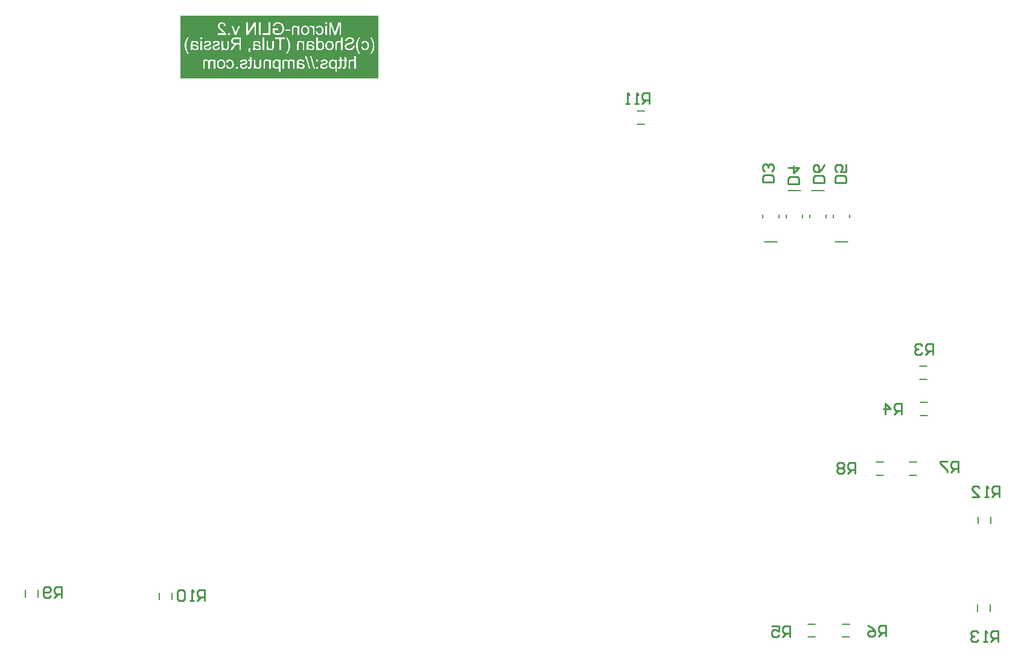
<source format=gbo>
G04*
G04 #@! TF.GenerationSoftware,Altium Limited,Altium Designer,22.4.2 (48)*
G04*
G04 Layer_Color=32896*
%FSLAX25Y25*%
%MOIN*%
G70*
G04*
G04 #@! TF.SameCoordinates,23B923AA-DDFE-472D-9B1F-352181B22740*
G04*
G04*
G04 #@! TF.FilePolarity,Positive*
G04*
G01*
G75*
%ADD10C,0.00787*%
%ADD12C,0.01000*%
G36*
X-68415Y209312D02*
Y198713D01*
X-98694D01*
D01*
X-68415D01*
Y188421D01*
D01*
Y174688D01*
X-177585D01*
Y188421D01*
D01*
Y198713D01*
X-126790D01*
D01*
X-177585D01*
Y209312D01*
X-68415D01*
D02*
G37*
%LPC*%
G36*
X-152516Y205657D02*
X-157026Y205657D01*
X-154981D01*
X-155048Y205650D01*
X-155129Y205643D01*
X-155225Y205628D01*
X-155335Y205613D01*
X-155446Y205591D01*
X-155572Y205561D01*
X-155697Y205525D01*
X-155830Y205480D01*
X-155955Y205429D01*
X-156088Y205362D01*
X-156214Y205288D01*
X-156332Y205207D01*
X-156442Y205111D01*
X-156450Y205104D01*
X-156465Y205089D01*
X-156494Y205052D01*
X-156531Y205015D01*
X-156575Y204964D01*
X-156627Y204897D01*
X-156679Y204823D01*
X-156730Y204735D01*
X-156782Y204646D01*
X-156834Y204543D01*
X-156885Y204432D01*
X-156930Y204314D01*
X-156966Y204181D01*
X-156996Y204049D01*
X-157011Y203908D01*
X-157018Y203761D01*
Y203753D01*
Y203746D01*
Y203724D01*
Y203694D01*
X-157011Y203613D01*
X-156996Y203510D01*
X-156974Y203384D01*
X-156944Y203252D01*
X-156907Y203104D01*
X-156848Y202956D01*
Y202949D01*
X-156841Y202942D01*
X-156834Y202919D01*
X-156819Y202890D01*
X-156775Y202809D01*
X-156716Y202705D01*
X-156634Y202580D01*
X-156538Y202440D01*
X-156428Y202292D01*
X-156288Y202130D01*
X-156280Y202122D01*
X-156273Y202108D01*
X-156243Y202085D01*
X-156214Y202049D01*
X-156169Y202004D01*
X-156118Y201953D01*
X-156059Y201886D01*
X-155985Y201820D01*
X-155896Y201739D01*
X-155800Y201650D01*
X-155697Y201547D01*
X-155579Y201443D01*
X-155454Y201325D01*
X-155313Y201207D01*
X-155158Y201074D01*
X-154996Y200934D01*
X-154989Y200927D01*
X-154966Y200905D01*
X-154922Y200875D01*
X-154878Y200831D01*
X-154812Y200779D01*
X-154745Y200720D01*
X-154590Y200587D01*
X-154428Y200447D01*
X-154273Y200300D01*
X-154199Y200233D01*
X-154132Y200174D01*
X-154074Y200115D01*
X-154029Y200071D01*
X-154022Y200063D01*
X-153992Y200034D01*
X-153955Y199990D01*
X-153904Y199931D01*
X-153845Y199864D01*
X-153786Y199790D01*
X-153668Y199628D01*
X-157026Y199628D01*
Y199628D01*
Y198823D01*
X-152516Y198823D01*
Y198934D01*
X-152524Y199008D01*
X-152531Y199097D01*
X-152553Y199193D01*
X-152575Y199296D01*
X-152612Y199399D01*
Y199407D01*
X-152620Y199421D01*
X-152627Y199443D01*
X-152642Y199480D01*
X-152664Y199517D01*
X-152686Y199569D01*
X-152745Y199687D01*
X-152819Y199827D01*
X-152915Y199982D01*
X-153025Y200145D01*
X-153158Y200307D01*
X-153166Y200314D01*
X-153173Y200329D01*
X-153195Y200351D01*
X-153232Y200388D01*
X-153269Y200425D01*
X-153321Y200477D01*
X-153372Y200536D01*
X-153439Y200602D01*
X-153513Y200676D01*
X-153594Y200750D01*
X-153682Y200838D01*
X-153786Y200927D01*
X-153889Y201023D01*
X-154007Y201119D01*
X-154125Y201222D01*
X-154258Y201333D01*
X-154273Y201340D01*
X-154310Y201377D01*
X-154361Y201421D01*
X-154435Y201488D01*
X-154524Y201561D01*
X-154627Y201650D01*
X-154745Y201746D01*
X-154863Y201857D01*
X-155114Y202085D01*
X-155358Y202329D01*
X-155476Y202447D01*
X-155586Y202565D01*
X-155682Y202676D01*
X-155763Y202779D01*
X-155771Y202787D01*
X-155778Y202801D01*
X-155800Y202831D01*
X-155823Y202868D01*
X-155859Y202919D01*
X-155889Y202971D01*
X-155963Y203104D01*
X-156037Y203259D01*
X-156103Y203429D01*
X-156147Y203606D01*
X-156155Y203694D01*
X-156162Y203783D01*
Y203790D01*
Y203805D01*
Y203835D01*
X-156155Y203864D01*
Y203908D01*
X-156140Y203960D01*
X-156118Y204071D01*
X-156073Y204204D01*
X-156007Y204344D01*
X-155970Y204418D01*
X-155919Y204484D01*
X-155867Y204550D01*
X-155800Y204617D01*
X-155793Y204624D01*
X-155786Y204632D01*
X-155763Y204646D01*
X-155734Y204668D01*
X-155697Y204698D01*
X-155653Y204728D01*
X-155550Y204794D01*
X-155409Y204853D01*
X-155254Y204912D01*
X-155070Y204949D01*
X-154966Y204964D01*
X-154804D01*
X-154760Y204956D01*
X-154708D01*
X-154649Y204942D01*
X-154516Y204919D01*
X-154361Y204875D01*
X-154199Y204809D01*
X-154118Y204764D01*
X-154037Y204720D01*
X-153963Y204661D01*
X-153889Y204595D01*
X-153882Y204587D01*
X-153874Y204580D01*
X-153859Y204558D01*
X-153830Y204528D01*
X-153808Y204491D01*
X-153778Y204447D01*
X-153741Y204395D01*
X-153712Y204336D01*
X-153675Y204270D01*
X-153646Y204196D01*
X-153586Y204019D01*
X-153542Y203827D01*
X-153535Y203716D01*
X-153527Y203598D01*
X-152671Y203687D01*
Y203702D01*
X-152679Y203731D01*
X-152686Y203776D01*
X-152693Y203842D01*
X-152708Y203923D01*
X-152730Y204019D01*
X-152752Y204122D01*
X-152789Y204233D01*
X-152826Y204344D01*
X-152871Y204469D01*
X-152930Y204587D01*
X-152989Y204705D01*
X-153062Y204831D01*
X-153144Y204942D01*
X-153232Y205052D01*
X-153335Y205148D01*
X-153343Y205156D01*
X-153365Y205170D01*
X-153394Y205192D01*
X-153439Y205229D01*
X-153498Y205266D01*
X-153572Y205311D01*
X-153653Y205355D01*
X-153749Y205406D01*
X-153852Y205451D01*
X-153970Y205495D01*
X-154096Y205539D01*
X-154236Y205576D01*
X-154383Y205613D01*
X-154538Y205635D01*
X-154708Y205650D01*
X-154885Y205657D01*
X-152516Y205657D01*
D02*
G37*
G36*
X-112155Y203871D02*
Y203761D01*
X-112908D01*
Y203052D01*
X-112915Y203060D01*
X-112930Y203089D01*
X-112967Y203126D01*
X-113011Y203178D01*
X-113063Y203244D01*
X-113129Y203311D01*
X-113210Y203384D01*
X-113306Y203466D01*
X-113410Y203539D01*
X-113528Y203613D01*
X-113653Y203680D01*
X-113794Y203746D01*
X-113948Y203798D01*
X-114111Y203835D01*
X-114288Y203864D01*
X-114472Y203871D01*
X-112155D01*
X-116162D01*
D01*
X-114546D01*
X-114591Y203864D01*
X-114635D01*
X-114745Y203849D01*
X-114871Y203835D01*
X-115011Y203805D01*
X-115151Y203761D01*
X-115292Y203709D01*
X-115299D01*
X-115306Y203702D01*
X-115351Y203680D01*
X-115417Y203643D01*
X-115506Y203598D01*
X-115594Y203532D01*
X-115690Y203466D01*
X-115779Y203384D01*
X-115852Y203288D01*
X-115860Y203274D01*
X-115882Y203244D01*
X-115911Y203185D01*
X-115956Y203111D01*
X-116000Y203023D01*
X-116037Y202919D01*
X-116081Y202801D01*
X-116111Y202668D01*
Y202661D01*
X-116118Y202624D01*
X-116126Y202565D01*
X-116140Y202484D01*
X-116148Y202373D01*
Y202307D01*
X-116155Y202233D01*
Y202152D01*
X-116162Y202056D01*
Y198823D01*
X-115329D01*
Y201827D01*
Y201835D01*
Y201849D01*
Y201879D01*
Y201908D01*
Y201953D01*
X-115321Y202004D01*
X-115314Y202115D01*
X-115306Y202240D01*
X-115284Y202366D01*
X-115262Y202484D01*
X-115225Y202587D01*
X-115218Y202602D01*
X-115203Y202632D01*
X-115181Y202676D01*
X-115144Y202735D01*
X-115100Y202801D01*
X-115041Y202868D01*
X-114967Y202934D01*
X-114878Y202993D01*
X-114871Y203001D01*
X-114834Y203015D01*
X-114782Y203045D01*
X-114716Y203074D01*
X-114627Y203097D01*
X-114531Y203126D01*
X-114421Y203141D01*
X-114295Y203148D01*
X-114244D01*
X-114207Y203141D01*
X-114162D01*
X-114103Y203134D01*
X-113978Y203104D01*
X-113838Y203067D01*
X-113683Y203008D01*
X-113528Y202919D01*
X-113447Y202868D01*
X-113373Y202809D01*
X-113365Y202801D01*
X-113358Y202794D01*
X-113336Y202772D01*
X-113314Y202742D01*
X-113284Y202698D01*
X-113255Y202654D01*
X-113218Y202595D01*
X-113181Y202521D01*
X-113144Y202440D01*
X-113107Y202344D01*
X-113078Y202240D01*
X-113048Y202122D01*
X-113026Y201990D01*
X-113004Y201849D01*
X-112996Y201687D01*
X-112989Y201517D01*
Y198823D01*
X-114159D01*
X-112155D01*
Y203871D01*
D02*
G37*
G36*
X-103690D02*
Y203761D01*
X-104443D01*
Y203015D01*
X-104458Y203030D01*
X-104472Y203060D01*
X-104495Y203089D01*
X-104546Y203185D01*
X-104620Y203288D01*
X-104701Y203407D01*
X-104790Y203525D01*
X-104878Y203621D01*
X-104930Y203665D01*
X-104974Y203702D01*
X-104989Y203709D01*
X-105019Y203731D01*
X-105070Y203753D01*
X-105129Y203790D01*
X-105210Y203820D01*
X-105299Y203842D01*
X-105402Y203864D01*
X-105506Y203871D01*
X-106369D01*
X-105550D01*
X-105579Y203864D01*
X-105616D01*
X-105661Y203857D01*
X-105771Y203835D01*
X-105904Y203805D01*
X-106044Y203753D01*
X-106207Y203687D01*
X-106369Y203598D01*
X-106074Y202823D01*
X-106059Y202831D01*
X-106022Y202853D01*
X-105963Y202883D01*
X-105882Y202919D01*
X-105793Y202949D01*
X-105690Y202978D01*
X-105579Y203001D01*
X-105461Y203008D01*
X-105417D01*
X-105366Y203001D01*
X-105299Y202986D01*
X-105218Y202964D01*
X-105137Y202934D01*
X-105055Y202897D01*
X-104967Y202838D01*
X-104960Y202831D01*
X-104930Y202809D01*
X-104893Y202772D01*
X-104849Y202720D01*
X-104797Y202654D01*
X-104746Y202580D01*
X-104701Y202484D01*
X-104657Y202381D01*
Y202373D01*
X-104650Y202359D01*
X-104642Y202336D01*
X-104635Y202307D01*
X-104628Y202263D01*
X-104613Y202211D01*
X-104591Y202093D01*
X-104569Y201945D01*
X-104546Y201783D01*
X-104532Y201598D01*
X-104524Y201407D01*
Y198823D01*
X-106369D01*
X-103690D01*
Y203871D01*
D02*
G37*
G36*
X-117114Y201709D02*
X-119690D01*
Y200868D01*
X-117114D01*
Y201709D01*
D02*
G37*
G36*
X-136044Y205635D02*
X-136967D01*
X-140546Y200285D01*
Y205635D01*
X-141409D01*
Y198823D01*
X-140480D01*
X-136908Y204167D01*
Y198823D01*
X-136044D01*
Y205635D01*
D02*
G37*
G36*
X-88974Y205635D02*
X-90325D01*
X-91941Y200809D01*
Y200801D01*
X-91949Y200779D01*
X-91963Y200742D01*
X-91978Y200698D01*
X-91993Y200646D01*
X-92015Y200580D01*
X-92067Y200432D01*
X-92118Y200270D01*
X-92170Y200100D01*
X-92222Y199945D01*
X-92244Y199872D01*
X-92266Y199805D01*
Y199812D01*
X-92273Y199820D01*
X-92281Y199842D01*
X-92288Y199872D01*
X-92303Y199916D01*
X-92318Y199960D01*
X-92332Y200019D01*
X-92355Y200078D01*
X-92377Y200152D01*
X-92406Y200233D01*
X-92436Y200322D01*
X-92465Y200425D01*
X-92502Y200528D01*
X-92539Y200646D01*
X-92583Y200764D01*
X-92628Y200897D01*
X-94266Y205635D01*
X-95484D01*
Y198824D01*
X-93340D01*
X-94613D01*
Y204528D01*
X-92620Y198824D01*
X-88974D01*
Y205635D01*
D02*
G37*
G36*
X-100930Y203871D02*
X-101011D01*
X-101063Y203864D01*
X-101129Y203857D01*
X-101211Y203849D01*
X-101299Y203835D01*
X-101395Y203820D01*
X-101602Y203768D01*
X-101823Y203694D01*
X-101934Y203650D01*
X-102044Y203598D01*
X-102148Y203532D01*
X-102244Y203458D01*
X-102251Y203451D01*
X-102266Y203436D01*
X-102295Y203414D01*
X-102325Y203384D01*
X-102369Y203340D01*
X-102413Y203288D01*
X-102465Y203229D01*
X-102517Y203163D01*
X-102576Y203082D01*
X-102628Y203001D01*
X-102687Y202905D01*
X-102738Y202801D01*
X-102782Y202691D01*
X-102827Y202573D01*
X-102871Y202440D01*
X-102901Y202307D01*
X-102089Y202181D01*
Y202189D01*
X-102081Y202204D01*
X-102074Y202226D01*
X-102067Y202263D01*
X-102037Y202351D01*
X-101993Y202462D01*
X-101934Y202580D01*
X-101867Y202705D01*
X-101779Y202823D01*
X-101675Y202927D01*
X-101661Y202942D01*
X-101624Y202971D01*
X-101557Y203008D01*
X-101476Y203060D01*
X-101373Y203104D01*
X-101255Y203148D01*
X-101115Y203178D01*
X-100967Y203185D01*
X-100908D01*
X-100864Y203178D01*
X-100805Y203170D01*
X-100746Y203163D01*
X-100598Y203126D01*
X-100436Y203074D01*
X-100355Y203038D01*
X-100266Y202993D01*
X-100185Y202942D01*
X-100096Y202875D01*
X-100015Y202809D01*
X-99941Y202728D01*
X-99934Y202720D01*
X-99926Y202705D01*
X-99904Y202683D01*
X-99882Y202639D01*
X-99853Y202595D01*
X-99816Y202536D01*
X-99779Y202462D01*
X-99749Y202381D01*
X-99712Y202285D01*
X-99676Y202181D01*
X-99639Y202063D01*
X-99609Y201930D01*
X-99587Y201790D01*
X-99565Y201643D01*
X-99557Y201473D01*
X-99550Y201296D01*
Y201289D01*
Y201252D01*
Y201200D01*
X-99557Y201133D01*
X-99565Y201052D01*
X-99572Y200956D01*
X-99580Y200853D01*
X-99594Y200742D01*
X-99639Y200506D01*
X-99712Y200263D01*
X-99749Y200152D01*
X-99801Y200041D01*
X-99860Y199938D01*
X-99926Y199849D01*
X-99934Y199842D01*
X-99941Y199827D01*
X-99963Y199805D01*
X-99993Y199783D01*
X-100037Y199746D01*
X-100081Y199709D01*
X-100133Y199665D01*
X-100192Y199628D01*
X-100340Y199539D01*
X-100510Y199473D01*
X-100605Y199443D01*
X-100701Y199421D01*
X-100812Y199407D01*
X-100923Y199399D01*
X-100967D01*
X-101004Y199407D01*
X-101048D01*
X-101093Y199414D01*
X-101211Y199436D01*
X-101336Y199473D01*
X-101476Y199525D01*
X-101609Y199598D01*
X-101742Y199694D01*
X-101749Y199702D01*
X-101757Y199709D01*
X-101794Y199753D01*
X-101853Y199827D01*
X-101882Y199872D01*
X-101919Y199923D01*
X-101956Y199990D01*
X-101993Y200056D01*
X-102022Y200130D01*
X-102059Y200218D01*
X-102089Y200307D01*
X-102118Y200410D01*
X-102140Y200514D01*
X-102163Y200632D01*
X-102982Y200521D01*
Y200573D01*
Y200514D01*
X-102974Y200484D01*
X-102967Y200440D01*
X-102952Y200381D01*
X-102930Y200307D01*
X-102908Y200226D01*
X-102878Y200137D01*
X-102841Y200034D01*
X-102753Y199827D01*
X-102694Y199716D01*
X-102628Y199606D01*
X-102561Y199495D01*
X-102480Y199384D01*
X-102384Y199288D01*
X-102288Y199193D01*
X-102281Y199185D01*
X-102266Y199170D01*
X-102229Y199148D01*
X-102192Y199119D01*
X-102133Y199082D01*
X-102074Y199038D01*
X-101993Y199001D01*
X-101912Y198956D01*
X-101816Y198905D01*
X-101712Y198868D01*
X-101602Y198823D01*
X-101484Y198787D01*
X-101351Y198757D01*
X-101218Y198735D01*
X-101078Y198720D01*
X-100930Y198713D01*
X-100886D01*
X-100834Y198720D01*
X-100760D01*
X-100679Y198735D01*
X-100576Y198750D01*
X-100465Y198765D01*
X-100347Y198794D01*
X-100222Y198831D01*
X-100089Y198875D01*
X-99956Y198927D01*
X-99816Y198993D01*
X-99683Y199067D01*
X-99550Y199156D01*
X-99425Y199252D01*
X-99306Y199370D01*
X-99299Y199377D01*
X-99277Y199399D01*
X-99247Y199436D01*
X-99211Y199495D01*
X-99166Y199562D01*
X-99115Y199643D01*
X-99056Y199746D01*
X-99004Y199857D01*
X-98945Y199982D01*
X-98886Y200122D01*
X-98834Y200277D01*
X-98790Y200447D01*
X-98753Y200632D01*
X-98724Y200831D01*
X-98701Y201045D01*
X-98694Y201266D01*
Y199547D01*
Y201347D01*
X-98701Y201399D01*
Y201473D01*
X-98709Y201554D01*
X-98716Y201643D01*
X-98724Y201746D01*
X-98760Y201960D01*
X-98805Y202196D01*
X-98864Y202440D01*
X-98952Y202668D01*
Y202676D01*
X-98967Y202698D01*
X-98982Y202728D01*
X-99004Y202765D01*
X-99033Y202816D01*
X-99063Y202875D01*
X-99151Y203008D01*
X-99262Y203148D01*
X-99402Y203303D01*
X-99565Y203443D01*
X-99757Y203569D01*
X-99764D01*
X-99779Y203584D01*
X-99808Y203598D01*
X-99853Y203613D01*
X-99904Y203643D01*
X-99963Y203665D01*
X-100030Y203694D01*
X-100103Y203724D01*
X-100192Y203746D01*
X-100281Y203776D01*
X-100480Y203827D01*
X-100701Y203857D01*
X-100930Y203871D01*
D02*
G37*
G36*
X-123897Y205753D02*
X-124022D01*
X-124089Y205746D01*
X-124162Y205739D01*
X-124243Y205731D01*
X-124339Y205724D01*
X-124546Y205694D01*
X-124775Y205650D01*
X-125004Y205591D01*
X-125232Y205510D01*
X-125240D01*
X-125262Y205502D01*
X-125292Y205488D01*
X-125328Y205466D01*
X-125380Y205443D01*
X-125439Y205414D01*
X-125572Y205340D01*
X-125727Y205244D01*
X-125882Y205133D01*
X-126030Y205001D01*
X-126170Y204846D01*
X-126177Y204838D01*
X-126184Y204823D01*
X-126199Y204801D01*
X-126229Y204772D01*
X-126251Y204728D01*
X-126288Y204676D01*
X-126325Y204617D01*
X-126362Y204543D01*
X-126406Y204469D01*
X-126443Y204388D01*
X-126487Y204292D01*
X-126531Y204196D01*
X-126612Y203975D01*
X-126686Y203731D01*
X-125867Y203510D01*
Y203517D01*
X-125860Y203532D01*
X-125852Y203561D01*
X-125838Y203598D01*
X-125823Y203635D01*
X-125808Y203687D01*
X-125764Y203805D01*
X-125705Y203938D01*
X-125638Y204071D01*
X-125565Y204204D01*
X-125483Y204322D01*
X-125476Y204336D01*
X-125439Y204373D01*
X-125387Y204425D01*
X-125321Y204499D01*
X-125225Y204573D01*
X-125114Y204654D01*
X-124981Y204728D01*
X-124834Y204801D01*
X-124827D01*
X-124812Y204809D01*
X-124790Y204816D01*
X-124760Y204831D01*
X-124723Y204846D01*
X-124672Y204860D01*
X-124561Y204897D01*
X-124421Y204927D01*
X-124266Y204956D01*
X-124089Y204978D01*
X-123904Y204986D01*
X-123801D01*
X-123749Y204978D01*
X-123683D01*
X-123616Y204971D01*
X-123535Y204964D01*
X-123373Y204942D01*
X-123188Y204905D01*
X-123011Y204860D01*
X-122834Y204794D01*
X-122827D01*
X-122812Y204787D01*
X-122790Y204772D01*
X-122760Y204757D01*
X-122679Y204720D01*
X-122576Y204661D01*
X-122458Y204587D01*
X-122339Y204499D01*
X-122214Y204403D01*
X-122103Y204292D01*
X-122089Y204277D01*
X-122059Y204240D01*
X-122007Y204174D01*
X-121948Y204093D01*
X-121882Y203997D01*
X-121808Y203879D01*
X-121742Y203753D01*
X-121683Y203621D01*
Y203613D01*
X-121675Y203591D01*
X-121660Y203561D01*
X-121646Y203510D01*
X-121624Y203451D01*
X-121601Y203384D01*
X-121579Y203303D01*
X-121557Y203215D01*
X-121528Y203119D01*
X-121505Y203008D01*
X-121469Y202779D01*
X-121439Y202521D01*
X-121424Y202248D01*
Y202240D01*
Y202211D01*
Y202159D01*
X-121432Y202100D01*
Y202019D01*
X-121439Y201930D01*
X-121454Y201827D01*
X-121461Y201716D01*
X-121498Y201473D01*
X-121557Y201222D01*
X-121631Y200964D01*
X-121734Y200720D01*
X-121742Y200713D01*
X-121749Y200691D01*
X-121764Y200661D01*
X-121793Y200617D01*
X-121823Y200573D01*
X-121867Y200514D01*
X-121963Y200381D01*
X-122096Y200233D01*
X-122251Y200078D01*
X-122428Y199938D01*
X-122531Y199872D01*
X-122642Y199812D01*
X-122650D01*
X-122672Y199798D01*
X-122701Y199783D01*
X-122745Y199768D01*
X-122804Y199746D01*
X-122871Y199716D01*
X-122945Y199694D01*
X-123026Y199665D01*
X-123114Y199635D01*
X-123218Y199613D01*
X-123432Y199562D01*
X-123668Y199532D01*
X-123919Y199517D01*
X-123978D01*
X-124022Y199525D01*
X-124074D01*
X-124133Y199532D01*
X-124199Y199539D01*
X-124280Y199547D01*
X-124450Y199569D01*
X-124642Y199613D01*
X-124849Y199665D01*
X-125055Y199739D01*
X-125063D01*
X-125077Y199746D01*
X-125107Y199761D01*
X-125151Y199776D01*
X-125196Y199798D01*
X-125247Y199827D01*
X-125373Y199886D01*
X-125513Y199960D01*
X-125653Y200041D01*
X-125786Y200122D01*
X-125904Y200218D01*
Y201495D01*
X-123904D01*
Y202299D01*
X-126790D01*
D01*
Y199768D01*
X-126782Y199761D01*
X-126760Y199746D01*
X-126723Y199716D01*
X-126672Y199680D01*
X-126612Y199635D01*
X-126539Y199591D01*
X-126458Y199532D01*
X-126369Y199473D01*
X-126273Y199414D01*
X-126162Y199347D01*
X-125934Y199215D01*
X-125683Y199089D01*
X-125417Y198978D01*
X-125410D01*
X-125387Y198964D01*
X-125350Y198956D01*
X-125292Y198934D01*
X-125232Y198919D01*
X-125151Y198897D01*
X-125070Y198868D01*
X-124974Y198846D01*
X-124863Y198823D01*
X-124753Y198794D01*
X-124509Y198757D01*
X-124243Y198728D01*
X-123971Y198713D01*
X-123874D01*
X-123801Y198720D01*
X-123712Y198728D01*
X-123609Y198735D01*
X-123491Y198750D01*
X-123365Y198765D01*
X-123232Y198787D01*
X-123085Y198816D01*
X-122937Y198853D01*
X-122775Y198897D01*
X-122620Y198942D01*
X-122465Y199001D01*
X-122303Y199067D01*
X-122148Y199141D01*
X-122140Y199148D01*
X-122111Y199163D01*
X-122066Y199185D01*
X-122015Y199222D01*
X-121948Y199266D01*
X-121867Y199318D01*
X-121779Y199384D01*
X-121683Y199458D01*
X-121587Y199539D01*
X-121483Y199635D01*
X-121380Y199731D01*
X-121277Y199842D01*
X-121181Y199967D01*
X-121085Y200093D01*
X-120989Y200233D01*
X-120908Y200381D01*
X-120900Y200388D01*
X-120893Y200418D01*
X-120871Y200462D01*
X-120841Y200521D01*
X-120812Y200602D01*
X-120775Y200691D01*
X-120738Y200794D01*
X-120701Y200912D01*
X-120664Y201038D01*
X-120627Y201178D01*
X-120590Y201333D01*
X-120561Y201488D01*
X-120531Y201658D01*
X-120509Y201827D01*
X-120502Y202012D01*
X-120494Y202196D01*
Y201547D01*
Y202196D01*
Y202292D01*
X-120502Y202366D01*
X-120509Y202454D01*
X-120517Y202558D01*
X-120531Y202676D01*
X-120546Y202801D01*
X-120568Y202942D01*
X-120598Y203089D01*
X-120672Y203399D01*
X-120716Y203561D01*
X-120775Y203724D01*
X-120834Y203886D01*
X-120908Y204049D01*
X-120915Y204056D01*
X-120930Y204085D01*
X-120952Y204130D01*
X-120982Y204189D01*
X-121026Y204263D01*
X-121078Y204344D01*
X-121144Y204432D01*
X-121210Y204536D01*
X-121291Y204639D01*
X-121380Y204742D01*
X-121476Y204846D01*
X-121587Y204956D01*
X-121697Y205060D01*
X-121823Y205156D01*
X-121956Y205252D01*
X-122096Y205333D01*
X-122103Y205340D01*
X-122133Y205347D01*
X-122177Y205370D01*
X-122236Y205399D01*
X-122310Y205429D01*
X-122398Y205466D01*
X-122502Y205502D01*
X-122613Y205547D01*
X-122738Y205584D01*
X-122878Y205621D01*
X-123026Y205657D01*
X-123188Y205687D01*
X-123351Y205716D01*
X-123528Y205739D01*
X-123712Y205746D01*
X-123897Y205753D01*
D02*
G37*
G36*
X-96834Y205635D02*
X-97668Y205635D01*
Y204683D01*
X-96834Y204683D01*
Y203761D01*
X-97668Y203761D01*
Y198823D01*
X-96834Y198824D01*
Y205635D01*
D02*
G37*
G36*
X-128081Y205635D02*
X-128981D01*
Y199628D01*
X-132339D01*
Y198823D01*
X-128081D01*
Y205635D01*
D02*
G37*
G36*
X-133564D02*
X-134465D01*
Y198823D01*
X-133564D01*
Y205635D01*
D02*
G37*
G36*
X-144944Y203761D02*
D01*
Y198823D01*
X-146812D01*
X-144944Y203761D01*
X-145830D01*
X-146893Y200801D01*
Y200794D01*
X-146900Y200779D01*
X-146907Y200757D01*
X-146922Y200720D01*
X-146937Y200676D01*
X-146952Y200624D01*
X-146996Y200499D01*
X-147048Y200351D01*
X-147099Y200182D01*
X-147151Y199997D01*
X-147210Y199805D01*
Y199812D01*
X-147218Y199820D01*
X-147225Y199842D01*
X-147232Y199872D01*
X-147240Y199916D01*
X-147254Y199960D01*
X-147291Y200071D01*
X-147336Y200204D01*
X-147387Y200366D01*
X-147446Y200543D01*
X-147520Y200742D01*
X-148620Y203761D01*
X-149483D01*
X-147609Y198823D01*
X-149483D01*
D01*
X-144944D01*
Y203761D01*
D02*
G37*
G36*
X-150457Y199776D02*
X-151409D01*
Y198823D01*
X-150457D01*
Y199776D01*
D02*
G37*
G36*
X-102982Y200418D02*
Y198713D01*
X-106554D01*
D01*
X-102982D01*
Y200418D01*
D02*
G37*
G36*
X-108864Y203871D02*
X-108908D01*
X-108959Y203864D01*
X-109033D01*
X-109122Y203849D01*
X-109218Y203835D01*
X-109328Y203812D01*
X-109454Y203790D01*
X-109580Y203753D01*
X-109720Y203709D01*
X-109853Y203650D01*
X-109993Y203591D01*
X-110133Y203510D01*
X-110266Y203421D01*
X-110399Y203318D01*
X-110524Y203200D01*
X-110531Y203192D01*
X-110554Y203170D01*
X-110583Y203134D01*
X-110627Y203074D01*
X-110672Y203008D01*
X-110731Y202927D01*
X-110790Y202831D01*
X-110849Y202720D01*
X-110908Y202595D01*
X-110967Y202454D01*
X-111026Y202307D01*
X-111070Y202145D01*
X-111115Y201967D01*
X-111144Y201776D01*
X-111166Y201569D01*
X-111174Y201355D01*
Y201266D01*
X-111166Y201200D01*
Y201119D01*
X-111159Y201023D01*
X-111151Y200920D01*
X-111137Y200809D01*
X-111107Y200573D01*
X-111056Y200322D01*
X-110982Y200078D01*
X-110937Y199967D01*
X-110886Y199857D01*
Y199849D01*
X-110871Y199835D01*
X-110856Y199805D01*
X-110834Y199768D01*
X-110804Y199724D01*
X-110768Y199665D01*
X-110672Y199547D01*
X-110554Y199407D01*
X-110413Y199266D01*
X-110244Y199134D01*
X-110052Y199008D01*
X-110044D01*
X-110030Y198993D01*
X-110000Y198978D01*
X-109956Y198964D01*
X-109904Y198942D01*
X-109845Y198912D01*
X-109779Y198890D01*
X-109698Y198860D01*
X-109616Y198831D01*
X-109520Y198809D01*
X-109321Y198757D01*
X-109100Y198728D01*
X-108864Y198713D01*
X-108819D01*
X-108768Y198720D01*
X-108694D01*
X-108605Y198735D01*
X-108502Y198750D01*
X-108391Y198772D01*
X-108266Y198794D01*
X-108133Y198831D01*
X-108000Y198875D01*
X-107860Y198927D01*
X-107720Y198993D01*
X-107580Y199067D01*
X-107447Y199156D01*
X-107314Y199259D01*
X-107188Y199377D01*
X-107181Y199384D01*
X-107159Y199407D01*
X-107129Y199443D01*
X-107092Y199503D01*
X-107041Y199569D01*
X-106989Y199650D01*
X-106930Y199753D01*
X-106871Y199864D01*
X-106812Y199997D01*
X-106753Y200137D01*
X-106701Y200292D01*
X-106650Y200462D01*
X-106613Y200646D01*
X-106583Y200846D01*
X-106561Y201060D01*
X-106554Y201289D01*
Y201407D01*
Y201347D01*
X-106561Y201421D01*
X-106568Y201510D01*
X-106576Y201628D01*
X-106591Y201761D01*
X-106620Y201901D01*
X-106650Y202056D01*
X-106686Y202218D01*
X-106738Y202388D01*
X-106805Y202558D01*
X-106871Y202728D01*
X-106960Y202890D01*
X-107063Y203045D01*
X-107181Y203185D01*
X-107314Y203318D01*
X-107321Y203325D01*
X-107343Y203340D01*
X-107380Y203370D01*
X-107424Y203407D01*
X-107491Y203443D01*
X-107565Y203495D01*
X-107646Y203547D01*
X-107749Y203598D01*
X-107852Y203650D01*
X-107971Y203694D01*
X-108096Y203746D01*
X-108236Y203783D01*
X-108384Y203820D01*
X-108531Y203849D01*
X-108694Y203864D01*
X-108864Y203871D01*
D02*
G37*
G36*
X-111174Y201200D02*
Y198713D01*
X-120494D01*
D01*
X-111174D01*
Y201200D01*
D02*
G37*
G36*
X-89071Y197232D02*
X-92089D01*
D01*
X-89071D01*
D02*
G37*
G36*
X-88082D02*
X-88915D01*
Y194782D01*
X-88923Y194790D01*
X-88945Y194812D01*
X-88974Y194849D01*
X-89019Y194893D01*
X-89078Y194945D01*
X-89144Y194996D01*
X-89225Y195063D01*
X-89321Y195129D01*
X-89417Y195188D01*
X-89528Y195255D01*
X-89653Y195306D01*
X-89779Y195365D01*
X-89919Y195402D01*
X-90067Y195439D01*
X-90222Y195461D01*
X-90384Y195469D01*
X-90473D01*
X-90524Y195461D01*
X-90576Y195454D01*
X-90709Y195439D01*
X-90856Y195417D01*
X-91011Y195373D01*
X-91174Y195321D01*
X-91329Y195247D01*
X-91336D01*
X-91343Y195240D01*
X-91366Y195225D01*
X-91395Y195210D01*
X-91469Y195159D01*
X-91558Y195092D01*
X-91646Y195011D01*
X-91749Y194908D01*
X-91838Y194782D01*
X-91912Y194649D01*
Y194642D01*
X-91919Y194635D01*
X-91926Y194613D01*
X-91941Y194583D01*
X-91956Y194539D01*
X-91971Y194494D01*
X-91986Y194435D01*
X-92000Y194369D01*
X-92015Y194295D01*
X-92030Y194214D01*
X-92045Y194125D01*
X-92059Y194022D01*
X-92074Y193919D01*
X-92081Y193801D01*
X-92089Y193675D01*
Y190421D01*
X-91255D01*
Y193542D01*
Y193550D01*
Y193572D01*
Y193602D01*
X-91248Y193646D01*
Y193697D01*
X-91240Y193756D01*
X-91218Y193889D01*
X-91189Y194044D01*
X-91137Y194192D01*
X-91070Y194340D01*
X-91034Y194398D01*
X-90982Y194457D01*
X-90967Y194472D01*
X-90930Y194502D01*
X-90871Y194546D01*
X-90783Y194605D01*
X-90672Y194657D01*
X-90547Y194701D01*
X-90391Y194731D01*
X-90214Y194745D01*
X-90155D01*
X-90082Y194738D01*
X-89986Y194723D01*
X-89882Y194694D01*
X-89764Y194664D01*
X-89639Y194613D01*
X-89513Y194546D01*
X-89499Y194539D01*
X-89462Y194509D01*
X-89403Y194465D01*
X-89336Y194406D01*
X-89255Y194332D01*
X-89181Y194244D01*
X-89107Y194140D01*
X-89048Y194022D01*
X-89041Y194007D01*
X-89034Y193985D01*
X-89026Y193963D01*
X-89004Y193889D01*
X-88982Y193786D01*
X-88960Y193660D01*
X-88938Y193506D01*
X-88923Y193321D01*
X-88915Y193114D01*
Y190421D01*
X-90085D01*
X-88082D01*
Y197232D01*
D02*
G37*
G36*
X-109247Y195469D02*
Y195358D01*
X-110000D01*
Y194649D01*
X-110008Y194657D01*
X-110022Y194686D01*
X-110059Y194723D01*
X-110103Y194775D01*
X-110155Y194841D01*
X-110222Y194908D01*
X-110303Y194982D01*
X-110399Y195063D01*
X-110502Y195136D01*
X-110620Y195210D01*
X-110746Y195277D01*
X-110886Y195343D01*
X-111041Y195395D01*
X-111203Y195432D01*
X-111380Y195461D01*
X-111565Y195469D01*
X-109247D01*
X-113255D01*
D01*
X-111638D01*
X-111683Y195461D01*
X-111727D01*
X-111838Y195447D01*
X-111963Y195432D01*
X-112103Y195402D01*
X-112244Y195358D01*
X-112384Y195306D01*
X-112391D01*
X-112399Y195299D01*
X-112443Y195277D01*
X-112509Y195240D01*
X-112598Y195195D01*
X-112686Y195129D01*
X-112782Y195063D01*
X-112871Y194982D01*
X-112945Y194886D01*
X-112952Y194871D01*
X-112974Y194841D01*
X-113004Y194782D01*
X-113048Y194708D01*
X-113092Y194620D01*
X-113129Y194517D01*
X-113173Y194398D01*
X-113203Y194266D01*
Y194258D01*
X-113210Y194221D01*
X-113218Y194162D01*
X-113233Y194081D01*
X-113240Y193971D01*
Y193904D01*
X-113247Y193830D01*
Y193749D01*
X-113255Y193653D01*
Y190421D01*
X-112421D01*
Y193424D01*
Y193432D01*
Y193447D01*
Y193476D01*
Y193506D01*
Y193550D01*
X-112413Y193601D01*
X-112406Y193712D01*
X-112399Y193838D01*
X-112376Y193963D01*
X-112354Y194081D01*
X-112318Y194185D01*
X-112310Y194199D01*
X-112295Y194229D01*
X-112273Y194273D01*
X-112236Y194332D01*
X-112192Y194398D01*
X-112133Y194465D01*
X-112059Y194531D01*
X-111971Y194590D01*
X-111963Y194598D01*
X-111926Y194613D01*
X-111875Y194642D01*
X-111808Y194672D01*
X-111720Y194694D01*
X-111624Y194723D01*
X-111513Y194738D01*
X-111388Y194745D01*
X-111336D01*
X-111299Y194738D01*
X-111255D01*
X-111196Y194731D01*
X-111070Y194701D01*
X-110930Y194664D01*
X-110775Y194605D01*
X-110620Y194517D01*
X-110539Y194465D01*
X-110465Y194406D01*
X-110458Y194398D01*
X-110450Y194391D01*
X-110428Y194369D01*
X-110406Y194340D01*
X-110377Y194295D01*
X-110347Y194251D01*
X-110310Y194192D01*
X-110273Y194118D01*
X-110236Y194037D01*
X-110199Y193941D01*
X-110170Y193838D01*
X-110140Y193719D01*
X-110118Y193587D01*
X-110096Y193447D01*
X-110089Y193284D01*
X-110081Y193114D01*
Y190421D01*
X-111251D01*
X-109247D01*
Y195469D01*
D02*
G37*
G36*
X-106044D02*
X-106148D01*
X-106199Y195461D01*
X-106266D01*
X-106406Y195447D01*
X-106568Y195432D01*
X-106738Y195402D01*
X-106908Y195365D01*
X-107063Y195314D01*
X-107070D01*
X-107078Y195306D01*
X-107100Y195299D01*
X-107129Y195284D01*
X-107196Y195255D01*
X-107284Y195210D01*
X-107380Y195159D01*
X-107476Y195092D01*
X-107565Y195018D01*
X-107646Y194937D01*
X-107653Y194930D01*
X-107675Y194900D01*
X-107712Y194849D01*
X-107749Y194782D01*
X-107793Y194701D01*
X-107838Y194605D01*
X-107882Y194494D01*
X-107912Y194369D01*
Y194362D01*
X-107919Y194325D01*
X-107926Y194273D01*
X-107934Y194192D01*
X-107941Y194088D01*
X-107949Y193956D01*
Y193875D01*
X-107956Y193793D01*
Y193705D01*
Y193601D01*
Y192487D01*
Y192472D01*
Y192435D01*
Y192376D01*
Y192303D01*
Y192207D01*
Y192103D01*
X-107963Y191985D01*
Y191867D01*
X-107971Y191616D01*
Y191491D01*
X-107978Y191373D01*
X-107985Y191262D01*
X-107993Y191166D01*
X-108000Y191077D01*
X-108008Y191011D01*
Y190996D01*
X-108015Y190959D01*
X-108030Y190900D01*
X-108052Y190819D01*
X-108081Y190731D01*
X-108118Y190635D01*
X-108162Y190524D01*
X-108214Y190421D01*
X-107343D01*
X-107336Y190435D01*
X-107321Y190465D01*
X-107299Y190524D01*
X-107277Y190598D01*
X-107247Y190686D01*
X-107218Y190790D01*
X-107196Y190908D01*
X-107181Y191041D01*
X-107174Y191033D01*
X-107159Y191026D01*
X-107137Y191004D01*
X-107100Y190974D01*
X-107055Y190945D01*
X-107011Y190900D01*
X-106893Y190819D01*
X-106753Y190723D01*
X-106605Y190627D01*
X-106443Y190546D01*
X-106281Y190472D01*
X-106273D01*
X-106258Y190465D01*
X-106236Y190458D01*
X-106207Y190450D01*
X-106170Y190435D01*
X-106118Y190421D01*
X-106008Y190391D01*
X-105867Y190362D01*
X-105712Y190332D01*
X-105543Y190317D01*
X-105358Y190310D01*
X-108214D01*
X-103675D01*
D01*
X-105277D01*
X-105225Y190317D01*
X-105159Y190325D01*
X-105078Y190332D01*
X-104989Y190340D01*
X-104901Y190362D01*
X-104694Y190406D01*
X-104487Y190472D01*
X-104391Y190517D01*
X-104288Y190576D01*
X-104200Y190635D01*
X-104111Y190701D01*
X-104104Y190708D01*
X-104089Y190723D01*
X-104074Y190745D01*
X-104044Y190775D01*
X-104008Y190812D01*
X-103971Y190864D01*
X-103934Y190915D01*
X-103897Y190981D01*
X-103816Y191122D01*
X-103742Y191299D01*
X-103712Y191395D01*
X-103698Y191498D01*
X-103683Y191609D01*
X-103675Y191720D01*
Y191779D01*
X-103683Y191852D01*
X-103698Y191941D01*
X-103712Y192044D01*
X-103742Y192155D01*
X-103786Y192266D01*
X-103838Y192384D01*
X-103845Y192399D01*
X-103867Y192435D01*
X-103904Y192487D01*
X-103956Y192561D01*
X-104015Y192635D01*
X-104089Y192716D01*
X-104170Y192790D01*
X-104266Y192863D01*
X-104281Y192871D01*
X-104317Y192893D01*
X-104369Y192930D01*
X-104443Y192967D01*
X-104532Y193011D01*
X-104635Y193055D01*
X-104753Y193100D01*
X-104871Y193137D01*
X-104886D01*
X-104915Y193151D01*
X-104974Y193159D01*
X-105055Y193181D01*
X-105159Y193196D01*
X-105292Y193218D01*
X-105439Y193240D01*
X-105616Y193262D01*
X-105631D01*
X-105661Y193269D01*
X-105712Y193277D01*
X-105779Y193284D01*
X-105867Y193299D01*
X-105963Y193314D01*
X-106067Y193328D01*
X-106185Y193343D01*
X-106428Y193387D01*
X-106672Y193439D01*
X-106790Y193469D01*
X-106908Y193498D01*
X-107011Y193528D01*
X-107107Y193557D01*
Y193565D01*
Y193587D01*
Y193616D01*
X-107115Y193646D01*
Y193719D01*
Y193749D01*
Y193771D01*
Y193779D01*
Y193793D01*
Y193823D01*
Y193852D01*
X-107100Y193941D01*
X-107085Y194052D01*
X-107055Y194170D01*
X-107011Y194288D01*
X-106952Y194398D01*
X-106871Y194487D01*
X-106856Y194502D01*
X-106842Y194517D01*
X-106812Y194531D01*
X-106775Y194553D01*
X-106738Y194576D01*
X-106635Y194635D01*
X-106502Y194686D01*
X-106340Y194731D01*
X-106148Y194760D01*
X-105926Y194775D01*
X-105830D01*
X-105779Y194767D01*
X-105727D01*
X-105594Y194753D01*
X-105454Y194723D01*
X-105314Y194686D01*
X-105174Y194635D01*
X-105055Y194568D01*
X-105041Y194561D01*
X-105011Y194531D01*
X-104960Y194472D01*
X-104901Y194398D01*
X-104834Y194302D01*
X-104760Y194170D01*
X-104701Y194022D01*
X-104672Y193933D01*
X-104642Y193838D01*
X-103823Y193948D01*
Y193956D01*
X-103830Y193971D01*
X-103838Y194000D01*
X-103845Y194037D01*
X-103860Y194081D01*
X-103875Y194133D01*
X-103912Y194251D01*
X-103963Y194384D01*
X-104022Y194524D01*
X-104096Y194664D01*
X-104185Y194790D01*
Y194797D01*
X-104200Y194804D01*
X-104236Y194841D01*
X-104295Y194900D01*
X-104377Y194974D01*
X-104480Y195055D01*
X-104605Y195136D01*
X-104753Y195218D01*
X-104923Y195291D01*
X-104930D01*
X-104945Y195299D01*
X-104974Y195306D01*
X-105011Y195321D01*
X-105055Y195336D01*
X-105107Y195351D01*
X-105174Y195365D01*
X-105247Y195380D01*
X-105321Y195395D01*
X-105410Y195410D01*
X-105602Y195439D01*
X-105816Y195461D01*
X-106044Y195469D01*
D02*
G37*
G36*
X-135646D02*
X-135749D01*
X-135801Y195461D01*
X-135867D01*
X-136007Y195447D01*
X-136170Y195432D01*
X-136339Y195402D01*
X-136509Y195365D01*
X-136664Y195314D01*
X-136671D01*
X-136679Y195306D01*
X-136701Y195299D01*
X-136731Y195284D01*
X-136797Y195255D01*
X-136885Y195210D01*
X-136981Y195159D01*
X-137077Y195092D01*
X-137166Y195018D01*
X-137247Y194937D01*
X-137255Y194930D01*
X-137277Y194900D01*
X-137313Y194849D01*
X-137350Y194782D01*
X-137395Y194701D01*
X-137439Y194605D01*
X-137483Y194494D01*
X-137513Y194369D01*
Y194362D01*
X-137520Y194325D01*
X-137528Y194273D01*
X-137535Y194192D01*
X-137542Y194088D01*
X-137550Y193956D01*
Y193875D01*
X-137557Y193793D01*
Y193705D01*
Y193601D01*
Y192487D01*
Y192472D01*
Y192435D01*
Y192376D01*
Y192303D01*
Y192207D01*
Y192103D01*
X-137564Y191985D01*
Y191867D01*
X-137572Y191616D01*
Y191491D01*
X-137579Y191373D01*
X-137587Y191262D01*
X-137594Y191166D01*
X-137601Y191077D01*
X-137609Y191011D01*
Y190996D01*
X-137616Y190959D01*
X-137631Y190900D01*
X-137653Y190819D01*
X-137682Y190731D01*
X-137719Y190635D01*
X-137764Y190524D01*
X-137815Y190421D01*
X-136944D01*
X-136937Y190435D01*
X-136922Y190465D01*
X-136900Y190524D01*
X-136878Y190598D01*
X-136849Y190686D01*
X-136819Y190790D01*
X-136797Y190908D01*
X-136782Y191041D01*
X-136775Y191033D01*
X-136760Y191026D01*
X-136738Y191004D01*
X-136701Y190974D01*
X-136657Y190945D01*
X-136612Y190900D01*
X-136494Y190819D01*
X-136354Y190723D01*
X-136206Y190627D01*
X-136044Y190546D01*
X-135882Y190472D01*
X-135874D01*
X-135860Y190465D01*
X-135837Y190458D01*
X-135808Y190450D01*
X-135771Y190435D01*
X-135719Y190421D01*
X-135609Y190391D01*
X-135468Y190362D01*
X-135313Y190332D01*
X-135144Y190317D01*
X-134959Y190310D01*
X-137815D01*
X-133277D01*
Y190384D01*
Y190310D01*
X-134878D01*
X-134826Y190317D01*
X-134760Y190325D01*
X-134679Y190332D01*
X-134590Y190340D01*
X-134502Y190362D01*
X-134295Y190406D01*
X-134088Y190472D01*
X-133993Y190517D01*
X-133889Y190576D01*
X-133801Y190635D01*
X-133712Y190701D01*
X-133705Y190708D01*
X-133690Y190723D01*
X-133675Y190745D01*
X-133646Y190775D01*
X-133609Y190812D01*
X-133572Y190864D01*
X-133535Y190915D01*
X-133498Y190981D01*
X-133417Y191122D01*
X-133343Y191299D01*
X-133314Y191395D01*
X-133299Y191498D01*
X-133284Y191609D01*
X-133277Y191720D01*
Y190384D01*
Y191720D01*
Y191779D01*
X-133284Y191852D01*
X-133299Y191941D01*
X-133314Y192044D01*
X-133343Y192155D01*
X-133387Y192266D01*
X-133439Y192384D01*
X-133446Y192399D01*
X-133468Y192435D01*
X-133505Y192487D01*
X-133557Y192561D01*
X-133616Y192635D01*
X-133690Y192716D01*
X-133771Y192790D01*
X-133867Y192863D01*
X-133882Y192871D01*
X-133919Y192893D01*
X-133970Y192930D01*
X-134044Y192967D01*
X-134133Y193011D01*
X-134236Y193055D01*
X-134354Y193100D01*
X-134472Y193137D01*
X-134487D01*
X-134517Y193151D01*
X-134575Y193159D01*
X-134657Y193181D01*
X-134760Y193196D01*
X-134893Y193218D01*
X-135040Y193240D01*
X-135218Y193262D01*
X-135232D01*
X-135262Y193269D01*
X-135313Y193277D01*
X-135380Y193284D01*
X-135468Y193299D01*
X-135564Y193314D01*
X-135668Y193328D01*
X-135786Y193343D01*
X-136029Y193387D01*
X-136273Y193439D01*
X-136391Y193469D01*
X-136509Y193498D01*
X-136612Y193528D01*
X-136708Y193557D01*
Y193565D01*
Y193587D01*
Y193616D01*
X-136716Y193646D01*
Y193719D01*
Y193749D01*
Y193771D01*
Y193779D01*
Y193793D01*
Y193823D01*
Y193852D01*
X-136701Y193941D01*
X-136686Y194052D01*
X-136657Y194170D01*
X-136612Y194288D01*
X-136553Y194398D01*
X-136472Y194487D01*
X-136457Y194502D01*
X-136443Y194517D01*
X-136413Y194531D01*
X-136376Y194553D01*
X-136339Y194576D01*
X-136236Y194635D01*
X-136103Y194686D01*
X-135941Y194731D01*
X-135749Y194760D01*
X-135528Y194775D01*
X-135432D01*
X-135380Y194767D01*
X-135328D01*
X-135196Y194753D01*
X-135055Y194723D01*
X-134915Y194686D01*
X-134775Y194635D01*
X-134657Y194568D01*
X-134642Y194561D01*
X-134612Y194531D01*
X-134561Y194472D01*
X-134502Y194398D01*
X-134435Y194302D01*
X-134362Y194170D01*
X-134302Y194022D01*
X-134273Y193933D01*
X-134243Y193838D01*
X-133424Y193948D01*
Y193956D01*
X-133432Y193971D01*
X-133439Y194000D01*
X-133446Y194037D01*
X-133461Y194081D01*
X-133476Y194133D01*
X-133513Y194251D01*
X-133564Y194384D01*
X-133624Y194524D01*
X-133697Y194664D01*
X-133786Y194790D01*
Y194797D01*
X-133801Y194804D01*
X-133837Y194841D01*
X-133897Y194900D01*
X-133978Y194974D01*
X-134081Y195055D01*
X-134206Y195136D01*
X-134354Y195218D01*
X-134524Y195291D01*
X-134531D01*
X-134546Y195299D01*
X-134575Y195306D01*
X-134612Y195321D01*
X-134657Y195336D01*
X-134708Y195351D01*
X-134775Y195365D01*
X-134849Y195380D01*
X-134922Y195395D01*
X-135011Y195410D01*
X-135203Y195439D01*
X-135417Y195461D01*
X-135646Y195469D01*
D02*
G37*
G36*
X-170014Y195469D02*
X-170118D01*
X-170169Y195461D01*
X-170236D01*
X-170376Y195446D01*
X-170538Y195432D01*
X-170708Y195402D01*
X-170878Y195365D01*
X-171033Y195314D01*
X-171040D01*
X-171047Y195306D01*
X-171070Y195299D01*
X-171099Y195284D01*
X-171166Y195255D01*
X-171254Y195210D01*
X-171350Y195159D01*
X-171446Y195092D01*
X-171535Y195018D01*
X-171616Y194937D01*
X-171623Y194930D01*
X-171645Y194900D01*
X-171682Y194849D01*
X-171719Y194782D01*
X-171763Y194701D01*
X-171808Y194605D01*
X-171852Y194494D01*
X-171881Y194369D01*
Y194362D01*
X-171889Y194325D01*
X-171896Y194273D01*
X-171904Y194192D01*
X-171911Y194088D01*
X-171918Y193956D01*
Y193875D01*
X-171926Y193793D01*
Y193705D01*
Y193601D01*
Y192487D01*
Y192472D01*
Y192435D01*
Y192376D01*
Y192303D01*
Y192207D01*
Y192103D01*
X-171933Y191985D01*
Y191867D01*
X-171941Y191616D01*
Y191491D01*
X-171948Y191373D01*
X-171955Y191262D01*
X-171963Y191166D01*
X-171970Y191077D01*
X-171977Y191011D01*
Y190996D01*
X-171985Y190959D01*
X-172000Y190900D01*
X-172022Y190819D01*
X-172051Y190731D01*
X-172088Y190635D01*
X-172132Y190524D01*
X-172184Y190421D01*
X-171313D01*
X-171306Y190435D01*
X-171291Y190465D01*
X-171269Y190524D01*
X-171247Y190598D01*
X-171217Y190686D01*
X-171188Y190790D01*
X-171166Y190908D01*
X-171151Y191041D01*
X-171143Y191033D01*
X-171129Y191026D01*
X-171107Y191004D01*
X-171070Y190974D01*
X-171025Y190945D01*
X-170981Y190900D01*
X-170863Y190819D01*
X-170723Y190723D01*
X-170575Y190627D01*
X-170413Y190546D01*
X-170250Y190472D01*
X-170243D01*
X-170228Y190465D01*
X-170206Y190458D01*
X-170177Y190450D01*
X-170140Y190435D01*
X-170088Y190421D01*
X-169977Y190391D01*
X-169837Y190362D01*
X-169682Y190332D01*
X-169512Y190317D01*
X-169328Y190310D01*
X-172184D01*
X-167645D01*
Y190340D01*
Y190310D01*
X-169247D01*
X-169195Y190317D01*
X-169129Y190325D01*
X-169047Y190332D01*
X-168959Y190340D01*
X-168870Y190362D01*
X-168664Y190406D01*
X-168457Y190472D01*
X-168361Y190517D01*
X-168258Y190576D01*
X-168169Y190635D01*
X-168081Y190701D01*
X-168073Y190708D01*
X-168059Y190723D01*
X-168044Y190745D01*
X-168014Y190775D01*
X-167977Y190812D01*
X-167940Y190864D01*
X-167904Y190915D01*
X-167867Y190981D01*
X-167786Y191122D01*
X-167712Y191299D01*
X-167682Y191395D01*
X-167667Y191498D01*
X-167653Y191609D01*
X-167645Y191719D01*
Y190340D01*
Y191719D01*
Y191779D01*
X-167653Y191852D01*
X-167667Y191941D01*
X-167682Y192044D01*
X-167712Y192155D01*
X-167756Y192266D01*
X-167808Y192384D01*
X-167815Y192399D01*
X-167837Y192435D01*
X-167874Y192487D01*
X-167926Y192561D01*
X-167985Y192635D01*
X-168059Y192716D01*
X-168140Y192790D01*
X-168236Y192863D01*
X-168251Y192871D01*
X-168287Y192893D01*
X-168339Y192930D01*
X-168413Y192967D01*
X-168501Y193011D01*
X-168605Y193055D01*
X-168723Y193100D01*
X-168841Y193137D01*
X-168856D01*
X-168885Y193151D01*
X-168944Y193159D01*
X-169025Y193181D01*
X-169129Y193195D01*
X-169262Y193218D01*
X-169409Y193240D01*
X-169586Y193262D01*
X-169601D01*
X-169631Y193269D01*
X-169682Y193277D01*
X-169749Y193284D01*
X-169837Y193299D01*
X-169933Y193314D01*
X-170036Y193328D01*
X-170155Y193343D01*
X-170398Y193387D01*
X-170642Y193439D01*
X-170760Y193469D01*
X-170878Y193498D01*
X-170981Y193528D01*
X-171077Y193557D01*
Y193564D01*
Y193587D01*
Y193616D01*
X-171084Y193646D01*
Y193719D01*
Y193749D01*
Y193771D01*
Y193779D01*
Y193793D01*
Y193823D01*
Y193852D01*
X-171070Y193941D01*
X-171055Y194052D01*
X-171025Y194170D01*
X-170981Y194288D01*
X-170922Y194398D01*
X-170841Y194487D01*
X-170826Y194502D01*
X-170811Y194517D01*
X-170782Y194531D01*
X-170745Y194553D01*
X-170708Y194576D01*
X-170605Y194635D01*
X-170472Y194686D01*
X-170309Y194731D01*
X-170118Y194760D01*
X-169896Y194775D01*
X-169800D01*
X-169749Y194767D01*
X-169697D01*
X-169564Y194753D01*
X-169424Y194723D01*
X-169284Y194686D01*
X-169143Y194635D01*
X-169025Y194568D01*
X-169011Y194561D01*
X-168981Y194531D01*
X-168929Y194472D01*
X-168870Y194398D01*
X-168804Y194302D01*
X-168730Y194170D01*
X-168671Y194022D01*
X-168642Y193933D01*
X-168612Y193838D01*
X-167793Y193948D01*
Y193956D01*
X-167800Y193970D01*
X-167808Y194000D01*
X-167815Y194037D01*
X-167830Y194081D01*
X-167845Y194133D01*
X-167882Y194251D01*
X-167933Y194384D01*
X-167992Y194524D01*
X-168066Y194664D01*
X-168155Y194790D01*
Y194797D01*
X-168169Y194804D01*
X-168206Y194841D01*
X-168265Y194900D01*
X-168346Y194974D01*
X-168450Y195055D01*
X-168575Y195136D01*
X-168723Y195218D01*
X-168893Y195291D01*
X-168900D01*
X-168915Y195299D01*
X-168944Y195306D01*
X-168981Y195321D01*
X-169025Y195336D01*
X-169077Y195351D01*
X-169143Y195365D01*
X-169217Y195380D01*
X-169291Y195395D01*
X-169380Y195410D01*
X-169571Y195439D01*
X-169785Y195461D01*
X-170014Y195469D01*
D02*
G37*
G36*
X-157919D02*
X-158014D01*
X-158066Y195461D01*
X-158125D01*
X-158265Y195446D01*
X-158420Y195424D01*
X-158597Y195395D01*
X-158767Y195358D01*
X-158937Y195299D01*
X-158944D01*
X-158959Y195291D01*
X-158981Y195284D01*
X-159011Y195269D01*
X-159084Y195232D01*
X-159188Y195181D01*
X-159291Y195114D01*
X-159395Y195033D01*
X-159498Y194945D01*
X-159586Y194841D01*
X-159594Y194826D01*
X-159623Y194790D01*
X-159660Y194723D01*
X-159704Y194642D01*
X-159756Y194531D01*
X-159800Y194398D01*
X-159845Y194251D01*
X-159881Y194081D01*
X-159062Y193970D01*
Y193978D01*
Y193985D01*
X-159048Y194029D01*
X-159033Y194103D01*
X-159003Y194185D01*
X-158959Y194280D01*
X-158900Y194376D01*
X-158826Y194472D01*
X-158738Y194561D01*
X-158723Y194568D01*
X-158686Y194598D01*
X-158627Y194635D01*
X-158546Y194671D01*
X-158435Y194716D01*
X-158302Y194745D01*
X-158155Y194775D01*
X-157977Y194782D01*
X-157882D01*
X-157837Y194775D01*
X-157786D01*
X-157660Y194760D01*
X-157527Y194738D01*
X-157387Y194701D01*
X-157262Y194657D01*
X-157210Y194627D01*
X-157158Y194590D01*
X-157151Y194583D01*
X-157121Y194553D01*
X-157085Y194517D01*
X-157040Y194465D01*
X-156989Y194398D01*
X-156952Y194317D01*
X-156922Y194236D01*
X-156915Y194140D01*
Y194133D01*
Y194111D01*
X-156922Y194081D01*
X-156930Y194044D01*
X-156959Y193948D01*
X-156981Y193897D01*
X-157011Y193845D01*
X-157018Y193838D01*
X-157033Y193823D01*
X-157055Y193801D01*
X-157092Y193771D01*
X-157136Y193734D01*
X-157195Y193697D01*
X-157262Y193660D01*
X-157335Y193624D01*
X-157343D01*
X-157365Y193616D01*
X-157409Y193601D01*
X-157476Y193579D01*
X-157520Y193564D01*
X-157572Y193550D01*
X-157631Y193535D01*
X-157697Y193513D01*
X-157778Y193491D01*
X-157867Y193469D01*
X-157963Y193439D01*
X-158073Y193410D01*
X-158081D01*
X-158110Y193402D01*
X-158155Y193387D01*
X-158221Y193373D01*
X-158288Y193351D01*
X-158369Y193328D01*
X-158465Y193299D01*
X-158561Y193269D01*
X-158767Y193210D01*
X-158966Y193144D01*
X-159062Y193114D01*
X-159151Y193078D01*
X-159232Y193048D01*
X-159306Y193018D01*
X-159313D01*
X-159321Y193011D01*
X-159365Y192989D01*
X-159431Y192959D01*
X-159505Y192908D01*
X-159594Y192849D01*
X-159690Y192775D01*
X-159778Y192686D01*
X-159859Y192583D01*
X-159867Y192568D01*
X-159889Y192531D01*
X-159926Y192472D01*
X-159963Y192384D01*
X-160000Y192280D01*
X-160037Y192162D01*
X-160059Y192022D01*
X-160066Y191867D01*
D01*
Y191793D01*
X-160051Y191712D01*
X-160037Y191609D01*
X-160007Y191491D01*
X-159963Y191358D01*
X-159896Y191218D01*
X-159815Y191077D01*
Y191070D01*
X-159800Y191063D01*
X-159771Y191018D01*
X-159712Y190952D01*
X-159638Y190871D01*
X-159535Y190775D01*
X-159417Y190679D01*
X-159276Y190590D01*
X-159114Y190509D01*
X-159107D01*
X-159092Y190502D01*
X-159070Y190495D01*
X-159033Y190480D01*
X-158989Y190465D01*
X-158937Y190443D01*
X-158878Y190428D01*
X-158811Y190413D01*
X-158657Y190376D01*
X-158479Y190340D01*
X-158288Y190317D01*
X-158073Y190310D01*
X-160066D01*
D01*
X-155963D01*
X-157977D01*
X-157911Y190317D01*
X-157837Y190325D01*
X-157741Y190332D01*
X-157638Y190340D01*
X-157527Y190362D01*
X-157291Y190406D01*
X-157040Y190472D01*
X-156922Y190517D01*
X-156804Y190576D01*
X-156701Y190635D01*
X-156597Y190701D01*
X-156590Y190708D01*
X-156575Y190723D01*
X-156553Y190745D01*
X-156516Y190775D01*
X-156479Y190819D01*
X-156435Y190871D01*
X-156383Y190930D01*
X-156332Y190996D01*
X-156273Y191077D01*
X-156221Y191166D01*
X-156169Y191262D01*
X-156118Y191373D01*
X-156073Y191483D01*
X-156029Y191609D01*
X-155992Y191749D01*
X-155963Y191889D01*
X-156789Y192022D01*
Y192015D01*
X-156797Y192000D01*
Y191978D01*
X-156804Y191941D01*
X-156811Y191897D01*
X-156826Y191852D01*
X-156863Y191742D01*
X-156915Y191616D01*
X-156981Y191483D01*
X-157062Y191365D01*
X-157173Y191255D01*
X-157181D01*
X-157188Y191247D01*
X-157232Y191218D01*
X-157306Y191173D01*
X-157409Y191129D01*
X-157535Y191077D01*
X-157690Y191041D01*
X-157867Y191011D01*
X-158066Y190996D01*
X-158125D01*
X-158162Y191004D01*
X-158214D01*
X-158265Y191011D01*
X-158391Y191026D01*
X-158531Y191055D01*
X-158679Y191092D01*
X-158811Y191151D01*
X-158930Y191225D01*
X-158944Y191233D01*
X-158974Y191269D01*
X-159018Y191314D01*
X-159070Y191380D01*
X-159121Y191461D01*
X-159166Y191557D01*
X-159195Y191660D01*
X-159210Y191779D01*
Y191793D01*
Y191823D01*
X-159195Y191882D01*
X-159180Y191941D01*
X-159151Y192015D01*
X-159107Y192088D01*
X-159040Y192162D01*
X-158959Y192229D01*
X-158952Y192236D01*
X-158922Y192251D01*
X-158870Y192273D01*
X-158834Y192288D01*
X-158789Y192303D01*
X-158730Y192325D01*
X-158671Y192347D01*
X-158605Y192369D01*
X-158524Y192391D01*
X-158435Y192421D01*
X-158332Y192450D01*
X-158221Y192480D01*
X-158103Y192509D01*
X-158096D01*
X-158066Y192517D01*
X-158014Y192531D01*
X-157955Y192546D01*
X-157882Y192568D01*
X-157793Y192590D01*
X-157697Y192620D01*
X-157594Y192649D01*
X-157387Y192716D01*
X-157173Y192782D01*
X-157070Y192812D01*
X-156981Y192849D01*
X-156893Y192886D01*
X-156819Y192915D01*
X-156811D01*
X-156804Y192922D01*
X-156760Y192945D01*
X-156701Y192982D01*
X-156620Y193041D01*
X-156531Y193107D01*
X-156442Y193181D01*
X-156354Y193277D01*
X-156280Y193380D01*
X-156273Y193395D01*
X-156251Y193432D01*
X-156221Y193498D01*
X-156192Y193579D01*
X-156162Y193675D01*
X-156132Y193786D01*
X-156110Y193911D01*
X-156103Y194044D01*
Y194052D01*
Y194059D01*
Y194103D01*
X-156110Y194162D01*
X-156125Y194244D01*
X-156140Y194339D01*
X-156162Y194443D01*
X-156199Y194553D01*
X-156251Y194657D01*
X-156258Y194671D01*
X-156280Y194701D01*
X-156310Y194753D01*
X-156361Y194819D01*
X-156413Y194893D01*
X-156487Y194974D01*
X-156568Y195048D01*
X-156664Y195122D01*
X-156671Y195129D01*
X-156701Y195144D01*
X-156745Y195173D01*
X-156804Y195203D01*
X-156878Y195240D01*
X-156966Y195284D01*
X-157077Y195328D01*
X-157195Y195365D01*
X-157203D01*
X-157210Y195373D01*
X-157254Y195380D01*
X-157321Y195395D01*
X-157417Y195417D01*
X-157520Y195439D01*
X-157645Y195454D01*
X-157778Y195461D01*
X-157919Y195469D01*
D02*
G37*
G36*
X-162679D02*
X-162775D01*
X-162826Y195461D01*
X-162885D01*
X-163025Y195446D01*
X-163180Y195424D01*
X-163357Y195395D01*
X-163527Y195358D01*
X-163697Y195299D01*
X-163704D01*
X-163719Y195291D01*
X-163741Y195284D01*
X-163771Y195269D01*
X-163845Y195232D01*
X-163948Y195181D01*
X-164051Y195114D01*
X-164155Y195033D01*
X-164258Y194945D01*
X-164347Y194841D01*
X-164354Y194826D01*
X-164383Y194790D01*
X-164420Y194723D01*
X-164464Y194642D01*
X-164516Y194531D01*
X-164560Y194398D01*
X-164605Y194251D01*
X-164642Y194081D01*
X-163822Y193970D01*
Y193978D01*
Y193985D01*
X-163808Y194029D01*
X-163793Y194103D01*
X-163763Y194185D01*
X-163719Y194280D01*
X-163660Y194376D01*
X-163586Y194472D01*
X-163498Y194561D01*
X-163483Y194568D01*
X-163446Y194598D01*
X-163387Y194635D01*
X-163306Y194671D01*
X-163195Y194716D01*
X-163062Y194745D01*
X-162915Y194775D01*
X-162738Y194782D01*
X-162642D01*
X-162597Y194775D01*
X-162546D01*
X-162420Y194760D01*
X-162287Y194738D01*
X-162147Y194701D01*
X-162022Y194657D01*
X-161970Y194627D01*
X-161918Y194590D01*
X-161911Y194583D01*
X-161881Y194553D01*
X-161845Y194517D01*
X-161800Y194465D01*
X-161749Y194398D01*
X-161712Y194317D01*
X-161682Y194236D01*
X-161675Y194140D01*
Y194133D01*
Y194111D01*
X-161682Y194081D01*
X-161690Y194044D01*
X-161719Y193948D01*
X-161741Y193897D01*
X-161771Y193845D01*
X-161778Y193838D01*
X-161793Y193823D01*
X-161815Y193801D01*
X-161852Y193771D01*
X-161896Y193734D01*
X-161955Y193697D01*
X-162022Y193660D01*
X-162096Y193624D01*
X-162103D01*
X-162125Y193616D01*
X-162169Y193601D01*
X-162236Y193579D01*
X-162280Y193564D01*
X-162332Y193550D01*
X-162391Y193535D01*
X-162457Y193513D01*
X-162538Y193491D01*
X-162627Y193469D01*
X-162723Y193439D01*
X-162833Y193410D01*
X-162841D01*
X-162871Y193402D01*
X-162915Y193387D01*
X-162981Y193373D01*
X-163048Y193351D01*
X-163129Y193328D01*
X-163225Y193299D01*
X-163321Y193269D01*
X-163527Y193210D01*
X-163726Y193144D01*
X-163822Y193114D01*
X-163911Y193078D01*
X-163992Y193048D01*
X-164066Y193018D01*
X-164073D01*
X-164081Y193011D01*
X-164125Y192989D01*
X-164191Y192959D01*
X-164265Y192908D01*
X-164354Y192849D01*
X-164450Y192775D01*
X-164538Y192686D01*
X-164620Y192583D01*
X-164627Y192568D01*
X-164649Y192531D01*
X-164686Y192472D01*
X-164723Y192384D01*
X-164760Y192280D01*
X-164797Y192162D01*
X-164819Y192022D01*
X-164826Y191867D01*
D01*
D01*
Y191793D01*
X-164811Y191712D01*
X-164797Y191609D01*
X-164767Y191491D01*
X-164723Y191358D01*
X-164656Y191218D01*
X-164575Y191077D01*
Y191070D01*
X-164560Y191063D01*
X-164531Y191018D01*
X-164472Y190952D01*
X-164398Y190871D01*
X-164295Y190775D01*
X-164177Y190679D01*
X-164037Y190590D01*
X-163874Y190509D01*
X-163867D01*
X-163852Y190502D01*
X-163830Y190495D01*
X-163793Y190480D01*
X-163749Y190465D01*
X-163697Y190443D01*
X-163638Y190428D01*
X-163572Y190413D01*
X-163417Y190376D01*
X-163240Y190340D01*
X-163048Y190317D01*
X-162833Y190310D01*
X-164826D01*
D01*
X-160723D01*
X-162738D01*
X-162671Y190317D01*
X-162597Y190325D01*
X-162501Y190332D01*
X-162398Y190340D01*
X-162287Y190362D01*
X-162051Y190406D01*
X-161800Y190472D01*
X-161682Y190517D01*
X-161564Y190576D01*
X-161461Y190635D01*
X-161357Y190701D01*
X-161350Y190708D01*
X-161335Y190723D01*
X-161313Y190745D01*
X-161276Y190775D01*
X-161240Y190819D01*
X-161195Y190871D01*
X-161144Y190930D01*
X-161092Y190996D01*
X-161033Y191077D01*
X-160981Y191166D01*
X-160930Y191262D01*
X-160878Y191373D01*
X-160834Y191483D01*
X-160789Y191609D01*
X-160752Y191749D01*
X-160723Y191889D01*
X-161549Y192022D01*
Y192015D01*
X-161557Y192000D01*
Y191978D01*
X-161564Y191941D01*
X-161572Y191897D01*
X-161586Y191852D01*
X-161623Y191742D01*
X-161675Y191616D01*
X-161741Y191483D01*
X-161822Y191365D01*
X-161933Y191255D01*
X-161941D01*
X-161948Y191247D01*
X-161992Y191218D01*
X-162066Y191173D01*
X-162169Y191129D01*
X-162295Y191077D01*
X-162450Y191041D01*
X-162627Y191011D01*
X-162826Y190996D01*
X-162885D01*
X-162922Y191004D01*
X-162974D01*
X-163025Y191011D01*
X-163151Y191026D01*
X-163291Y191055D01*
X-163439Y191092D01*
X-163572Y191151D01*
X-163690Y191225D01*
X-163704Y191233D01*
X-163734Y191269D01*
X-163778Y191314D01*
X-163830Y191380D01*
X-163882Y191461D01*
X-163926Y191557D01*
X-163955Y191660D01*
X-163970Y191779D01*
Y191793D01*
Y191823D01*
X-163955Y191882D01*
X-163941Y191941D01*
X-163911Y192015D01*
X-163867Y192088D01*
X-163800Y192162D01*
X-163719Y192229D01*
X-163712Y192236D01*
X-163682Y192251D01*
X-163631Y192273D01*
X-163594Y192288D01*
X-163549Y192303D01*
X-163490Y192325D01*
X-163431Y192347D01*
X-163365Y192369D01*
X-163284Y192391D01*
X-163195Y192421D01*
X-163092Y192450D01*
X-162981Y192480D01*
X-162863Y192509D01*
X-162856D01*
X-162826Y192517D01*
X-162775Y192531D01*
X-162715Y192546D01*
X-162642Y192568D01*
X-162553Y192590D01*
X-162457Y192620D01*
X-162354Y192649D01*
X-162147Y192716D01*
X-161933Y192782D01*
X-161830Y192812D01*
X-161741Y192849D01*
X-161653Y192886D01*
X-161579Y192915D01*
X-161572D01*
X-161564Y192922D01*
X-161520Y192945D01*
X-161461Y192982D01*
X-161380Y193041D01*
X-161291Y193107D01*
X-161203Y193181D01*
X-161114Y193277D01*
X-161040Y193380D01*
X-161033Y193395D01*
X-161011Y193432D01*
X-160981Y193498D01*
X-160952Y193579D01*
X-160922Y193675D01*
X-160893Y193786D01*
X-160871Y193911D01*
X-160863Y194044D01*
Y194052D01*
Y194059D01*
Y194103D01*
X-160871Y194162D01*
X-160885Y194244D01*
X-160900Y194339D01*
X-160922Y194443D01*
X-160959Y194553D01*
X-161011Y194657D01*
X-161018Y194671D01*
X-161040Y194701D01*
X-161070Y194753D01*
X-161121Y194819D01*
X-161173Y194893D01*
X-161247Y194974D01*
X-161328Y195048D01*
X-161424Y195122D01*
X-161431Y195129D01*
X-161461Y195144D01*
X-161505Y195173D01*
X-161564Y195203D01*
X-161638Y195240D01*
X-161726Y195284D01*
X-161837Y195328D01*
X-161955Y195365D01*
X-161963D01*
X-161970Y195373D01*
X-162014Y195380D01*
X-162081Y195395D01*
X-162177Y195417D01*
X-162280Y195439D01*
X-162406Y195454D01*
X-162538Y195461D01*
X-162679Y195469D01*
D02*
G37*
G36*
X-119941Y197232D02*
X-125328D01*
Y196428D01*
X-123085D01*
Y190421D01*
X-125328D01*
X-122185D01*
Y196428D01*
X-119941D01*
Y191373D01*
Y197232D01*
D02*
G37*
G36*
X-126133Y195358D02*
X-126967D01*
Y192620D01*
Y192613D01*
Y192590D01*
Y192561D01*
Y192517D01*
Y192457D01*
Y192399D01*
X-126974Y192266D01*
Y192118D01*
X-126989Y191971D01*
X-126996Y191838D01*
X-127004Y191779D01*
X-127011Y191734D01*
X-127018Y191720D01*
X-127026Y191683D01*
X-127048Y191616D01*
X-127085Y191542D01*
X-127129Y191461D01*
X-127188Y191380D01*
X-127262Y191291D01*
X-127350Y191218D01*
X-127365Y191210D01*
X-127395Y191188D01*
X-127454Y191159D01*
X-127528Y191129D01*
X-127616Y191092D01*
X-127727Y191063D01*
X-127852Y191041D01*
X-127985Y191033D01*
X-128052D01*
X-128118Y191041D01*
X-128214Y191055D01*
X-128325Y191077D01*
X-128443Y191114D01*
X-128561Y191159D01*
X-128686Y191225D01*
X-128694D01*
X-128701Y191233D01*
X-128738Y191262D01*
X-128797Y191306D01*
X-128871Y191365D01*
X-128945Y191439D01*
X-129026Y191528D01*
X-129100Y191631D01*
X-129159Y191749D01*
Y191756D01*
X-129166Y191764D01*
X-129173Y191786D01*
X-129181Y191808D01*
X-129188Y191845D01*
X-129203Y191889D01*
X-129218Y191934D01*
X-129232Y191993D01*
X-129254Y192133D01*
X-129277Y192295D01*
X-129291Y192487D01*
X-129299Y192709D01*
Y195358D01*
X-128133D01*
X-130133D01*
Y190421D01*
X-129387D01*
Y191144D01*
X-129380Y191137D01*
X-129358Y191107D01*
X-129328Y191070D01*
X-129284Y191011D01*
X-129225Y190952D01*
X-129151Y190878D01*
X-129070Y190804D01*
X-128974Y190731D01*
X-128863Y190649D01*
X-128745Y190576D01*
X-128620Y190502D01*
X-128480Y190443D01*
X-128325Y190384D01*
X-128170Y190347D01*
X-128000Y190317D01*
X-127815Y190310D01*
X-126133D01*
Y195358D01*
D02*
G37*
G36*
X-150981D02*
X-151815D01*
Y192620D01*
Y192613D01*
Y192590D01*
Y192561D01*
Y192517D01*
Y192457D01*
Y192399D01*
X-151823Y192266D01*
Y192118D01*
X-151837Y191971D01*
X-151845Y191838D01*
X-151852Y191779D01*
X-151859Y191734D01*
X-151867Y191720D01*
X-151874Y191683D01*
X-151896Y191616D01*
X-151933Y191542D01*
X-151978Y191461D01*
X-152037Y191380D01*
X-152110Y191291D01*
X-152199Y191218D01*
X-152214Y191210D01*
X-152243Y191188D01*
X-152302Y191159D01*
X-152376Y191129D01*
X-152465Y191092D01*
X-152575Y191063D01*
X-152701Y191041D01*
X-152834Y191033D01*
X-152900D01*
X-152966Y191041D01*
X-153062Y191055D01*
X-153173Y191077D01*
X-153291Y191114D01*
X-153409Y191159D01*
X-153535Y191225D01*
X-153542D01*
X-153550Y191233D01*
X-153586Y191262D01*
X-153646Y191306D01*
X-153719Y191365D01*
X-153793Y191439D01*
X-153874Y191528D01*
X-153948Y191631D01*
X-154007Y191749D01*
Y191756D01*
X-154015Y191764D01*
X-154022Y191786D01*
X-154029Y191808D01*
X-154037Y191845D01*
X-154051Y191889D01*
X-154066Y191934D01*
X-154081Y191993D01*
X-154103Y192133D01*
X-154125Y192295D01*
X-154140Y192487D01*
X-154147Y192709D01*
Y195358D01*
X-152981D01*
X-154981Y195358D01*
Y190421D01*
X-154236D01*
Y191144D01*
X-154228Y191137D01*
X-154206Y191107D01*
X-154177Y191070D01*
X-154132Y191011D01*
X-154074Y190952D01*
X-154000Y190878D01*
X-153919Y190804D01*
X-153823Y190731D01*
X-153712Y190649D01*
X-153594Y190576D01*
X-153468Y190502D01*
X-153328Y190443D01*
X-153173Y190384D01*
X-153018Y190347D01*
X-152848Y190317D01*
X-152664Y190310D01*
X-150981D01*
Y195358D01*
D02*
G37*
G36*
X-75801Y195469D02*
X-75882D01*
X-75934Y195461D01*
X-76000Y195454D01*
X-76082Y195447D01*
X-76170Y195432D01*
X-76266Y195417D01*
X-76473Y195365D01*
X-76694Y195291D01*
X-76805Y195247D01*
X-76916Y195195D01*
X-77019Y195129D01*
X-77115Y195055D01*
X-77122Y195048D01*
X-77137Y195033D01*
X-77166Y195011D01*
X-77196Y194982D01*
X-77240Y194937D01*
X-77285Y194886D01*
X-77336Y194826D01*
X-77388Y194760D01*
X-77447Y194679D01*
X-77499Y194598D01*
X-77558Y194502D01*
X-77609Y194398D01*
X-77654Y194288D01*
X-77698Y194170D01*
X-77742Y194037D01*
X-77772Y193904D01*
X-76960Y193779D01*
Y193786D01*
X-76952Y193801D01*
X-76945Y193823D01*
X-76938Y193860D01*
X-76908Y193948D01*
X-76864Y194059D01*
X-76805Y194177D01*
X-76739Y194303D01*
X-76650Y194421D01*
X-76547Y194524D01*
X-76532Y194539D01*
X-76495Y194568D01*
X-76429Y194605D01*
X-76347Y194657D01*
X-76244Y194701D01*
X-76126Y194745D01*
X-75986Y194775D01*
X-75838Y194782D01*
X-75779D01*
X-75735Y194775D01*
X-75676Y194767D01*
X-75617Y194760D01*
X-75469Y194723D01*
X-75307Y194672D01*
X-75226Y194635D01*
X-75137Y194590D01*
X-75056Y194539D01*
X-74967Y194472D01*
X-74886Y194406D01*
X-74812Y194325D01*
X-74805Y194317D01*
X-74797Y194303D01*
X-74775Y194280D01*
X-74753Y194236D01*
X-74724Y194192D01*
X-74687Y194133D01*
X-74650Y194059D01*
X-74620Y193978D01*
X-74584Y193882D01*
X-74547Y193779D01*
X-74510Y193660D01*
X-74480Y193528D01*
X-74458Y193387D01*
X-74436Y193240D01*
X-74428Y193070D01*
X-74421Y192893D01*
Y192886D01*
Y192849D01*
Y192797D01*
X-74428Y192731D01*
X-74436Y192649D01*
X-74443Y192553D01*
X-74451Y192450D01*
X-74465Y192340D01*
X-74510Y192103D01*
X-74584Y191860D01*
X-74620Y191749D01*
X-74672Y191638D01*
X-74731Y191535D01*
X-74797Y191446D01*
X-74805Y191439D01*
X-74812Y191424D01*
X-74834Y191402D01*
X-74864Y191380D01*
X-74908Y191343D01*
X-74953Y191306D01*
X-75004Y191262D01*
X-75063Y191225D01*
X-75211Y191137D01*
X-75381Y191070D01*
X-75476Y191041D01*
X-75572Y191018D01*
X-75683Y191004D01*
X-75794Y190996D01*
X-75838D01*
X-75875Y191004D01*
X-75919D01*
X-75964Y191011D01*
X-76082Y191033D01*
X-76207Y191070D01*
X-76347Y191122D01*
X-76480Y191196D01*
X-76613Y191291D01*
X-76620Y191299D01*
X-76628Y191306D01*
X-76665Y191351D01*
X-76724Y191424D01*
X-76753Y191469D01*
X-76790Y191520D01*
X-76827Y191587D01*
X-76864Y191653D01*
X-76893Y191727D01*
X-76930Y191815D01*
X-76960Y191904D01*
X-76989Y192007D01*
X-77012Y192111D01*
X-77034Y192229D01*
X-77853Y192118D01*
Y192133D01*
Y192111D01*
X-77846Y192081D01*
X-77838Y192037D01*
X-77823Y191978D01*
X-77801Y191904D01*
X-77779Y191823D01*
X-77750Y191734D01*
X-77713Y191631D01*
X-77624Y191424D01*
X-77565Y191314D01*
X-77499Y191203D01*
X-77432Y191092D01*
X-77351Y190982D01*
X-77255Y190886D01*
X-77159Y190790D01*
X-77152Y190782D01*
X-77137Y190768D01*
X-77100Y190745D01*
X-77063Y190716D01*
X-77004Y190679D01*
X-76945Y190635D01*
X-76864Y190598D01*
X-76783Y190553D01*
X-76687Y190502D01*
X-76583Y190465D01*
X-76473Y190421D01*
X-76355Y190384D01*
X-76222Y190354D01*
X-76089Y190332D01*
X-75949Y190317D01*
X-75801Y190310D01*
X-77853D01*
X-73565D01*
Y192945D01*
X-73572Y192996D01*
Y193070D01*
X-73580Y193151D01*
X-73587Y193240D01*
X-73595Y193343D01*
X-73632Y193557D01*
X-73676Y193793D01*
X-73735Y194037D01*
X-73823Y194266D01*
Y194273D01*
X-73838Y194295D01*
X-73853Y194325D01*
X-73875Y194362D01*
X-73905Y194413D01*
X-73934Y194472D01*
X-74023Y194605D01*
X-74133Y194745D01*
X-74274Y194900D01*
X-74436Y195041D01*
X-74628Y195166D01*
X-74635D01*
X-74650Y195181D01*
X-74679Y195195D01*
X-74724Y195210D01*
X-74775Y195240D01*
X-74834Y195262D01*
X-74901Y195291D01*
X-74975Y195321D01*
X-75063Y195343D01*
X-75152Y195373D01*
X-75351Y195424D01*
X-75572Y195454D01*
X-75801Y195469D01*
D02*
G37*
G36*
X-131424Y197232D02*
X-132258D01*
Y190421D01*
X-131424D01*
Y197232D01*
D02*
G37*
G36*
X-144251D02*
X-147417D01*
X-147498Y197225D01*
X-147579D01*
X-147675Y197218D01*
X-147786Y197210D01*
X-148007Y197188D01*
X-148236Y197151D01*
X-148457Y197107D01*
X-148553Y197077D01*
X-148649Y197048D01*
X-148657D01*
X-148671Y197040D01*
X-148694Y197026D01*
X-148730Y197011D01*
X-148819Y196967D01*
X-148922Y196900D01*
X-149048Y196812D01*
X-149173Y196694D01*
X-149299Y196561D01*
X-149409Y196398D01*
Y196391D01*
X-149424Y196376D01*
X-149439Y196354D01*
X-149454Y196317D01*
X-149476Y196273D01*
X-149498Y196221D01*
X-149527Y196162D01*
X-149557Y196096D01*
X-149609Y195941D01*
X-149653Y195771D01*
X-149682Y195579D01*
X-149697Y195373D01*
Y195365D01*
Y195343D01*
Y195299D01*
X-149690Y195255D01*
X-149682Y195188D01*
X-149675Y195114D01*
X-149660Y195033D01*
X-149638Y194945D01*
X-149579Y194753D01*
X-149542Y194649D01*
X-149498Y194546D01*
X-149446Y194443D01*
X-149380Y194340D01*
X-149306Y194244D01*
X-149225Y194148D01*
X-149217Y194140D01*
X-149203Y194125D01*
X-149173Y194103D01*
X-149136Y194066D01*
X-149085Y194029D01*
X-149026Y193985D01*
X-148952Y193933D01*
X-148863Y193882D01*
X-148767Y193830D01*
X-148664Y193779D01*
X-148546Y193727D01*
X-148413Y193675D01*
X-148273Y193631D01*
X-148118Y193587D01*
X-147948Y193550D01*
X-147771Y193520D01*
X-147778D01*
X-147786Y193513D01*
X-147830Y193491D01*
X-147896Y193454D01*
X-147978Y193410D01*
X-148066Y193358D01*
X-148155Y193306D01*
X-148243Y193240D01*
X-148317Y193181D01*
X-148325Y193173D01*
X-148332Y193166D01*
X-148354Y193144D01*
X-148383Y193114D01*
X-148420Y193078D01*
X-148465Y193033D01*
X-148561Y192930D01*
X-148671Y192797D01*
X-148797Y192642D01*
X-148930Y192465D01*
X-149063Y192273D01*
X-150243Y190421D01*
X-144251D01*
Y197232D01*
D02*
G37*
G36*
X-165823Y197232D02*
X-166656D01*
Y196280D01*
X-165823D01*
Y195358D01*
X-166656D01*
Y190421D01*
X-165823D01*
Y197232D01*
D02*
G37*
G36*
X-98355Y197232D02*
X-102635D01*
Y190421D01*
X-101860D01*
Y191041D01*
X-101853Y191033D01*
X-101838Y191011D01*
X-101808Y190974D01*
X-101771Y190930D01*
X-101720Y190871D01*
X-101661Y190812D01*
X-101594Y190745D01*
X-101513Y190679D01*
X-101417Y190605D01*
X-101314Y190539D01*
X-101203Y190480D01*
X-101078Y190428D01*
X-100937Y190376D01*
X-100797Y190340D01*
X-100642Y190317D01*
X-100473Y190310D01*
X-100414D01*
X-100369Y190317D01*
X-100318D01*
X-100259Y190325D01*
X-100192Y190340D01*
X-100118Y190354D01*
X-99949Y190391D01*
X-99764Y190450D01*
X-99580Y190531D01*
X-99484Y190576D01*
X-99388Y190635D01*
X-99380Y190642D01*
X-99366Y190649D01*
X-99343Y190672D01*
X-99306Y190694D01*
X-99262Y190731D01*
X-99218Y190768D01*
X-99107Y190871D01*
X-98982Y190996D01*
X-98856Y191151D01*
X-98731Y191336D01*
X-98620Y191542D01*
Y191550D01*
X-98605Y191572D01*
X-98598Y191602D01*
X-98576Y191646D01*
X-98561Y191697D01*
X-98539Y191764D01*
X-98510Y191845D01*
X-98487Y191926D01*
X-98465Y192022D01*
X-98436Y192125D01*
X-98413Y192236D01*
X-98399Y192354D01*
X-98369Y192605D01*
X-98355Y192878D01*
Y190376D01*
Y197232D01*
D02*
G37*
G36*
X-84192Y197351D02*
X-84318D01*
X-84384Y197343D01*
X-84465Y197336D01*
X-84547Y197328D01*
X-84642Y197321D01*
X-84849Y197292D01*
X-85078Y197247D01*
X-85307Y197181D01*
X-85528Y197100D01*
X-85535D01*
X-85550Y197085D01*
X-85587Y197077D01*
X-85624Y197055D01*
X-85668Y197026D01*
X-85727Y196996D01*
X-85853Y196923D01*
X-86000Y196819D01*
X-86148Y196694D01*
X-86288Y196554D01*
X-86414Y196384D01*
X-86421Y196376D01*
X-86428Y196362D01*
X-86443Y196339D01*
X-86465Y196302D01*
X-86488Y196258D01*
X-86517Y196207D01*
X-86539Y196140D01*
X-86576Y196074D01*
X-86635Y195919D01*
X-86687Y195734D01*
X-86731Y195535D01*
X-86753Y195314D01*
X-85890Y195247D01*
Y195255D01*
X-85882Y195277D01*
Y195306D01*
X-85875Y195351D01*
X-85860Y195410D01*
X-85845Y195469D01*
X-85801Y195609D01*
X-85742Y195764D01*
X-85654Y195926D01*
X-85550Y196081D01*
X-85484Y196148D01*
X-85410Y196214D01*
X-85403Y196221D01*
X-85395Y196229D01*
X-85366Y196244D01*
X-85336Y196266D01*
X-85292Y196288D01*
X-85240Y196317D01*
X-85181Y196347D01*
X-85115Y196384D01*
X-85034Y196413D01*
X-84945Y196443D01*
X-84849Y196472D01*
X-84746Y196494D01*
X-84628Y196517D01*
X-84502Y196531D01*
X-84369Y196546D01*
X-84155D01*
X-84096Y196539D01*
X-84030D01*
X-83956Y196531D01*
X-83868Y196524D01*
X-83779Y196509D01*
X-83580Y196472D01*
X-83388Y196421D01*
X-83203Y196347D01*
X-83115Y196295D01*
X-83041Y196244D01*
X-83034D01*
X-83026Y196229D01*
X-82982Y196192D01*
X-82923Y196125D01*
X-82857Y196037D01*
X-82790Y195933D01*
X-82731Y195808D01*
X-82687Y195675D01*
X-82679Y195601D01*
X-82672Y195520D01*
Y195513D01*
Y195505D01*
X-82679Y195461D01*
X-82687Y195395D01*
X-82701Y195314D01*
X-82738Y195218D01*
X-82783Y195114D01*
X-82842Y195018D01*
X-82930Y194922D01*
X-82945Y194915D01*
X-82960Y194900D01*
X-82989Y194878D01*
X-83026Y194856D01*
X-83070Y194834D01*
X-83130Y194804D01*
X-83196Y194767D01*
X-83277Y194731D01*
X-83373Y194694D01*
X-83484Y194657D01*
X-83609Y194613D01*
X-83757Y194568D01*
X-83912Y194524D01*
X-84089Y194472D01*
X-84288Y194428D01*
X-84303D01*
X-84340Y194421D01*
X-84391Y194406D01*
X-84465Y194384D01*
X-84554Y194369D01*
X-84657Y194340D01*
X-84768Y194317D01*
X-84886Y194280D01*
X-85137Y194214D01*
X-85388Y194148D01*
X-85506Y194111D01*
X-85609Y194074D01*
X-85712Y194037D01*
X-85794Y194000D01*
X-85801D01*
X-85823Y193985D01*
X-85853Y193971D01*
X-85890Y193948D01*
X-85941Y193926D01*
X-86000Y193889D01*
X-86126Y193808D01*
X-86273Y193712D01*
X-86414Y193594D01*
X-86554Y193454D01*
X-86613Y193380D01*
X-86672Y193306D01*
Y193299D01*
X-86687Y193284D01*
X-86702Y193262D01*
X-86716Y193233D01*
X-86738Y193196D01*
X-86760Y193144D01*
X-86820Y193026D01*
X-86871Y192886D01*
X-86915Y192723D01*
X-86945Y192539D01*
X-86960Y192340D01*
Y192288D01*
X-86952Y192251D01*
Y192199D01*
X-86945Y192148D01*
X-86923Y192007D01*
X-86886Y191852D01*
X-86827Y191683D01*
X-86746Y191506D01*
X-86702Y191410D01*
X-86642Y191321D01*
Y191314D01*
X-86628Y191299D01*
X-86613Y191277D01*
X-86583Y191240D01*
X-86517Y191159D01*
X-86414Y191048D01*
X-86288Y190930D01*
X-86133Y190804D01*
X-85956Y190686D01*
X-85750Y190576D01*
X-85742D01*
X-85720Y190561D01*
X-85690Y190553D01*
X-85646Y190531D01*
X-85594Y190517D01*
X-85528Y190495D01*
X-85454Y190465D01*
X-85366Y190443D01*
X-85277Y190421D01*
X-85174Y190391D01*
X-84952Y190354D01*
X-84709Y190325D01*
X-84443Y190310D01*
X-86960D01*
X-81543D01*
D01*
X-84355D01*
X-84288Y190317D01*
X-84207D01*
X-84118Y190325D01*
X-84015Y190332D01*
X-83897Y190347D01*
X-83653Y190376D01*
X-83395Y190421D01*
X-83137Y190487D01*
X-82886Y190576D01*
X-82879D01*
X-82857Y190590D01*
X-82827Y190605D01*
X-82783Y190627D01*
X-82731Y190657D01*
X-82672Y190686D01*
X-82532Y190775D01*
X-82377Y190886D01*
X-82214Y191026D01*
X-82052Y191188D01*
X-81912Y191380D01*
X-81905Y191387D01*
X-81897Y191402D01*
X-81882Y191432D01*
X-81860Y191476D01*
X-81831Y191528D01*
X-81801Y191587D01*
X-81764Y191660D01*
X-81735Y191742D01*
X-81698Y191823D01*
X-81668Y191919D01*
X-81609Y192133D01*
X-81565Y192362D01*
X-81550Y192487D01*
X-81543Y192613D01*
X-82392Y192686D01*
Y192679D01*
Y192664D01*
X-82399Y192635D01*
X-82406Y192598D01*
X-82414Y192553D01*
X-82421Y192509D01*
X-82451Y192384D01*
X-82487Y192251D01*
X-82532Y192111D01*
X-82591Y191971D01*
X-82665Y191838D01*
X-82672Y191823D01*
X-82709Y191786D01*
X-82761Y191727D01*
X-82834Y191653D01*
X-82930Y191565D01*
X-83048Y191483D01*
X-83189Y191395D01*
X-83351Y191314D01*
X-83358D01*
X-83373Y191306D01*
X-83395Y191299D01*
X-83432Y191284D01*
X-83476Y191269D01*
X-83528Y191247D01*
X-83587Y191233D01*
X-83653Y191218D01*
X-83808Y191181D01*
X-83993Y191144D01*
X-84185Y191122D01*
X-84399Y191114D01*
X-84487D01*
X-84532Y191122D01*
X-84583D01*
X-84702Y191137D01*
X-84842Y191151D01*
X-84997Y191173D01*
X-85152Y191210D01*
X-85299Y191262D01*
X-85307D01*
X-85314Y191269D01*
X-85336Y191277D01*
X-85366Y191291D01*
X-85432Y191328D01*
X-85521Y191373D01*
X-85617Y191432D01*
X-85720Y191506D01*
X-85808Y191587D01*
X-85890Y191683D01*
X-85897Y191697D01*
X-85919Y191727D01*
X-85956Y191786D01*
X-85993Y191860D01*
X-86023Y191948D01*
X-86059Y192044D01*
X-86082Y192155D01*
X-86089Y192266D01*
Y192273D01*
Y192280D01*
Y192317D01*
X-86082Y192384D01*
X-86067Y192458D01*
X-86045Y192546D01*
X-86008Y192642D01*
X-85963Y192738D01*
X-85897Y192827D01*
X-85890Y192834D01*
X-85860Y192864D01*
X-85816Y192908D01*
X-85750Y192967D01*
X-85668Y193026D01*
X-85558Y193092D01*
X-85432Y193159D01*
X-85285Y193225D01*
X-85270Y193233D01*
X-85255Y193240D01*
X-85225Y193247D01*
X-85196Y193255D01*
X-85152Y193269D01*
X-85093Y193291D01*
X-85034Y193306D01*
X-84952Y193328D01*
X-84871Y193358D01*
X-84768Y193380D01*
X-84657Y193410D01*
X-84532Y193447D01*
X-84399Y193476D01*
X-84244Y193520D01*
X-84074Y193557D01*
X-84067D01*
X-84037Y193565D01*
X-83986Y193579D01*
X-83927Y193594D01*
X-83845Y193616D01*
X-83757Y193638D01*
X-83668Y193668D01*
X-83565Y193697D01*
X-83344Y193764D01*
X-83130Y193838D01*
X-83026Y193875D01*
X-82930Y193911D01*
X-82842Y193948D01*
X-82768Y193985D01*
X-82761D01*
X-82746Y194000D01*
X-82724Y194015D01*
X-82687Y194029D01*
X-82598Y194081D01*
X-82495Y194155D01*
X-82369Y194251D01*
X-82251Y194354D01*
X-82133Y194480D01*
X-82037Y194613D01*
Y194620D01*
X-82030Y194627D01*
X-82015Y194649D01*
X-82000Y194679D01*
X-81963Y194760D01*
X-81919Y194863D01*
X-81875Y194989D01*
X-81838Y195136D01*
X-81809Y195299D01*
X-81801Y195469D01*
Y195476D01*
Y195491D01*
Y195520D01*
X-81809Y195557D01*
Y195601D01*
X-81816Y195653D01*
X-81838Y195786D01*
X-81875Y195933D01*
X-81919Y196089D01*
X-81993Y196258D01*
X-82089Y196428D01*
Y196435D01*
X-82104Y196450D01*
X-82118Y196472D01*
X-82141Y196502D01*
X-82214Y196583D01*
X-82310Y196686D01*
X-82428Y196797D01*
X-82576Y196908D01*
X-82746Y197018D01*
X-82945Y197114D01*
X-82952D01*
X-82967Y197122D01*
X-83004Y197136D01*
X-83041Y197151D01*
X-83093Y197166D01*
X-83159Y197188D01*
X-83233Y197210D01*
X-83314Y197232D01*
X-83403Y197255D01*
X-83499Y197277D01*
X-83705Y197314D01*
X-83941Y197343D01*
X-84192Y197351D01*
D02*
G37*
G36*
X-95373Y195469D02*
X-95417D01*
X-95469Y195461D01*
X-95543D01*
X-95631Y195447D01*
X-95727Y195432D01*
X-95838Y195410D01*
X-95963Y195387D01*
X-96089Y195351D01*
X-96229Y195306D01*
X-96362Y195247D01*
X-96502Y195188D01*
X-96642Y195107D01*
X-96775Y195018D01*
X-96908Y194915D01*
X-97034Y194797D01*
X-97041Y194790D01*
X-97063Y194767D01*
X-97092Y194731D01*
X-97137Y194672D01*
X-97181Y194605D01*
X-97240Y194524D01*
X-97299Y194428D01*
X-97358Y194317D01*
X-97417Y194192D01*
X-97476Y194052D01*
X-97535Y193904D01*
X-97580Y193742D01*
X-97624Y193565D01*
X-97653Y193373D01*
X-97676Y193166D01*
X-97683Y192952D01*
Y192863D01*
X-97676Y192797D01*
Y192716D01*
X-97668Y192620D01*
X-97661Y192517D01*
X-97646Y192406D01*
X-97616Y192170D01*
X-97565Y191919D01*
X-97491Y191675D01*
X-97447Y191565D01*
X-97395Y191454D01*
Y191446D01*
X-97380Y191432D01*
X-97366Y191402D01*
X-97343Y191365D01*
X-97314Y191321D01*
X-97277Y191262D01*
X-97181Y191144D01*
X-97063Y191004D01*
X-96923Y190864D01*
X-96753Y190731D01*
X-96561Y190605D01*
X-96554D01*
X-96539Y190590D01*
X-96509Y190576D01*
X-96465Y190561D01*
X-96413Y190539D01*
X-96355Y190509D01*
X-96288Y190487D01*
X-96207Y190458D01*
X-96126Y190428D01*
X-96030Y190406D01*
X-95831Y190354D01*
X-95609Y190325D01*
X-95373Y190310D01*
X-97683Y190310D01*
D01*
X-93063Y190310D01*
X-95329D01*
X-95277Y190317D01*
X-95203D01*
X-95115Y190332D01*
X-95011Y190347D01*
X-94901Y190369D01*
X-94775Y190391D01*
X-94642Y190428D01*
X-94510Y190472D01*
X-94369Y190524D01*
X-94229Y190590D01*
X-94089Y190664D01*
X-93956Y190753D01*
X-93823Y190856D01*
X-93698Y190974D01*
X-93690Y190982D01*
X-93668Y191004D01*
X-93639Y191041D01*
X-93602Y191100D01*
X-93550Y191166D01*
X-93498Y191247D01*
X-93439Y191351D01*
X-93380Y191461D01*
X-93321Y191594D01*
X-93262Y191734D01*
X-93211Y191889D01*
X-93159Y192059D01*
X-93122Y192244D01*
X-93093Y192443D01*
X-93070Y192657D01*
X-93063Y192886D01*
Y192945D01*
X-93070Y193018D01*
X-93078Y193107D01*
X-93085Y193225D01*
X-93100Y193358D01*
X-93129Y193498D01*
X-93159Y193653D01*
X-93196Y193816D01*
X-93247Y193985D01*
X-93314Y194155D01*
X-93380Y194325D01*
X-93469Y194487D01*
X-93572Y194642D01*
X-93690Y194782D01*
X-93823Y194915D01*
X-93831Y194922D01*
X-93853Y194937D01*
X-93890Y194967D01*
X-93934Y195004D01*
X-94000Y195041D01*
X-94074Y195092D01*
X-94155Y195144D01*
X-94259Y195195D01*
X-94362Y195247D01*
X-94480Y195291D01*
X-94605Y195343D01*
X-94746Y195380D01*
X-94893Y195417D01*
X-95041Y195447D01*
X-95203Y195461D01*
X-95373Y195469D01*
D02*
G37*
G36*
X-72237Y197343D02*
X-72834D01*
X-72827Y197336D01*
X-72812Y197299D01*
X-72783Y197255D01*
X-72746Y197188D01*
X-72694Y197107D01*
X-72643Y197018D01*
X-72591Y196915D01*
X-72532Y196812D01*
X-72406Y196583D01*
X-72281Y196354D01*
X-72222Y196244D01*
X-72170Y196140D01*
X-72126Y196044D01*
X-72089Y195963D01*
Y195956D01*
X-72074Y195933D01*
X-72060Y195897D01*
X-72045Y195852D01*
X-72023Y195793D01*
X-71993Y195727D01*
X-71964Y195646D01*
X-71927Y195557D01*
X-71897Y195461D01*
X-71860Y195358D01*
X-71786Y195129D01*
X-71713Y194886D01*
X-71646Y194627D01*
Y194620D01*
X-71639Y194590D01*
X-71631Y194539D01*
X-71617Y194480D01*
X-71602Y194398D01*
X-71580Y194303D01*
X-71565Y194199D01*
X-71550Y194081D01*
X-71528Y193956D01*
X-71513Y193816D01*
X-71491Y193675D01*
X-71477Y193520D01*
X-71454Y193203D01*
X-71447Y192878D01*
Y192871D01*
Y192856D01*
Y192819D01*
Y192775D01*
X-71454Y192723D01*
Y192657D01*
X-71462Y192583D01*
X-71469Y192494D01*
X-71477Y192399D01*
X-71491Y192295D01*
X-71506Y192177D01*
X-71521Y192052D01*
X-71543Y191919D01*
X-71565Y191786D01*
X-71624Y191483D01*
X-71690Y191159D01*
X-71786Y190804D01*
X-71897Y190435D01*
X-72030Y190052D01*
X-72192Y189661D01*
X-72377Y189247D01*
X-72480Y189041D01*
X-72591Y188834D01*
X-72709Y188627D01*
X-72834Y188421D01*
X-72237D01*
X-72229Y188428D01*
X-72207Y188458D01*
X-72170Y188509D01*
X-72119Y188576D01*
X-72060Y188657D01*
X-71993Y188760D01*
X-71912Y188878D01*
X-71831Y189004D01*
X-71742Y189151D01*
X-71646Y189306D01*
X-71550Y189476D01*
X-71447Y189653D01*
X-71351Y189845D01*
X-71255Y190044D01*
X-71159Y190251D01*
X-71063Y190465D01*
X-71056Y190480D01*
X-71041Y190517D01*
X-71019Y190583D01*
X-70989Y190664D01*
X-70952Y190775D01*
X-70916Y190900D01*
X-70871Y191048D01*
X-70827Y191203D01*
X-70783Y191380D01*
X-70739Y191572D01*
X-70702Y191771D01*
X-70665Y191978D01*
X-70635Y192199D01*
X-70613Y192421D01*
X-70598Y192649D01*
X-70591Y192886D01*
Y189919D01*
Y193026D01*
Y192996D01*
X-70598Y193070D01*
Y193173D01*
X-70613Y193284D01*
X-70621Y193417D01*
X-70635Y193565D01*
X-70657Y193719D01*
X-70679Y193882D01*
X-70709Y194059D01*
X-70739Y194244D01*
X-70827Y194613D01*
X-70886Y194804D01*
X-70945Y194996D01*
X-70952Y195011D01*
X-70967Y195048D01*
X-70989Y195114D01*
X-71026Y195203D01*
X-71071Y195306D01*
X-71122Y195432D01*
X-71189Y195572D01*
X-71263Y195734D01*
X-71344Y195904D01*
X-71440Y196089D01*
X-71550Y196280D01*
X-71661Y196487D01*
X-71794Y196694D01*
X-71927Y196908D01*
X-72074Y197122D01*
X-72237Y197343D01*
D02*
G37*
G36*
X-139011Y191373D02*
X-140022D01*
Y189070D01*
Y190332D01*
X-140015Y190288D01*
Y190236D01*
X-140000Y190118D01*
X-139978Y189985D01*
X-139941Y189845D01*
X-139897Y189705D01*
X-139830Y189572D01*
X-139823Y189557D01*
X-139793Y189520D01*
X-139749Y189461D01*
X-139690Y189388D01*
X-139609Y189306D01*
X-139505Y189225D01*
X-139380Y189144D01*
X-139240Y189070D01*
D01*
X-139011Y189424D01*
X-139026Y189432D01*
X-139055Y189446D01*
X-139100Y189476D01*
X-139158Y189513D01*
X-139225Y189565D01*
X-139291Y189624D01*
X-139350Y189690D01*
X-139402Y189771D01*
X-139409Y189779D01*
X-139424Y189815D01*
X-139446Y189867D01*
X-139469Y189941D01*
X-139491Y190030D01*
X-139513Y190140D01*
X-139535Y190273D01*
X-139542Y190421D01*
X-139070D01*
Y191373D01*
X-139011D01*
D01*
D02*
G37*
G36*
X-78517Y197343D02*
X-79115D01*
X-79122Y197328D01*
X-79152Y197292D01*
X-79196Y197225D01*
X-79255Y197144D01*
X-79329Y197040D01*
X-79410Y196915D01*
X-79506Y196767D01*
X-79602Y196613D01*
X-79705Y196443D01*
X-79809Y196258D01*
X-79919Y196066D01*
X-80023Y195860D01*
X-80222Y195439D01*
X-80318Y195218D01*
X-80399Y194996D01*
X-80406Y194982D01*
X-80414Y194952D01*
X-80436Y194893D01*
X-80458Y194819D01*
X-80480Y194731D01*
X-80517Y194620D01*
X-80547Y194494D01*
X-80584Y194354D01*
X-80613Y194199D01*
X-80650Y194037D01*
X-80679Y193860D01*
X-80702Y193683D01*
X-80731Y193491D01*
X-80746Y193291D01*
X-80753Y193092D01*
X-80761Y192886D01*
Y192760D01*
X-80753Y192672D01*
X-80746Y192561D01*
X-80738Y192428D01*
X-80724Y192280D01*
X-80702Y192111D01*
X-80672Y191934D01*
X-80642Y191742D01*
X-80606Y191542D01*
X-80554Y191336D01*
X-80502Y191122D01*
X-80436Y190900D01*
X-80362Y190686D01*
X-80273Y190465D01*
X-80266Y190450D01*
X-80251Y190413D01*
X-80222Y190354D01*
X-80185Y190266D01*
X-80141Y190170D01*
X-80089Y190052D01*
X-80023Y189919D01*
X-79949Y189771D01*
X-79868Y189616D01*
X-79779Y189454D01*
X-79580Y189114D01*
X-79358Y188760D01*
X-79115Y188421D01*
X-78517D01*
X-78524Y188428D01*
X-78532Y188443D01*
X-78554Y188480D01*
X-78576Y188524D01*
X-78606Y188576D01*
X-78642Y188642D01*
X-78687Y188716D01*
X-78731Y188804D01*
X-78783Y188900D01*
X-78842Y189004D01*
X-78893Y189122D01*
X-78960Y189240D01*
X-79019Y189373D01*
X-79078Y189513D01*
X-79211Y189808D01*
X-79344Y190140D01*
X-79469Y190487D01*
X-79580Y190856D01*
X-79690Y191240D01*
X-79779Y191638D01*
X-79845Y192044D01*
X-79890Y192458D01*
X-79897Y192672D01*
X-79905Y192878D01*
Y192886D01*
Y192915D01*
Y192967D01*
Y193026D01*
X-79897Y193107D01*
Y193203D01*
X-79890Y193306D01*
X-79882Y193424D01*
X-79868Y193550D01*
X-79853Y193683D01*
X-79838Y193830D01*
X-79816Y193978D01*
X-79764Y194288D01*
X-79698Y194613D01*
Y194620D01*
X-79690Y194642D01*
X-79683Y194679D01*
X-79668Y194731D01*
X-79654Y194790D01*
X-79631Y194863D01*
X-79609Y194952D01*
X-79587Y195041D01*
X-79558Y195136D01*
X-79521Y195247D01*
X-79447Y195469D01*
X-79358Y195705D01*
X-79262Y195948D01*
Y195956D01*
X-79255Y195970D01*
X-79240Y195993D01*
X-79225Y196029D01*
X-79203Y196074D01*
X-79174Y196133D01*
X-79137Y196199D01*
X-79100Y196280D01*
X-79056Y196369D01*
X-78997Y196472D01*
X-78938Y196583D01*
X-78871Y196708D01*
X-78798Y196849D01*
X-78709Y197004D01*
X-78620Y197166D01*
X-78517Y197343D01*
D02*
G37*
G36*
X-118775Y197343D02*
X-119373D01*
X-119365Y197336D01*
X-119351Y197299D01*
X-119321Y197255D01*
X-119284Y197188D01*
X-119232Y197107D01*
X-119181Y197018D01*
X-119129Y196915D01*
X-119070Y196812D01*
X-118945Y196583D01*
X-118819Y196354D01*
X-118760Y196244D01*
X-118709Y196140D01*
X-118664Y196044D01*
X-118627Y195963D01*
Y195956D01*
X-118613Y195933D01*
X-118598Y195897D01*
X-118583Y195852D01*
X-118561Y195793D01*
X-118531Y195727D01*
X-118502Y195646D01*
X-118465Y195557D01*
X-118436Y195461D01*
X-118399Y195358D01*
X-118325Y195129D01*
X-118251Y194886D01*
X-118184Y194627D01*
Y194620D01*
X-118177Y194590D01*
X-118170Y194539D01*
X-118155Y194480D01*
X-118140Y194398D01*
X-118118Y194302D01*
X-118103Y194199D01*
X-118089Y194081D01*
X-118067Y193956D01*
X-118052Y193816D01*
X-118030Y193675D01*
X-118015Y193520D01*
X-117993Y193203D01*
X-117985Y192878D01*
Y192871D01*
Y192856D01*
Y192819D01*
Y192775D01*
X-117993Y192723D01*
Y192657D01*
X-118000Y192583D01*
X-118007Y192494D01*
X-118015Y192399D01*
X-118030Y192295D01*
X-118044Y192177D01*
X-118059Y192052D01*
X-118081Y191919D01*
X-118103Y191786D01*
X-118162Y191483D01*
X-118229Y191159D01*
X-118325Y190804D01*
X-118436Y190435D01*
X-118568Y190052D01*
X-118731Y189661D01*
X-118915Y189247D01*
X-119018Y189041D01*
X-119129Y188834D01*
X-119247Y188627D01*
X-119373Y188421D01*
X-118775D01*
X-118768Y188428D01*
X-118745Y188458D01*
X-118709Y188509D01*
X-118657Y188576D01*
X-118598Y188657D01*
X-118531Y188760D01*
X-118450Y188878D01*
X-118369Y189004D01*
X-118280Y189151D01*
X-118184Y189306D01*
X-118089Y189476D01*
X-117985Y189653D01*
X-117889Y189845D01*
X-117793Y190044D01*
X-117698Y190251D01*
X-117602Y190465D01*
X-117594Y190480D01*
X-117579Y190517D01*
X-117557Y190583D01*
X-117528Y190664D01*
X-117491Y190775D01*
X-117454Y190900D01*
X-117410Y191048D01*
X-117365Y191203D01*
X-117321Y191380D01*
X-117277Y191572D01*
X-117240Y191771D01*
X-117203Y191978D01*
X-117174Y192199D01*
X-117151Y192421D01*
X-117137Y192649D01*
X-117129Y192886D01*
Y192996D01*
X-117137Y193070D01*
Y193173D01*
X-117151Y193284D01*
X-117159Y193417D01*
X-117174Y193565D01*
X-117196Y193719D01*
X-117218Y193882D01*
X-117247Y194059D01*
X-117277Y194244D01*
X-117365Y194613D01*
X-117424Y194804D01*
X-117483Y194996D01*
X-117491Y195011D01*
X-117506Y195048D01*
X-117528Y195114D01*
X-117565Y195203D01*
X-117609Y195306D01*
X-117661Y195432D01*
X-117727Y195572D01*
X-117801Y195734D01*
X-117882Y195904D01*
X-117978Y196089D01*
X-118089Y196280D01*
X-118199Y196487D01*
X-118332Y196694D01*
X-118465Y196908D01*
X-118613Y197122D01*
X-118775Y197343D01*
D02*
G37*
G36*
X-173166Y197343D02*
Y188421D01*
D01*
Y197343D01*
D02*
G37*
G36*
D02*
X-173763D01*
X-173771Y197328D01*
X-173800Y197291D01*
X-173845Y197225D01*
X-173904Y197144D01*
X-173977Y197040D01*
X-174058Y196915D01*
X-174154Y196767D01*
X-174250Y196613D01*
X-174354Y196443D01*
X-174457Y196258D01*
X-174568Y196066D01*
X-174671Y195860D01*
X-174870Y195439D01*
X-174966Y195218D01*
X-175048Y194996D01*
X-175055Y194982D01*
X-175062Y194952D01*
X-175084Y194893D01*
X-175107Y194819D01*
X-175129Y194731D01*
X-175165Y194620D01*
X-175195Y194494D01*
X-175232Y194354D01*
X-175261Y194199D01*
X-175298Y194037D01*
X-175328Y193860D01*
X-175350Y193683D01*
X-175380Y193491D01*
X-175394Y193291D01*
X-175402Y193092D01*
X-175409Y192886D01*
Y192760D01*
X-175402Y192672D01*
X-175394Y192561D01*
X-175387Y192428D01*
X-175372Y192280D01*
X-175350Y192111D01*
X-175320Y191934D01*
X-175291Y191742D01*
X-175254Y191542D01*
X-175202Y191336D01*
X-175151Y191122D01*
X-175084Y190900D01*
X-175011Y190686D01*
X-174922Y190465D01*
X-174915Y190450D01*
X-174900Y190413D01*
X-174870Y190354D01*
X-174833Y190266D01*
X-174789Y190170D01*
X-174738Y190052D01*
X-174671Y189919D01*
X-174597Y189771D01*
X-174516Y189616D01*
X-174427Y189454D01*
X-174228Y189114D01*
X-174007Y188760D01*
X-173763Y188421D01*
X-173166D01*
X-173173Y188428D01*
X-173180Y188443D01*
X-173202Y188480D01*
X-173225Y188524D01*
X-173254Y188576D01*
X-173291Y188642D01*
X-173335Y188716D01*
X-173380Y188804D01*
X-173431Y188900D01*
X-173490Y189004D01*
X-173542Y189122D01*
X-173608Y189240D01*
X-173667Y189373D01*
X-173726Y189513D01*
X-173859Y189808D01*
X-173992Y190140D01*
X-174118Y190487D01*
X-174228Y190856D01*
X-174339Y191240D01*
X-174427Y191638D01*
X-174494Y192044D01*
X-174538Y192457D01*
X-174546Y192672D01*
X-174553Y192878D01*
Y192886D01*
Y192915D01*
Y192967D01*
Y193026D01*
X-174546Y193107D01*
Y193203D01*
X-174538Y193306D01*
X-174531Y193424D01*
X-174516Y193550D01*
X-174501Y193683D01*
X-174487Y193830D01*
X-174464Y193978D01*
X-174413Y194288D01*
X-174346Y194613D01*
Y194620D01*
X-174339Y194642D01*
X-174332Y194679D01*
X-174317Y194731D01*
X-174302Y194790D01*
X-174280Y194863D01*
X-174258Y194952D01*
X-174236Y195041D01*
X-174206Y195136D01*
X-174169Y195247D01*
X-174095Y195469D01*
X-174007Y195705D01*
X-173911Y195948D01*
Y195956D01*
X-173904Y195970D01*
X-173889Y195993D01*
X-173874Y196029D01*
X-173852Y196074D01*
X-173822Y196133D01*
X-173785Y196199D01*
X-173749Y196280D01*
X-173704Y196369D01*
X-173645Y196472D01*
X-173586Y196583D01*
X-173520Y196708D01*
X-173446Y196849D01*
X-173357Y197004D01*
X-173269Y197166D01*
X-173166Y197343D01*
D02*
G37*
G36*
X-135118Y185073D02*
X-136284D01*
D01*
X-135118D01*
D02*
G37*
G36*
X-80786Y186948D02*
X-81620D01*
Y184497D01*
X-81628Y184505D01*
X-81650Y184527D01*
X-81679Y184564D01*
X-81724Y184608D01*
X-81783Y184660D01*
X-81849Y184712D01*
X-81930Y184778D01*
X-82026Y184844D01*
X-82122Y184903D01*
X-82233Y184970D01*
X-82358Y185021D01*
X-82484Y185081D01*
X-82624Y185117D01*
X-82772Y185154D01*
X-82927Y185176D01*
X-83089Y185184D01*
X-83178D01*
X-83229Y185176D01*
X-83281Y185169D01*
X-83414Y185154D01*
X-83561Y185132D01*
X-83716Y185088D01*
X-83879Y185036D01*
X-84034Y184962D01*
X-84041D01*
X-84048Y184955D01*
X-84070Y184940D01*
X-84100Y184925D01*
X-84174Y184874D01*
X-84262Y184807D01*
X-84351Y184726D01*
X-84454Y184623D01*
X-84543Y184497D01*
X-84617Y184365D01*
Y184357D01*
X-84624Y184350D01*
X-84631Y184328D01*
X-84646Y184298D01*
X-84661Y184254D01*
X-84676Y184210D01*
X-84690Y184151D01*
X-84705Y184084D01*
X-84720Y184010D01*
X-84735Y183929D01*
X-84750Y183841D01*
X-84764Y183737D01*
X-84779Y183634D01*
X-84786Y183516D01*
X-84794Y183390D01*
Y186948D01*
D01*
D01*
Y180136D01*
X-80786D01*
Y186948D01*
D02*
G37*
G36*
X-116867Y185184D02*
X-116956D01*
X-117007Y185176D01*
X-117059Y185169D01*
X-117185Y185154D01*
X-117325Y185125D01*
X-117472Y185088D01*
X-117620Y185029D01*
X-117760Y184955D01*
X-117768D01*
X-117775Y184948D01*
X-117819Y184911D01*
X-117878Y184859D01*
X-117959Y184793D01*
X-118041Y184697D01*
X-118122Y184593D01*
X-118196Y184468D01*
X-118262Y184320D01*
X-118269Y184328D01*
X-118292Y184357D01*
X-118321Y184402D01*
X-118373Y184453D01*
X-118424Y184520D01*
X-118498Y184593D01*
X-118579Y184675D01*
X-118675Y184756D01*
X-118779Y184830D01*
X-118897Y184911D01*
X-119022Y184985D01*
X-119155Y185051D01*
X-119303Y185103D01*
X-119458Y185147D01*
X-119620Y185176D01*
X-119790Y185184D01*
X-119863D01*
X-119908Y185176D01*
X-119974Y185169D01*
X-120041Y185162D01*
X-120122Y185147D01*
X-120210Y185132D01*
X-120387Y185081D01*
X-120579Y185007D01*
X-120668Y184962D01*
X-120756Y184911D01*
X-120845Y184844D01*
X-120919Y184771D01*
X-120926Y184763D01*
X-120934Y184748D01*
X-120956Y184726D01*
X-120978Y184697D01*
X-121015Y184652D01*
X-121044Y184601D01*
X-121081Y184534D01*
X-121118Y184461D01*
X-121155Y184379D01*
X-121192Y184291D01*
X-121229Y184187D01*
X-121258Y184077D01*
X-121281Y183951D01*
X-121303Y183818D01*
X-121310Y183678D01*
X-121317Y183523D01*
Y185184D01*
D01*
D01*
Y180136D01*
X-120483D01*
Y183243D01*
Y183250D01*
Y183265D01*
Y183294D01*
Y183324D01*
X-120476Y183413D01*
Y183523D01*
X-120461Y183641D01*
X-120447Y183759D01*
X-120432Y183870D01*
X-120402Y183966D01*
Y183974D01*
X-120387Y184003D01*
X-120365Y184040D01*
X-120336Y184092D01*
X-120291Y184151D01*
X-120247Y184210D01*
X-120181Y184269D01*
X-120107Y184320D01*
X-120100Y184328D01*
X-120070Y184343D01*
X-120026Y184365D01*
X-119967Y184394D01*
X-119893Y184416D01*
X-119805Y184438D01*
X-119709Y184453D01*
X-119605Y184461D01*
X-119553D01*
X-119517Y184453D01*
X-119472D01*
X-119421Y184446D01*
X-119303Y184416D01*
X-119162Y184379D01*
X-119015Y184313D01*
X-118875Y184232D01*
X-118801Y184173D01*
X-118734Y184114D01*
Y184106D01*
X-118720Y184099D01*
X-118705Y184077D01*
X-118683Y184047D01*
X-118653Y184010D01*
X-118624Y183966D01*
X-118594Y183907D01*
X-118565Y183848D01*
X-118528Y183774D01*
X-118498Y183693D01*
X-118469Y183597D01*
X-118439Y183501D01*
X-118417Y183390D01*
X-118402Y183265D01*
X-118395Y183140D01*
X-118387Y182999D01*
Y180136D01*
X-119086D01*
X-117554D01*
Y183339D01*
Y183346D01*
Y183361D01*
Y183390D01*
Y183435D01*
X-117546Y183479D01*
Y183531D01*
X-117531Y183656D01*
X-117502Y183789D01*
X-117465Y183929D01*
X-117413Y184062D01*
X-117347Y184180D01*
X-117340Y184195D01*
X-117310Y184224D01*
X-117258Y184269D01*
X-117192Y184320D01*
X-117096Y184372D01*
X-116985Y184416D01*
X-116845Y184446D01*
X-116683Y184461D01*
X-116624D01*
X-116557Y184453D01*
X-116469Y184438D01*
X-116365Y184416D01*
X-116255Y184379D01*
X-116144Y184335D01*
X-116026Y184269D01*
X-116011Y184261D01*
X-115974Y184232D01*
X-115923Y184195D01*
X-115864Y184128D01*
X-115790Y184055D01*
X-115716Y183959D01*
X-115649Y183848D01*
X-115591Y183723D01*
Y183715D01*
X-115583Y183708D01*
X-115576Y183686D01*
X-115568Y183656D01*
X-115561Y183619D01*
X-115546Y183575D01*
X-115539Y183523D01*
X-115524Y183464D01*
X-115509Y183390D01*
X-115502Y183317D01*
X-115487Y183236D01*
X-115480Y183140D01*
X-115472Y183044D01*
X-115465Y182933D01*
X-115458Y182822D01*
Y182697D01*
Y180136D01*
X-116855D01*
X-114624D01*
Y185073D01*
D01*
X-115369D01*
Y184387D01*
X-115384Y184394D01*
X-115413Y184438D01*
X-115465Y184505D01*
X-115539Y184586D01*
X-115627Y184682D01*
X-115731Y184778D01*
X-115849Y184874D01*
X-115989Y184962D01*
X-115996D01*
X-116004Y184970D01*
X-116026Y184985D01*
X-116055Y184999D01*
X-116092Y185014D01*
X-116137Y185036D01*
X-116240Y185073D01*
X-116373Y185117D01*
X-116520Y185147D01*
X-116690Y185176D01*
X-116867Y185184D01*
D02*
G37*
G36*
X-160764Y185184D02*
X-160852D01*
X-160904Y185176D01*
X-160955Y185169D01*
X-161081Y185154D01*
X-161221Y185125D01*
X-161369Y185088D01*
X-161516Y185029D01*
X-161656Y184955D01*
X-161664D01*
X-161671Y184948D01*
X-161715Y184911D01*
X-161775Y184859D01*
X-161856Y184793D01*
X-161937Y184697D01*
X-162018Y184593D01*
X-162092Y184468D01*
X-162158Y184320D01*
X-162166Y184328D01*
X-162188Y184357D01*
X-162217Y184402D01*
X-162269Y184453D01*
X-162321Y184520D01*
X-162394Y184593D01*
X-162476Y184675D01*
X-162572Y184756D01*
X-162675Y184830D01*
X-162793Y184911D01*
X-162918Y184985D01*
X-163051Y185051D01*
X-163199Y185103D01*
X-163354Y185147D01*
X-163516Y185176D01*
X-163686Y185184D01*
X-163760D01*
X-163804Y185176D01*
X-163870Y185169D01*
X-163937Y185162D01*
X-164018Y185147D01*
X-164107Y185132D01*
X-164284Y185081D01*
X-164476Y185007D01*
X-164564Y184962D01*
X-164653Y184911D01*
X-164741Y184844D01*
X-164815Y184771D01*
X-164822Y184763D01*
X-164830Y184748D01*
X-164852Y184726D01*
X-164874Y184697D01*
X-164911Y184652D01*
X-164941Y184601D01*
X-164977Y184534D01*
X-165014Y184461D01*
X-165051Y184379D01*
X-165088Y184291D01*
X-165125Y184187D01*
X-165155Y184077D01*
X-165177Y183951D01*
X-165199Y183818D01*
X-165206Y183678D01*
X-165214Y183523D01*
Y185184D01*
D01*
Y180136D01*
X-164380D01*
Y183243D01*
Y183250D01*
Y183265D01*
Y183294D01*
Y183324D01*
X-164372Y183413D01*
Y183523D01*
X-164357Y183641D01*
X-164343Y183759D01*
X-164328Y183870D01*
X-164298Y183966D01*
Y183974D01*
X-164284Y184003D01*
X-164262Y184040D01*
X-164232Y184092D01*
X-164188Y184151D01*
X-164144Y184210D01*
X-164077Y184269D01*
X-164003Y184320D01*
X-163996Y184328D01*
X-163966Y184343D01*
X-163922Y184365D01*
X-163863Y184394D01*
X-163789Y184416D01*
X-163701Y184438D01*
X-163605Y184453D01*
X-163501Y184461D01*
X-163450D01*
X-163413Y184453D01*
X-163369D01*
X-163317Y184446D01*
X-163199Y184416D01*
X-163059Y184379D01*
X-162911Y184313D01*
X-162771Y184232D01*
X-162697Y184173D01*
X-162631Y184114D01*
Y184106D01*
X-162616Y184099D01*
X-162601Y184077D01*
X-162579Y184047D01*
X-162549Y184010D01*
X-162520Y183966D01*
X-162490Y183907D01*
X-162461Y183848D01*
X-162424Y183774D01*
X-162394Y183693D01*
X-162365Y183597D01*
X-162335Y183501D01*
X-162313Y183390D01*
X-162299Y183265D01*
X-162291Y183140D01*
X-162284Y182999D01*
Y180136D01*
X-164265D01*
X-158520D01*
Y185073D01*
X-159265D01*
Y184387D01*
X-159280Y184394D01*
X-159310Y184438D01*
X-159361Y184505D01*
X-159435Y184586D01*
X-159524Y184682D01*
X-159627Y184778D01*
X-159745Y184874D01*
X-159885Y184962D01*
X-159893D01*
X-159900Y184970D01*
X-159922Y184985D01*
X-159952Y184999D01*
X-159989Y185014D01*
X-160033Y185036D01*
X-160136Y185073D01*
X-160269Y185117D01*
X-160417Y185147D01*
X-160586Y185176D01*
X-160764Y185184D01*
D02*
G37*
G36*
X-111428Y185184D02*
X-111531D01*
X-111583Y185176D01*
X-111650D01*
X-111790Y185162D01*
X-111952Y185147D01*
X-112122Y185117D01*
X-112292Y185081D01*
X-112447Y185029D01*
X-112454D01*
X-112461Y185021D01*
X-112484Y185014D01*
X-112513Y184999D01*
X-112579Y184970D01*
X-112668Y184925D01*
X-112764Y184874D01*
X-112860Y184807D01*
X-112948Y184734D01*
X-113030Y184652D01*
X-113037Y184645D01*
X-113059Y184616D01*
X-113096Y184564D01*
X-113133Y184497D01*
X-113177Y184416D01*
X-113222Y184320D01*
X-113266Y184210D01*
X-113295Y184084D01*
Y184077D01*
X-113303Y184040D01*
X-113310Y183988D01*
X-113317Y183907D01*
X-113325Y183804D01*
X-113332Y183671D01*
Y183590D01*
X-113340Y183509D01*
Y183420D01*
Y183317D01*
Y182202D01*
Y182187D01*
Y182151D01*
Y182092D01*
Y182018D01*
Y181922D01*
Y181818D01*
X-113347Y181701D01*
Y181582D01*
X-113354Y181332D01*
Y181206D01*
X-113362Y181088D01*
X-113369Y180977D01*
X-113376Y180881D01*
X-113384Y180793D01*
X-113391Y180726D01*
Y180711D01*
X-113399Y180675D01*
X-113413Y180616D01*
X-113435Y180534D01*
X-113465Y180446D01*
X-113502Y180350D01*
X-113546Y180239D01*
X-113598Y180136D01*
X-112727D01*
X-112720Y180151D01*
X-112705Y180180D01*
X-112683Y180239D01*
X-112661Y180313D01*
X-112631Y180402D01*
X-112602Y180505D01*
X-112579Y180623D01*
X-112565Y180756D01*
X-112557Y180748D01*
X-112542Y180741D01*
X-112520Y180719D01*
X-112484Y180689D01*
X-112439Y180660D01*
X-112395Y180616D01*
X-112277Y180534D01*
X-112137Y180438D01*
X-111989Y180342D01*
X-111827Y180261D01*
X-111664Y180188D01*
X-111657D01*
X-111642Y180180D01*
X-111620Y180173D01*
X-111591Y180165D01*
X-111554Y180151D01*
X-111502Y180136D01*
X-111391Y180106D01*
X-111251Y180077D01*
X-111096Y180047D01*
X-110926Y180033D01*
X-110742Y180025D01*
X-113598D01*
X-109059D01*
D01*
X-110661D01*
X-110609Y180033D01*
X-110543Y180040D01*
X-110461Y180047D01*
X-110373Y180055D01*
X-110284Y180077D01*
X-110078Y180121D01*
X-109871Y180188D01*
X-109775Y180232D01*
X-109672Y180291D01*
X-109583Y180350D01*
X-109495Y180416D01*
X-109487Y180424D01*
X-109473Y180438D01*
X-109458Y180461D01*
X-109428Y180490D01*
X-109391Y180527D01*
X-109354Y180579D01*
X-109318Y180630D01*
X-109281Y180697D01*
X-109199Y180837D01*
X-109126Y181014D01*
X-109096Y181110D01*
X-109081Y181213D01*
X-109067Y181324D01*
X-109059Y181435D01*
Y181494D01*
X-109067Y181568D01*
X-109081Y181656D01*
X-109096Y181760D01*
X-109126Y181870D01*
X-109170Y181981D01*
X-109221Y182099D01*
X-109229Y182114D01*
X-109251Y182151D01*
X-109288Y182202D01*
X-109340Y182276D01*
X-109399Y182350D01*
X-109473Y182431D01*
X-109554Y182505D01*
X-109650Y182579D01*
X-109664Y182586D01*
X-109701Y182608D01*
X-109753Y182645D01*
X-109827Y182682D01*
X-109915Y182726D01*
X-110019Y182771D01*
X-110137Y182815D01*
X-110255Y182852D01*
X-110269D01*
X-110299Y182867D01*
X-110358Y182874D01*
X-110439Y182896D01*
X-110543Y182911D01*
X-110675Y182933D01*
X-110823Y182955D01*
X-111000Y182977D01*
X-111015D01*
X-111044Y182985D01*
X-111096Y182992D01*
X-111162Y182999D01*
X-111251Y183014D01*
X-111347Y183029D01*
X-111450Y183044D01*
X-111568Y183058D01*
X-111812Y183103D01*
X-112056Y183154D01*
X-112173Y183184D01*
X-112292Y183213D01*
X-112395Y183243D01*
X-112491Y183272D01*
Y183280D01*
Y183302D01*
Y183331D01*
X-112498Y183361D01*
Y183435D01*
Y183464D01*
Y183486D01*
Y183494D01*
Y183509D01*
Y183538D01*
Y183568D01*
X-112484Y183656D01*
X-112469Y183767D01*
X-112439Y183885D01*
X-112395Y184003D01*
X-112336Y184114D01*
X-112255Y184202D01*
X-112240Y184217D01*
X-112225Y184232D01*
X-112196Y184247D01*
X-112159Y184269D01*
X-112122Y184291D01*
X-112019Y184350D01*
X-111886Y184402D01*
X-111723Y184446D01*
X-111531Y184475D01*
X-111310Y184490D01*
X-111214D01*
X-111162Y184483D01*
X-111111D01*
X-110978Y184468D01*
X-110838Y184438D01*
X-110697Y184402D01*
X-110557Y184350D01*
X-110439Y184283D01*
X-110424Y184276D01*
X-110395Y184247D01*
X-110343Y184187D01*
X-110284Y184114D01*
X-110218Y184018D01*
X-110144Y183885D01*
X-110085Y183737D01*
X-110055Y183649D01*
X-110026Y183553D01*
X-109207Y183663D01*
Y183671D01*
X-109214Y183686D01*
X-109221Y183715D01*
X-109229Y183752D01*
X-109244Y183796D01*
X-109258Y183848D01*
X-109295Y183966D01*
X-109347Y184099D01*
X-109406Y184239D01*
X-109480Y184379D01*
X-109568Y184505D01*
Y184512D01*
X-109583Y184520D01*
X-109620Y184556D01*
X-109679Y184616D01*
X-109760Y184689D01*
X-109864Y184771D01*
X-109989Y184852D01*
X-110137Y184933D01*
X-110306Y185007D01*
X-110314D01*
X-110328Y185014D01*
X-110358Y185021D01*
X-110395Y185036D01*
X-110439Y185051D01*
X-110491Y185066D01*
X-110557Y185081D01*
X-110631Y185095D01*
X-110705Y185110D01*
X-110793Y185125D01*
X-110985Y185154D01*
X-111199Y185176D01*
X-111428Y185184D01*
D02*
G37*
G36*
X-155236Y185184D02*
X-155280D01*
X-155332Y185176D01*
X-155406D01*
X-155494Y185162D01*
X-155590Y185147D01*
X-155701Y185125D01*
X-155826Y185103D01*
X-155952Y185066D01*
X-156092Y185021D01*
X-156225Y184962D01*
X-156365Y184903D01*
X-156505Y184822D01*
X-156638Y184734D01*
X-156771Y184630D01*
X-156896Y184512D01*
X-156904Y184505D01*
X-156926Y184483D01*
X-156955Y184446D01*
X-157000Y184387D01*
X-157044Y184320D01*
X-157103Y184239D01*
X-157162Y184143D01*
X-157221Y184032D01*
X-157280Y183907D01*
X-157339Y183767D01*
X-157398Y183619D01*
X-157442Y183457D01*
X-157487Y183280D01*
X-157516Y183088D01*
X-157538Y182881D01*
X-157546Y182667D01*
Y185184D01*
D01*
Y180025D01*
X-152926Y180025D01*
X-155192Y180025D01*
X-155140Y180033D01*
X-155066D01*
X-154978Y180047D01*
X-154874Y180062D01*
X-154763Y180084D01*
X-154638Y180106D01*
X-154505Y180143D01*
X-154372Y180188D01*
X-154232Y180239D01*
X-154092Y180306D01*
X-153952Y180379D01*
X-153819Y180468D01*
X-153686Y180571D01*
X-153561Y180689D01*
X-153553Y180697D01*
X-153531Y180719D01*
X-153501Y180756D01*
X-153465Y180815D01*
X-153413Y180881D01*
X-153361Y180963D01*
X-153302Y181066D01*
X-153243Y181176D01*
X-153184Y181309D01*
X-153125Y181449D01*
X-153074Y181605D01*
X-153022Y181774D01*
X-152985Y181959D01*
X-152955Y182158D01*
X-152933Y182372D01*
X-152926Y182601D01*
Y182660D01*
X-152933Y182734D01*
X-152941Y182822D01*
X-152948Y182940D01*
X-152963Y183073D01*
X-152992Y183213D01*
X-153022Y183368D01*
X-153059Y183531D01*
X-153110Y183700D01*
X-153177Y183870D01*
X-153243Y184040D01*
X-153332Y184202D01*
X-153435Y184357D01*
X-153553Y184497D01*
X-153686Y184630D01*
X-153693Y184638D01*
X-153716Y184652D01*
X-153753Y184682D01*
X-153797Y184719D01*
X-153863Y184756D01*
X-153937Y184807D01*
X-154018Y184859D01*
X-154121Y184911D01*
X-154225Y184962D01*
X-154343Y185007D01*
X-154468Y185058D01*
X-154609Y185095D01*
X-154756Y185132D01*
X-154904Y185162D01*
X-155066Y185176D01*
X-155236Y185184D01*
D02*
G37*
G36*
X-93546Y185184D02*
X-93606D01*
X-93650Y185176D01*
X-93709D01*
X-93775Y185169D01*
X-93842Y185154D01*
X-93923Y185140D01*
X-94100Y185103D01*
X-94284Y185044D01*
X-94476Y184962D01*
X-94572Y184911D01*
X-94661Y184852D01*
X-94668D01*
X-94683Y184837D01*
X-94705Y184815D01*
X-94742Y184793D01*
X-94831Y184719D01*
X-94934Y184616D01*
X-95052Y184483D01*
X-95177Y184328D01*
X-95288Y184143D01*
X-95391Y183937D01*
Y183929D01*
X-95399Y183907D01*
X-95414Y183878D01*
X-95428Y183833D01*
X-95451Y183782D01*
X-95473Y183715D01*
X-95495Y183634D01*
X-95517Y183553D01*
X-95539Y183457D01*
X-95561Y183361D01*
X-95605Y183140D01*
X-95635Y182896D01*
X-95642Y182638D01*
Y185184D01*
D01*
Y178247D01*
D01*
Y182564D01*
X-95635Y182512D01*
Y182446D01*
X-95628Y182365D01*
X-95620Y182276D01*
X-95605Y182180D01*
X-95576Y181974D01*
X-95524Y181745D01*
X-95458Y181509D01*
X-95369Y181272D01*
Y181265D01*
X-95354Y181243D01*
X-95340Y181213D01*
X-95318Y181176D01*
X-95288Y181125D01*
X-95259Y181066D01*
X-95170Y180933D01*
X-95059Y180778D01*
X-94919Y180623D01*
X-94764Y180475D01*
X-94580Y180343D01*
X-94572D01*
X-94557Y180328D01*
X-94528Y180313D01*
X-94491Y180291D01*
X-94439Y180269D01*
X-94388Y180239D01*
X-94321Y180217D01*
X-94248Y180188D01*
X-94085Y180129D01*
X-93901Y180077D01*
X-93701Y180040D01*
X-93598Y180033D01*
X-93487Y180025D01*
X-93414D01*
X-93340Y180033D01*
X-93237Y180047D01*
X-93118Y180069D01*
X-92993Y180099D01*
X-92860Y180136D01*
X-92735Y180195D01*
X-92720Y180202D01*
X-92683Y180225D01*
X-92616Y180269D01*
X-92543Y180320D01*
X-92454Y180379D01*
X-92366Y180461D01*
X-92277Y180549D01*
X-92196Y180645D01*
Y178247D01*
X-95642D01*
X-91362D01*
Y185073D01*
X-92122D01*
Y184431D01*
X-92137Y184438D01*
X-92166Y184483D01*
X-92225Y184556D01*
X-92299Y184638D01*
X-92388Y184726D01*
X-92491Y184822D01*
X-92602Y184911D01*
X-92727Y184992D01*
X-92735D01*
X-92742Y184999D01*
X-92786Y185021D01*
X-92860Y185051D01*
X-92956Y185088D01*
X-93074Y185125D01*
X-93214Y185154D01*
X-93377Y185176D01*
X-93546Y185184D01*
D02*
G37*
G36*
X-124742Y185184D02*
X-124801D01*
X-124845Y185176D01*
X-124904D01*
X-124970Y185169D01*
X-125037Y185154D01*
X-125118Y185140D01*
X-125295Y185103D01*
X-125480Y185044D01*
X-125672Y184962D01*
X-125768Y184911D01*
X-125856Y184852D01*
X-125863D01*
X-125878Y184837D01*
X-125900Y184815D01*
X-125937Y184793D01*
X-126026Y184719D01*
X-126129Y184616D01*
X-126247Y184483D01*
X-126373Y184328D01*
X-126483Y184143D01*
X-126587Y183937D01*
Y183929D01*
X-126594Y183907D01*
X-126609Y183878D01*
X-126624Y183833D01*
X-126646Y183782D01*
X-126668Y183715D01*
X-126690Y183634D01*
X-126712Y183553D01*
X-126734Y183457D01*
X-126756Y183361D01*
X-126801Y183140D01*
X-126830Y182896D01*
X-126838Y182638D01*
Y185184D01*
D01*
Y178247D01*
D01*
Y182564D01*
X-126830Y182512D01*
Y182446D01*
X-126823Y182365D01*
X-126815Y182276D01*
X-126801Y182180D01*
X-126771Y181974D01*
X-126719Y181745D01*
X-126653Y181509D01*
X-126565Y181272D01*
Y181265D01*
X-126550Y181243D01*
X-126535Y181213D01*
X-126513Y181176D01*
X-126483Y181125D01*
X-126454Y181066D01*
X-126365Y180933D01*
X-126255Y180778D01*
X-126114Y180623D01*
X-125959Y180475D01*
X-125775Y180342D01*
X-125768D01*
X-125753Y180328D01*
X-125723Y180313D01*
X-125686Y180291D01*
X-125635Y180269D01*
X-125583Y180239D01*
X-125517Y180217D01*
X-125443Y180188D01*
X-125280Y180129D01*
X-125096Y180077D01*
X-124897Y180040D01*
X-124793Y180033D01*
X-124683Y180025D01*
X-124609D01*
X-124535Y180033D01*
X-124432Y180047D01*
X-124314Y180069D01*
X-124188Y180099D01*
X-124055Y180136D01*
X-123930Y180195D01*
X-123915Y180202D01*
X-123878Y180225D01*
X-123812Y180269D01*
X-123738Y180320D01*
X-123649Y180379D01*
X-123561Y180461D01*
X-123472Y180549D01*
X-123391Y180645D01*
Y178247D01*
X-126838D01*
X-122557D01*
Y185073D01*
X-123317D01*
Y184431D01*
X-123332Y184438D01*
X-123362Y184483D01*
X-123421Y184556D01*
X-123495Y184638D01*
X-123583Y184726D01*
X-123686Y184822D01*
X-123797Y184911D01*
X-123923Y184992D01*
X-123930D01*
X-123937Y184999D01*
X-123981Y185021D01*
X-124055Y185051D01*
X-124151Y185088D01*
X-124269Y185125D01*
X-124410Y185154D01*
X-124572Y185176D01*
X-124742Y185184D01*
D02*
G37*
G36*
X-142697D02*
X-142793D01*
X-142845Y185176D01*
X-142904D01*
X-143044Y185162D01*
X-143199Y185140D01*
X-143376Y185110D01*
X-143546Y185073D01*
X-143716Y185014D01*
X-143723D01*
X-143738Y185007D01*
X-143760Y184999D01*
X-143790Y184985D01*
X-143863Y184948D01*
X-143967Y184896D01*
X-144070Y184830D01*
X-144173Y184748D01*
X-144276Y184660D01*
X-144365Y184556D01*
X-144372Y184542D01*
X-144402Y184505D01*
X-144439Y184438D01*
X-144483Y184357D01*
X-144535Y184247D01*
X-144579Y184114D01*
X-144623Y183966D01*
X-144660Y183796D01*
X-143841Y183686D01*
Y183693D01*
Y183700D01*
X-143826Y183745D01*
X-143812Y183818D01*
X-143782Y183900D01*
X-143738Y183996D01*
X-143679Y184092D01*
X-143605Y184187D01*
X-143516Y184276D01*
X-143502Y184283D01*
X-143465Y184313D01*
X-143406Y184350D01*
X-143324Y184387D01*
X-143214Y184431D01*
X-143081Y184461D01*
X-142933Y184490D01*
X-142756Y184497D01*
X-142660D01*
X-142616Y184490D01*
X-142564D01*
X-142439Y184475D01*
X-142306Y184453D01*
X-142166Y184416D01*
X-142040Y184372D01*
X-141989Y184343D01*
X-141937Y184306D01*
X-141930Y184298D01*
X-141900Y184269D01*
X-141863Y184232D01*
X-141819Y184180D01*
X-141767Y184114D01*
X-141730Y184032D01*
X-141701Y183951D01*
X-141693Y183855D01*
Y183848D01*
Y183826D01*
X-141701Y183796D01*
X-141708Y183759D01*
X-141738Y183663D01*
X-141760Y183612D01*
X-141789Y183560D01*
X-141797Y183553D01*
X-141812Y183538D01*
X-141834Y183516D01*
X-141871Y183486D01*
X-141915Y183449D01*
X-141974Y183413D01*
X-142040Y183376D01*
X-142114Y183339D01*
X-142122D01*
X-142144Y183331D01*
X-142188Y183317D01*
X-142254Y183294D01*
X-142299Y183280D01*
X-142350Y183265D01*
X-142409Y183250D01*
X-142476Y183228D01*
X-142557Y183206D01*
X-142646Y183184D01*
X-142742Y183154D01*
X-142852Y183125D01*
X-142860D01*
X-142889Y183117D01*
X-142933Y183103D01*
X-143000Y183088D01*
X-143066Y183066D01*
X-143147Y183044D01*
X-143243Y183014D01*
X-143339Y182985D01*
X-143546Y182925D01*
X-143745Y182859D01*
X-143841Y182830D01*
X-143930Y182793D01*
X-144011Y182763D01*
X-144085Y182734D01*
X-144092D01*
X-144099Y182726D01*
X-144144Y182704D01*
X-144210Y182675D01*
X-144284Y182623D01*
X-144372Y182564D01*
X-144468Y182490D01*
X-144557Y182402D01*
X-144638Y182298D01*
X-144646Y182283D01*
X-144668Y182247D01*
X-144705Y182187D01*
X-144741Y182099D01*
X-144778Y181996D01*
X-144815Y181878D01*
X-144837Y181737D01*
X-144845Y181582D01*
Y185184D01*
D01*
Y180025D01*
X-140742D01*
X-142756D01*
X-142690Y180033D01*
X-142616Y180040D01*
X-142520Y180047D01*
X-142417Y180055D01*
X-142306Y180077D01*
X-142070Y180121D01*
X-141819Y180188D01*
X-141701Y180232D01*
X-141583Y180291D01*
X-141480Y180350D01*
X-141376Y180416D01*
X-141369Y180424D01*
X-141354Y180438D01*
X-141332Y180461D01*
X-141295Y180490D01*
X-141258Y180534D01*
X-141214Y180586D01*
X-141162Y180645D01*
X-141111Y180711D01*
X-141051Y180793D01*
X-141000Y180881D01*
X-140948Y180977D01*
X-140896Y181088D01*
X-140852Y181199D01*
X-140808Y181324D01*
X-140771Y181464D01*
X-140742Y181605D01*
X-141568Y181737D01*
Y181730D01*
X-141576Y181715D01*
Y181693D01*
X-141583Y181656D01*
X-141590Y181612D01*
X-141605Y181568D01*
X-141642Y181457D01*
X-141693Y181332D01*
X-141760Y181199D01*
X-141841Y181080D01*
X-141952Y180970D01*
X-141959D01*
X-141967Y180963D01*
X-142011Y180933D01*
X-142085Y180889D01*
X-142188Y180844D01*
X-142314Y180793D01*
X-142468Y180756D01*
X-142646Y180726D01*
X-142845Y180711D01*
X-142904D01*
X-142941Y180719D01*
X-142992D01*
X-143044Y180726D01*
X-143169Y180741D01*
X-143310Y180771D01*
X-143457Y180807D01*
X-143590Y180867D01*
X-143708Y180940D01*
X-143723Y180948D01*
X-143753Y180985D01*
X-143797Y181029D01*
X-143849Y181095D01*
X-143900Y181176D01*
X-143944Y181272D01*
X-143974Y181376D01*
X-143989Y181494D01*
Y181509D01*
Y181538D01*
X-143974Y181597D01*
X-143959Y181656D01*
X-143930Y181730D01*
X-143885Y181804D01*
X-143819Y181878D01*
X-143738Y181944D01*
X-143730Y181951D01*
X-143701Y181966D01*
X-143649Y181988D01*
X-143612Y182003D01*
X-143568Y182018D01*
X-143509Y182040D01*
X-143450Y182062D01*
X-143384Y182084D01*
X-143302Y182106D01*
X-143214Y182136D01*
X-143111Y182165D01*
X-143000Y182195D01*
X-142882Y182224D01*
X-142874D01*
X-142845Y182232D01*
X-142793Y182247D01*
X-142734Y182261D01*
X-142660Y182283D01*
X-142572Y182306D01*
X-142476Y182335D01*
X-142373Y182365D01*
X-142166Y182431D01*
X-141952Y182498D01*
X-141849Y182527D01*
X-141760Y182564D01*
X-141671Y182601D01*
X-141598Y182630D01*
X-141590D01*
X-141583Y182638D01*
X-141539Y182660D01*
X-141480Y182697D01*
X-141398Y182756D01*
X-141310Y182822D01*
X-141221Y182896D01*
X-141133Y182992D01*
X-141059Y183095D01*
X-141051Y183110D01*
X-141029Y183147D01*
X-141000Y183213D01*
X-140970Y183294D01*
X-140941Y183390D01*
X-140911Y183501D01*
X-140889Y183627D01*
X-140882Y183759D01*
Y183767D01*
Y183774D01*
Y183818D01*
X-140889Y183878D01*
X-140904Y183959D01*
X-140919Y184055D01*
X-140941Y184158D01*
X-140978Y184269D01*
X-141029Y184372D01*
X-141037Y184387D01*
X-141059Y184416D01*
X-141088Y184468D01*
X-141140Y184534D01*
X-141192Y184608D01*
X-141265Y184689D01*
X-141347Y184763D01*
X-141443Y184837D01*
X-141450Y184844D01*
X-141480Y184859D01*
X-141524Y184889D01*
X-141583Y184918D01*
X-141657Y184955D01*
X-141745Y184999D01*
X-141856Y185044D01*
X-141974Y185081D01*
X-141981D01*
X-141989Y185088D01*
X-142033Y185095D01*
X-142099Y185110D01*
X-142195Y185132D01*
X-142299Y185154D01*
X-142424Y185169D01*
X-142557Y185176D01*
X-142697Y185184D01*
D02*
G37*
G36*
X-85598Y186793D02*
X-88011D01*
D01*
X-87052D01*
Y185073D01*
X-87901D01*
Y184424D01*
X-87052D01*
Y181531D01*
Y181523D01*
Y181516D01*
Y181472D01*
Y181413D01*
X-87059Y181339D01*
Y181265D01*
X-87074Y181191D01*
X-87081Y181125D01*
X-87096Y181073D01*
Y181066D01*
X-87104Y181058D01*
X-87133Y181014D01*
X-87177Y180963D01*
X-87236Y180911D01*
X-87244D01*
X-87259Y180903D01*
X-87281Y180896D01*
X-87310Y180881D01*
X-87355Y180874D01*
X-87399Y180859D01*
X-87458Y180852D01*
X-87583D01*
X-87628Y180859D01*
X-87679D01*
X-87746Y180867D01*
X-87819Y180874D01*
X-87901Y180881D01*
X-88011Y180143D01*
X-87997D01*
X-87952Y180129D01*
X-87886Y180121D01*
X-87797Y180106D01*
X-87701Y180092D01*
X-87598Y180084D01*
X-87377Y180069D01*
X-87303D01*
X-87222Y180077D01*
X-87118Y180084D01*
X-87000Y180106D01*
X-86882Y180129D01*
X-86772Y180165D01*
X-86668Y180210D01*
X-86661Y180217D01*
X-86631Y180239D01*
X-86587Y180269D01*
X-86528Y180313D01*
X-86469Y180365D01*
X-86410Y180431D01*
X-86358Y180505D01*
X-86314Y180586D01*
X-86307Y180601D01*
X-86299Y180638D01*
X-86292Y180667D01*
X-86285Y180704D01*
X-86277Y180748D01*
X-86270Y180800D01*
X-86255Y180859D01*
X-86248Y180933D01*
X-86240Y181014D01*
X-86233Y181103D01*
X-86225Y181206D01*
Y181317D01*
X-86218Y181442D01*
Y181575D01*
Y184424D01*
X-85598D01*
Y185081D01*
Y185073D01*
X-86218D01*
Y186291D01*
X-87052Y186793D01*
X-85598D01*
D02*
G37*
G36*
X-89694D02*
D01*
Y185073D01*
X-90543D01*
Y184424D01*
X-89694D01*
Y181531D01*
Y181523D01*
Y181516D01*
Y181472D01*
Y181413D01*
X-89701Y181339D01*
Y181265D01*
X-89716Y181191D01*
X-89724Y181125D01*
X-89738Y181073D01*
Y181066D01*
X-89746Y181058D01*
X-89775Y181014D01*
X-89820Y180963D01*
X-89879Y180911D01*
X-89886D01*
X-89901Y180903D01*
X-89923Y180896D01*
X-89952Y180881D01*
X-89997Y180874D01*
X-90041Y180859D01*
X-90100Y180852D01*
X-90225D01*
X-90270Y180859D01*
X-90321D01*
X-90388Y180867D01*
X-90462Y180874D01*
X-90543Y180881D01*
X-90654Y180143D01*
X-90639D01*
X-90594Y180129D01*
X-90528Y180121D01*
X-90439Y180106D01*
X-90343Y180092D01*
X-90240Y180084D01*
X-90019Y180069D01*
X-90654D01*
X-88240D01*
D01*
X-89945D01*
X-89864Y180077D01*
X-89761Y180084D01*
X-89642Y180106D01*
X-89524Y180129D01*
X-89414Y180165D01*
X-89310Y180210D01*
X-89303Y180217D01*
X-89273Y180239D01*
X-89229Y180269D01*
X-89170Y180313D01*
X-89111Y180365D01*
X-89052Y180431D01*
X-89000Y180505D01*
X-88956Y180586D01*
X-88949Y180601D01*
X-88941Y180638D01*
X-88934Y180667D01*
X-88927Y180704D01*
X-88919Y180748D01*
X-88912Y180800D01*
X-88897Y180859D01*
X-88890Y180933D01*
X-88882Y181014D01*
X-88875Y181103D01*
X-88867Y181206D01*
Y181317D01*
X-88860Y181442D01*
Y181575D01*
Y184424D01*
X-88240D01*
Y185073D01*
X-88860D01*
Y186291D01*
X-89694Y186793D01*
D02*
G37*
G36*
X-133118Y185073D02*
X-133952D01*
Y182335D01*
Y182328D01*
Y182306D01*
Y182276D01*
Y182232D01*
Y182173D01*
Y182114D01*
X-133959Y181981D01*
Y181833D01*
X-133974Y181686D01*
X-133981Y181553D01*
X-133989Y181494D01*
X-133996Y181449D01*
X-134004Y181435D01*
X-134011Y181398D01*
X-134033Y181332D01*
X-134070Y181258D01*
X-134114Y181176D01*
X-134173Y181095D01*
X-134247Y181007D01*
X-134336Y180933D01*
X-134350Y180926D01*
X-134380Y180903D01*
X-134439Y180874D01*
X-134513Y180844D01*
X-134601Y180807D01*
X-134712Y180778D01*
X-134837Y180756D01*
X-134970Y180748D01*
X-135037D01*
X-135103Y180756D01*
X-135199Y180771D01*
X-135310Y180793D01*
X-135428Y180830D01*
X-135546Y180874D01*
X-135671Y180940D01*
X-135679D01*
X-135686Y180948D01*
X-135723Y180977D01*
X-135782Y181021D01*
X-135856Y181080D01*
X-135930Y181154D01*
X-136011Y181243D01*
X-136085Y181346D01*
X-136144Y181464D01*
Y181472D01*
X-136151Y181479D01*
X-136159Y181501D01*
X-136166Y181523D01*
X-136173Y181560D01*
X-136188Y181605D01*
X-136203Y181649D01*
X-136218Y181708D01*
X-136240Y181848D01*
X-136262Y182010D01*
X-136277Y182202D01*
X-136284Y182424D01*
Y185073D01*
X-137118D01*
Y180025D01*
D01*
Y180136D01*
X-136373D01*
Y180859D01*
X-136365Y180852D01*
X-136343Y180822D01*
X-136313Y180785D01*
X-136269Y180726D01*
X-136210Y180667D01*
X-136136Y180594D01*
X-136055Y180520D01*
X-135959Y180446D01*
X-135849Y180365D01*
X-135731Y180291D01*
X-135605Y180217D01*
X-135465Y180158D01*
X-135310Y180099D01*
X-135155Y180062D01*
X-134985Y180033D01*
X-134801Y180025D01*
X-133118D01*
X-134727D01*
X-134646Y180033D01*
X-134535Y180047D01*
X-134409Y180062D01*
X-134269Y180092D01*
X-134129Y180136D01*
X-133981Y180188D01*
X-133974D01*
X-133967Y180195D01*
X-133922Y180217D01*
X-133856Y180254D01*
X-133767Y180306D01*
X-133679Y180365D01*
X-133583Y180438D01*
X-133494Y180520D01*
X-133421Y180608D01*
X-133413Y180623D01*
X-133391Y180652D01*
X-133361Y180711D01*
X-133325Y180785D01*
X-133280Y180874D01*
X-133236Y180977D01*
X-133199Y181095D01*
X-133162Y181228D01*
Y181243D01*
X-133155Y181272D01*
X-133148Y181339D01*
X-133140Y181420D01*
X-133133Y181531D01*
X-133125Y181664D01*
X-133118Y181826D01*
Y185073D01*
D02*
G37*
G36*
X-150468Y185184D02*
X-150549D01*
X-150601Y185176D01*
X-150668Y185169D01*
X-150749Y185162D01*
X-150837Y185147D01*
X-150933Y185132D01*
X-151140Y185081D01*
X-151361Y185007D01*
X-151472Y184962D01*
X-151583Y184911D01*
X-151686Y184844D01*
X-151782Y184771D01*
X-151789Y184763D01*
X-151804Y184748D01*
X-151834Y184726D01*
X-151863Y184697D01*
X-151908Y184652D01*
X-151952Y184601D01*
X-152003Y184542D01*
X-152055Y184475D01*
X-152114Y184394D01*
X-152166Y184313D01*
X-152225Y184217D01*
X-152277Y184114D01*
X-152321Y184003D01*
X-152365Y183885D01*
X-152409Y183752D01*
X-152439Y183619D01*
X-151627Y183494D01*
Y183501D01*
X-151620Y183516D01*
X-151612Y183538D01*
X-151605Y183575D01*
X-151575Y183663D01*
X-151531Y183774D01*
X-151472Y183892D01*
X-151406Y184018D01*
X-151317Y184136D01*
X-151214Y184239D01*
X-151199Y184254D01*
X-151162Y184283D01*
X-151096Y184320D01*
X-151014Y184372D01*
X-150911Y184416D01*
X-150793Y184461D01*
X-150653Y184490D01*
X-150505Y184497D01*
X-150446D01*
X-150402Y184490D01*
X-150343Y184483D01*
X-150284Y184475D01*
X-150136Y184438D01*
X-149974Y184387D01*
X-149893Y184350D01*
X-149804Y184306D01*
X-149723Y184254D01*
X-149634Y184187D01*
X-149553Y184121D01*
X-149479Y184040D01*
X-149472Y184032D01*
X-149465Y184018D01*
X-149443Y183996D01*
X-149420Y183951D01*
X-149391Y183907D01*
X-149354Y183848D01*
X-149317Y183774D01*
X-149288Y183693D01*
X-149251Y183597D01*
X-149214Y183494D01*
X-149177Y183376D01*
X-149147Y183243D01*
X-149125Y183103D01*
X-149103Y182955D01*
X-149096Y182785D01*
X-149088Y182608D01*
Y182601D01*
Y182564D01*
Y182512D01*
X-149096Y182446D01*
X-149103Y182365D01*
X-149110Y182269D01*
X-149118Y182165D01*
X-149133Y182055D01*
X-149177Y181818D01*
X-149251Y181575D01*
X-149288Y181464D01*
X-149339Y181354D01*
X-149398Y181250D01*
X-149465Y181162D01*
X-149472Y181154D01*
X-149479Y181140D01*
X-149502Y181117D01*
X-149531Y181095D01*
X-149575Y181058D01*
X-149620Y181021D01*
X-149671Y180977D01*
X-149730Y180940D01*
X-149878Y180852D01*
X-150048Y180785D01*
X-150144Y180756D01*
X-150240Y180734D01*
X-150350Y180719D01*
X-150461Y180711D01*
X-150505D01*
X-150542Y180719D01*
X-150586D01*
X-150631Y180726D01*
X-150749Y180748D01*
X-150874Y180785D01*
X-151014Y180837D01*
X-151147Y180911D01*
X-151280Y181007D01*
X-151287Y181014D01*
X-151295Y181021D01*
X-151332Y181066D01*
X-151391Y181140D01*
X-151420Y181184D01*
X-151457Y181236D01*
X-151494Y181302D01*
X-151531Y181368D01*
X-151561Y181442D01*
X-151597Y181531D01*
X-151627Y181619D01*
X-151656Y181723D01*
X-151679Y181826D01*
X-151701Y181944D01*
X-152520Y181833D01*
Y185184D01*
D01*
Y180025D01*
X-148232D01*
X-150424D01*
X-150372Y180033D01*
X-150299D01*
X-150217Y180047D01*
X-150114Y180062D01*
X-150003Y180077D01*
X-149885Y180106D01*
X-149760Y180143D01*
X-149627Y180188D01*
X-149494Y180239D01*
X-149354Y180306D01*
X-149221Y180379D01*
X-149088Y180468D01*
X-148963Y180564D01*
X-148845Y180682D01*
X-148837Y180689D01*
X-148815Y180711D01*
X-148786Y180748D01*
X-148749Y180807D01*
X-148705Y180874D01*
X-148653Y180955D01*
X-148594Y181058D01*
X-148542Y181169D01*
X-148483Y181295D01*
X-148424Y181435D01*
X-148372Y181590D01*
X-148328Y181760D01*
X-148291Y181944D01*
X-148262Y182143D01*
X-148240Y182357D01*
X-148232Y182579D01*
Y182660D01*
X-148240Y182712D01*
Y182785D01*
X-148247Y182867D01*
X-148254Y182955D01*
X-148262Y183058D01*
X-148299Y183272D01*
X-148343Y183509D01*
X-148402Y183752D01*
X-148491Y183981D01*
Y183988D01*
X-148505Y184010D01*
X-148520Y184040D01*
X-148542Y184077D01*
X-148572Y184128D01*
X-148601Y184187D01*
X-148690Y184320D01*
X-148801Y184461D01*
X-148941Y184616D01*
X-149103Y184756D01*
X-149295Y184881D01*
X-149302D01*
X-149317Y184896D01*
X-149347Y184911D01*
X-149391Y184925D01*
X-149443Y184955D01*
X-149502Y184977D01*
X-149568Y185007D01*
X-149642Y185036D01*
X-149730Y185058D01*
X-149819Y185088D01*
X-150018Y185140D01*
X-150240Y185169D01*
X-150468Y185184D01*
D02*
G37*
G36*
X-101642Y185073D02*
X-102594D01*
Y180136D01*
X-101642D01*
Y181088D01*
X-102594D01*
Y184121D01*
X-101642D01*
Y185073D01*
D02*
G37*
G36*
X-127849Y185184D02*
X-131856D01*
Y180136D01*
X-131022D01*
Y183140D01*
Y183147D01*
Y183162D01*
Y183191D01*
Y183221D01*
Y183265D01*
X-131015Y183317D01*
X-131007Y183427D01*
X-131000Y183553D01*
X-130978Y183678D01*
X-130956Y183796D01*
X-130919Y183900D01*
X-130911Y183914D01*
X-130897Y183944D01*
X-130875Y183988D01*
X-130838Y184047D01*
X-130793Y184114D01*
X-130734Y184180D01*
X-130660Y184247D01*
X-130572Y184306D01*
X-130564Y184313D01*
X-130528Y184328D01*
X-130476Y184357D01*
X-130410Y184387D01*
X-130321Y184409D01*
X-130225Y184438D01*
X-130114Y184453D01*
X-129989Y184461D01*
X-129937D01*
X-129900Y184453D01*
X-129856D01*
X-129797Y184446D01*
X-129672Y184416D01*
X-129531Y184379D01*
X-129376Y184320D01*
X-129221Y184232D01*
X-129140Y184180D01*
X-129066Y184121D01*
X-129059Y184114D01*
X-129052Y184106D01*
X-129030Y184084D01*
X-129007Y184055D01*
X-128978Y184010D01*
X-128948Y183966D01*
X-128911Y183907D01*
X-128875Y183833D01*
X-128838Y183752D01*
X-128801Y183656D01*
X-128771Y183553D01*
X-128742Y183435D01*
X-128719Y183302D01*
X-128697Y183162D01*
X-128690Y182999D01*
X-128683Y182830D01*
Y180136D01*
X-129852D01*
X-127849D01*
Y185073D01*
D01*
X-128601D01*
Y184365D01*
X-128609Y184372D01*
X-128624Y184402D01*
X-128661Y184438D01*
X-128705Y184490D01*
X-128756Y184556D01*
X-128823Y184623D01*
X-128904Y184697D01*
X-129000Y184778D01*
X-129103Y184852D01*
X-129221Y184925D01*
X-129347Y184992D01*
X-129487Y185058D01*
X-129642Y185110D01*
X-129804Y185147D01*
X-129982Y185176D01*
X-130166Y185184D01*
X-127849D01*
D02*
G37*
G36*
X-146070Y181088D02*
X-147022D01*
Y180136D01*
X-146070D01*
Y181088D01*
D02*
G37*
G36*
X-137952Y186793D02*
X-140365D01*
Y180069D01*
D01*
Y180143D01*
D01*
D01*
D01*
X-140350D01*
X-140306Y180129D01*
X-140240Y180121D01*
X-140151Y180106D01*
X-140055Y180092D01*
X-139952Y180084D01*
X-139731Y180069D01*
X-139657D01*
X-139576Y180077D01*
X-139472Y180084D01*
X-139354Y180106D01*
X-139236Y180129D01*
X-139125Y180165D01*
X-139022Y180210D01*
X-139015Y180217D01*
X-138985Y180239D01*
X-138941Y180269D01*
X-138882Y180313D01*
X-138823Y180365D01*
X-138764Y180431D01*
X-138712Y180505D01*
X-138668Y180586D01*
X-138660Y180601D01*
X-138653Y180638D01*
X-138646Y180667D01*
X-138638Y180704D01*
X-138631Y180748D01*
X-138623Y180800D01*
X-138609Y180859D01*
X-138601Y180933D01*
X-138594Y181014D01*
X-138587Y181103D01*
X-138579Y181206D01*
Y181317D01*
X-138572Y181442D01*
Y181575D01*
Y184424D01*
X-137952D01*
Y185088D01*
Y185073D01*
X-138572D01*
Y186291D01*
X-139406Y186793D01*
X-137952D01*
D02*
G37*
G36*
X-98277Y185184D02*
X-100425D01*
Y180025D01*
D01*
Y181509D01*
X-100410Y181427D01*
X-100395Y181324D01*
X-100365Y181206D01*
X-100321Y181073D01*
X-100255Y180933D01*
X-100174Y180793D01*
Y180785D01*
X-100159Y180778D01*
X-100129Y180734D01*
X-100070Y180667D01*
X-99997Y180586D01*
X-99893Y180490D01*
X-99775Y180394D01*
X-99635Y180306D01*
X-99473Y180225D01*
X-99465D01*
X-99450Y180217D01*
X-99428Y180210D01*
X-99391Y180195D01*
X-99347Y180180D01*
X-99295Y180158D01*
X-99236Y180143D01*
X-99170Y180129D01*
X-99015Y180092D01*
X-98838Y180055D01*
X-98646Y180033D01*
X-98432Y180025D01*
X-100425D01*
X-96321Y180025D01*
X-98336Y180025D01*
X-98270Y180033D01*
X-98196Y180040D01*
X-98100Y180047D01*
X-97997Y180055D01*
X-97886Y180077D01*
X-97650Y180121D01*
X-97399Y180188D01*
X-97281Y180232D01*
X-97163Y180291D01*
X-97059Y180350D01*
X-96956Y180416D01*
X-96949Y180424D01*
X-96934Y180438D01*
X-96912Y180461D01*
X-96875Y180490D01*
X-96838Y180534D01*
X-96794Y180586D01*
X-96742Y180645D01*
X-96690Y180712D01*
X-96631Y180793D01*
X-96580Y180881D01*
X-96528Y180977D01*
X-96476Y181088D01*
X-96432Y181199D01*
X-96388Y181324D01*
X-96351Y181464D01*
X-96321Y181605D01*
X-97148Y181737D01*
Y181730D01*
X-97155Y181715D01*
Y181693D01*
X-97163Y181656D01*
X-97170Y181612D01*
X-97185Y181568D01*
X-97222Y181457D01*
X-97273Y181332D01*
X-97340Y181199D01*
X-97421Y181080D01*
X-97532Y180970D01*
X-97539D01*
X-97546Y180963D01*
X-97591Y180933D01*
X-97664Y180889D01*
X-97768Y180844D01*
X-97893Y180793D01*
X-98048Y180756D01*
X-98225Y180726D01*
X-98425Y180711D01*
X-98484D01*
X-98520Y180719D01*
X-98572D01*
X-98624Y180726D01*
X-98749Y180741D01*
X-98889Y180771D01*
X-99037Y180807D01*
X-99170Y180867D01*
X-99288Y180940D01*
X-99303Y180948D01*
X-99332Y180985D01*
X-99377Y181029D01*
X-99428Y181095D01*
X-99480Y181176D01*
X-99524Y181272D01*
X-99554Y181376D01*
X-99568Y181494D01*
Y181509D01*
Y181538D01*
X-99554Y181597D01*
X-99539Y181656D01*
X-99510Y181730D01*
X-99465Y181804D01*
X-99399Y181878D01*
X-99318Y181944D01*
X-99310Y181951D01*
X-99281Y181966D01*
X-99229Y181988D01*
X-99192Y182003D01*
X-99148Y182018D01*
X-99089Y182040D01*
X-99030Y182062D01*
X-98963Y182084D01*
X-98882Y182106D01*
X-98794Y182136D01*
X-98690Y182165D01*
X-98580Y182195D01*
X-98462Y182224D01*
X-98454D01*
X-98425Y182232D01*
X-98373Y182247D01*
X-98314Y182261D01*
X-98240Y182283D01*
X-98151Y182306D01*
X-98056Y182335D01*
X-97952Y182365D01*
X-97746Y182431D01*
X-97532Y182498D01*
X-97428Y182527D01*
X-97340Y182564D01*
X-97251Y182601D01*
X-97177Y182630D01*
X-97170D01*
X-97163Y182638D01*
X-97118Y182660D01*
X-97059Y182697D01*
X-96978Y182756D01*
X-96890Y182822D01*
X-96801Y182896D01*
X-96712Y182992D01*
X-96639Y183095D01*
X-96631Y183110D01*
X-96609Y183147D01*
X-96580Y183213D01*
X-96550Y183295D01*
X-96521Y183390D01*
X-96491Y183501D01*
X-96469Y183627D01*
X-96461Y183759D01*
Y183767D01*
Y183774D01*
Y183818D01*
X-96469Y183878D01*
X-96484Y183959D01*
X-96498Y184055D01*
X-96521Y184158D01*
X-96557Y184269D01*
X-96609Y184372D01*
X-96617Y184387D01*
X-96639Y184416D01*
X-96668Y184468D01*
X-96720Y184534D01*
X-96772Y184608D01*
X-96845Y184689D01*
X-96926Y184763D01*
X-97022Y184837D01*
X-97030Y184844D01*
X-97059Y184859D01*
X-97104Y184889D01*
X-97163Y184918D01*
X-97236Y184955D01*
X-97325Y184999D01*
X-97436Y185044D01*
X-97554Y185081D01*
X-97561D01*
X-97569Y185088D01*
X-97613Y185095D01*
X-97679Y185110D01*
X-97775Y185132D01*
X-97878Y185154D01*
X-98004Y185169D01*
X-98137Y185176D01*
X-98277Y185184D01*
D02*
G37*
G36*
X-113598D02*
D01*
Y180025D01*
D01*
Y185184D01*
D01*
D02*
G37*
G36*
X-103428Y187058D02*
X-106078D01*
D01*
X-104100Y180018D01*
X-103428D01*
X-105406Y187058D01*
X-103428D01*
D02*
G37*
G36*
X-108048D02*
X-108720D01*
Y180018D01*
Y187058D01*
X-106742Y180018D01*
X-108720D01*
X-106070D01*
X-106078Y180044D01*
X-108048Y187058D01*
D02*
G37*
%LPD*%
G36*
X-89845Y198824D02*
X-91808D01*
X-89845Y204624D01*
Y198824D01*
D02*
G37*
G36*
X-108760Y203170D02*
X-108709Y203163D01*
X-108642Y203156D01*
X-108502Y203119D01*
X-108332Y203060D01*
X-108251Y203023D01*
X-108162Y202978D01*
X-108074Y202927D01*
X-107985Y202860D01*
X-107904Y202787D01*
X-107823Y202705D01*
X-107816Y202698D01*
X-107808Y202683D01*
X-107786Y202654D01*
X-107757Y202617D01*
X-107727Y202565D01*
X-107690Y202506D01*
X-107653Y202432D01*
X-107616Y202351D01*
X-107580Y202255D01*
X-107543Y202152D01*
X-107506Y202034D01*
X-107476Y201908D01*
X-107447Y201768D01*
X-107424Y201621D01*
X-107417Y201458D01*
X-107410Y201289D01*
Y201281D01*
Y201244D01*
Y201200D01*
X-107417Y201133D01*
X-107424Y201052D01*
X-107432Y200964D01*
X-107447Y200860D01*
X-107461Y200757D01*
X-107513Y200521D01*
X-107587Y200285D01*
X-107631Y200174D01*
X-107690Y200063D01*
X-107749Y199960D01*
X-107823Y199864D01*
X-107830Y199857D01*
X-107845Y199842D01*
X-107867Y199820D01*
X-107897Y199790D01*
X-107941Y199753D01*
X-107985Y199716D01*
X-108044Y199672D01*
X-108111Y199635D01*
X-108258Y199547D01*
X-108436Y199473D01*
X-108531Y199443D01*
X-108642Y199421D01*
X-108746Y199407D01*
X-108864Y199399D01*
X-108923D01*
X-108967Y199407D01*
X-109019Y199414D01*
X-109085Y199421D01*
X-109225Y199458D01*
X-109388Y199517D01*
X-109476Y199554D01*
X-109565Y199598D01*
X-109646Y199650D01*
X-109734Y199716D01*
X-109816Y199790D01*
X-109897Y199872D01*
X-109904Y199879D01*
X-109912Y199894D01*
X-109934Y199923D01*
X-109963Y199960D01*
X-109993Y200012D01*
X-110030Y200071D01*
X-110067Y200145D01*
X-110111Y200233D01*
X-110148Y200322D01*
X-110185Y200432D01*
X-110222Y200551D01*
X-110251Y200683D01*
X-110281Y200823D01*
X-110303Y200978D01*
X-110310Y201141D01*
X-110318Y201318D01*
Y201325D01*
Y201355D01*
Y201407D01*
X-110310Y201466D01*
X-110303Y201547D01*
X-110295Y201635D01*
X-110281Y201731D01*
X-110266Y201835D01*
X-110214Y202056D01*
X-110185Y202174D01*
X-110140Y202292D01*
X-110089Y202403D01*
X-110037Y202514D01*
X-109971Y202609D01*
X-109897Y202705D01*
X-109889Y202713D01*
X-109875Y202728D01*
X-109853Y202750D01*
X-109823Y202779D01*
X-109779Y202816D01*
X-109734Y202853D01*
X-109675Y202897D01*
X-109616Y202942D01*
X-109461Y203030D01*
X-109284Y203104D01*
X-109188Y203134D01*
X-109085Y203156D01*
X-108974Y203170D01*
X-108864Y203178D01*
X-108805D01*
X-108760Y203170D01*
D02*
G37*
G36*
X-107092Y192893D02*
X-107063Y192886D01*
X-107026Y192871D01*
X-106982Y192849D01*
X-106923Y192834D01*
X-106849Y192812D01*
X-106775Y192790D01*
X-106679Y192768D01*
X-106576Y192738D01*
X-106465Y192716D01*
X-106340Y192686D01*
X-106207Y192657D01*
X-106067Y192635D01*
X-105912Y192605D01*
X-105742Y192583D01*
X-105720D01*
X-105690Y192576D01*
X-105661Y192568D01*
X-105565Y192553D01*
X-105454Y192531D01*
X-105336Y192509D01*
X-105218Y192480D01*
X-105107Y192450D01*
X-105011Y192413D01*
X-105004Y192406D01*
X-104974Y192399D01*
X-104937Y192376D01*
X-104893Y192347D01*
X-104834Y192303D01*
X-104782Y192258D01*
X-104731Y192207D01*
X-104679Y192140D01*
X-104672Y192133D01*
X-104664Y192111D01*
X-104642Y192074D01*
X-104628Y192022D01*
X-104605Y191963D01*
X-104583Y191897D01*
X-104576Y191823D01*
X-104569Y191742D01*
Y191727D01*
X-104576Y191690D01*
X-104583Y191624D01*
X-104598Y191550D01*
X-104628Y191461D01*
X-104672Y191365D01*
X-104738Y191277D01*
X-104819Y191188D01*
X-104834Y191181D01*
X-104864Y191151D01*
X-104923Y191122D01*
X-105004Y191077D01*
X-105107Y191041D01*
X-105240Y191004D01*
X-105388Y190974D01*
X-105557Y190967D01*
X-105639D01*
X-105683Y190974D01*
X-105735Y190981D01*
X-105845Y190996D01*
X-105985Y191018D01*
X-106126Y191055D01*
X-106273Y191107D01*
X-106421Y191173D01*
X-106428D01*
X-106436Y191181D01*
X-106480Y191210D01*
X-106546Y191262D01*
X-106635Y191328D01*
X-106723Y191410D01*
X-106812Y191513D01*
X-106901Y191624D01*
X-106974Y191756D01*
X-106982Y191771D01*
X-106997Y191808D01*
X-107019Y191875D01*
X-107041Y191963D01*
X-107063Y192081D01*
X-107085Y192229D01*
X-107100Y192399D01*
X-107107Y192590D01*
X-107115Y192900D01*
X-107107D01*
X-107092Y192893D01*
D02*
G37*
G36*
X-136694D02*
X-136664Y192886D01*
X-136627Y192871D01*
X-136583Y192849D01*
X-136524Y192834D01*
X-136450Y192812D01*
X-136376Y192790D01*
X-136280Y192768D01*
X-136177Y192738D01*
X-136066Y192716D01*
X-135941Y192686D01*
X-135808Y192657D01*
X-135668Y192635D01*
X-135513Y192605D01*
X-135343Y192583D01*
X-135321D01*
X-135291Y192576D01*
X-135262Y192568D01*
X-135166Y192553D01*
X-135055Y192531D01*
X-134937Y192509D01*
X-134819Y192480D01*
X-134708Y192450D01*
X-134612Y192413D01*
X-134605Y192406D01*
X-134575Y192399D01*
X-134539Y192376D01*
X-134494Y192347D01*
X-134435Y192303D01*
X-134384Y192258D01*
X-134332Y192207D01*
X-134280Y192140D01*
X-134273Y192133D01*
X-134266Y192111D01*
X-134243Y192074D01*
X-134229Y192022D01*
X-134206Y191963D01*
X-134184Y191897D01*
X-134177Y191823D01*
X-134170Y191742D01*
Y191727D01*
X-134177Y191690D01*
X-134184Y191624D01*
X-134199Y191550D01*
X-134229Y191461D01*
X-134273Y191365D01*
X-134339Y191277D01*
X-134421Y191188D01*
X-134435Y191181D01*
X-134465Y191151D01*
X-134524Y191122D01*
X-134605Y191077D01*
X-134708Y191041D01*
X-134841Y191004D01*
X-134989Y190974D01*
X-135159Y190967D01*
X-135240D01*
X-135284Y190974D01*
X-135336Y190981D01*
X-135446Y190996D01*
X-135587Y191018D01*
X-135727Y191055D01*
X-135874Y191107D01*
X-136022Y191173D01*
X-136029D01*
X-136037Y191181D01*
X-136081Y191210D01*
X-136147Y191262D01*
X-136236Y191328D01*
X-136325Y191410D01*
X-136413Y191513D01*
X-136502Y191624D01*
X-136575Y191756D01*
X-136583Y191771D01*
X-136598Y191808D01*
X-136620Y191875D01*
X-136642Y191963D01*
X-136664Y192081D01*
X-136686Y192229D01*
X-136701Y192399D01*
X-136708Y192590D01*
X-136716Y192900D01*
X-136708D01*
X-136694Y192893D01*
D02*
G37*
G36*
X-171062Y192893D02*
X-171033Y192886D01*
X-170996Y192871D01*
X-170951Y192849D01*
X-170893Y192834D01*
X-170819Y192812D01*
X-170745Y192790D01*
X-170649Y192768D01*
X-170546Y192738D01*
X-170435Y192716D01*
X-170309Y192686D01*
X-170177Y192657D01*
X-170036Y192635D01*
X-169881Y192605D01*
X-169712Y192583D01*
X-169690D01*
X-169660Y192576D01*
X-169631Y192568D01*
X-169535Y192553D01*
X-169424Y192531D01*
X-169306Y192509D01*
X-169188Y192480D01*
X-169077Y192450D01*
X-168981Y192413D01*
X-168974Y192406D01*
X-168944Y192399D01*
X-168907Y192376D01*
X-168863Y192347D01*
X-168804Y192303D01*
X-168752Y192258D01*
X-168701Y192207D01*
X-168649Y192140D01*
X-168642Y192133D01*
X-168634Y192111D01*
X-168612Y192074D01*
X-168597Y192022D01*
X-168575Y191963D01*
X-168553Y191897D01*
X-168546Y191823D01*
X-168538Y191742D01*
Y191727D01*
X-168546Y191690D01*
X-168553Y191624D01*
X-168568Y191550D01*
X-168597Y191461D01*
X-168642Y191365D01*
X-168708Y191277D01*
X-168789Y191188D01*
X-168804Y191181D01*
X-168833Y191151D01*
X-168893Y191122D01*
X-168974Y191077D01*
X-169077Y191041D01*
X-169210Y191004D01*
X-169358Y190974D01*
X-169527Y190967D01*
X-169608D01*
X-169653Y190974D01*
X-169704Y190981D01*
X-169815Y190996D01*
X-169955Y191018D01*
X-170096Y191055D01*
X-170243Y191107D01*
X-170391Y191173D01*
X-170398D01*
X-170405Y191181D01*
X-170450Y191210D01*
X-170516Y191262D01*
X-170605Y191328D01*
X-170693Y191410D01*
X-170782Y191513D01*
X-170870Y191624D01*
X-170944Y191756D01*
X-170951Y191771D01*
X-170966Y191808D01*
X-170988Y191875D01*
X-171011Y191963D01*
X-171033Y192081D01*
X-171055Y192229D01*
X-171070Y192399D01*
X-171077Y192590D01*
X-171084Y192900D01*
X-171077D01*
X-171062Y192893D01*
D02*
G37*
G36*
X-126133Y190310D02*
X-127742D01*
X-127661Y190317D01*
X-127550Y190332D01*
X-127424Y190347D01*
X-127284Y190376D01*
X-127144Y190421D01*
X-126996Y190472D01*
X-126989D01*
X-126981Y190480D01*
X-126937Y190502D01*
X-126871Y190539D01*
X-126782Y190590D01*
X-126694Y190649D01*
X-126598Y190723D01*
X-126509Y190804D01*
X-126435Y190893D01*
X-126428Y190908D01*
X-126406Y190937D01*
X-126376Y190996D01*
X-126339Y191070D01*
X-126295Y191159D01*
X-126251Y191262D01*
X-126214Y191380D01*
X-126177Y191513D01*
Y191528D01*
X-126170Y191557D01*
X-126162Y191624D01*
X-126155Y191705D01*
X-126148Y191815D01*
X-126140Y191948D01*
X-126133Y192111D01*
Y190310D01*
D02*
G37*
G36*
X-150981D02*
X-152590D01*
X-152509Y190317D01*
X-152398Y190332D01*
X-152273Y190347D01*
X-152132Y190376D01*
X-151992Y190421D01*
X-151845Y190472D01*
X-151837D01*
X-151830Y190480D01*
X-151786Y190502D01*
X-151719Y190539D01*
X-151631Y190590D01*
X-151542Y190649D01*
X-151446Y190723D01*
X-151358Y190804D01*
X-151284Y190893D01*
X-151277Y190908D01*
X-151254Y190937D01*
X-151225Y190996D01*
X-151188Y191070D01*
X-151144Y191159D01*
X-151099Y191262D01*
X-151062Y191380D01*
X-151025Y191513D01*
Y191528D01*
X-151018Y191557D01*
X-151011Y191624D01*
X-151003Y191705D01*
X-150996Y191815D01*
X-150989Y191948D01*
X-150981Y192111D01*
Y190310D01*
D02*
G37*
G36*
X-73565Y190310D02*
X-75757D01*
X-75705Y190317D01*
X-75631D01*
X-75550Y190332D01*
X-75447Y190347D01*
X-75336Y190362D01*
X-75218Y190391D01*
X-75093Y190428D01*
X-74960Y190472D01*
X-74827Y190524D01*
X-74687Y190590D01*
X-74554Y190664D01*
X-74421Y190753D01*
X-74296Y190849D01*
X-74178Y190967D01*
X-74170Y190974D01*
X-74148Y190996D01*
X-74119Y191033D01*
X-74082Y191092D01*
X-74037Y191159D01*
X-73986Y191240D01*
X-73927Y191343D01*
X-73875Y191454D01*
X-73816Y191579D01*
X-73757Y191720D01*
X-73705Y191875D01*
X-73661Y192044D01*
X-73624Y192229D01*
X-73595Y192428D01*
X-73572Y192642D01*
X-73565Y192864D01*
Y190310D01*
D02*
G37*
G36*
X-145151Y194229D02*
X-147188D01*
X-147240Y194236D01*
X-147299D01*
X-147439Y194244D01*
X-147594Y194258D01*
X-147756Y194280D01*
X-147911Y194310D01*
X-148051Y194354D01*
X-148059D01*
X-148066Y194362D01*
X-148110Y194376D01*
X-148170Y194406D01*
X-148251Y194450D01*
X-148332Y194509D01*
X-148420Y194576D01*
X-148509Y194664D01*
X-148583Y194760D01*
X-148590Y194775D01*
X-148612Y194812D01*
X-148642Y194863D01*
X-148679Y194945D01*
X-148708Y195033D01*
X-148738Y195136D01*
X-148760Y195255D01*
X-148767Y195373D01*
Y195380D01*
Y195395D01*
Y195417D01*
X-148760Y195454D01*
Y195491D01*
X-148752Y195542D01*
X-148723Y195653D01*
X-148679Y195779D01*
X-148620Y195911D01*
X-148531Y196037D01*
X-148472Y196103D01*
X-148413Y196162D01*
X-148406Y196170D01*
X-148398Y196177D01*
X-148376Y196192D01*
X-148347Y196214D01*
X-148310Y196236D01*
X-148258Y196266D01*
X-148206Y196295D01*
X-148140Y196325D01*
X-148066Y196354D01*
X-147985Y196376D01*
X-147896Y196406D01*
X-147801Y196428D01*
X-147690Y196450D01*
X-147572Y196465D01*
X-147446Y196480D01*
X-145151D01*
Y194229D01*
D02*
G37*
G36*
Y190421D02*
X-149114D01*
X-148214Y191838D01*
X-148206Y191845D01*
X-148199Y191867D01*
X-148177Y191897D01*
X-148147Y191941D01*
X-148118Y191993D01*
X-148074Y192052D01*
X-147985Y192184D01*
X-147882Y192340D01*
X-147778Y192494D01*
X-147668Y192642D01*
X-147564Y192775D01*
Y192782D01*
X-147550Y192790D01*
X-147520Y192826D01*
X-147476Y192886D01*
X-147409Y192952D01*
X-147343Y193026D01*
X-147262Y193100D01*
X-147181Y193173D01*
X-147107Y193225D01*
X-147099Y193232D01*
X-147070Y193247D01*
X-147033Y193269D01*
X-146981Y193299D01*
X-146915Y193328D01*
X-146848Y193358D01*
X-146775Y193387D01*
X-146694Y193410D01*
X-146686D01*
X-146664Y193417D01*
X-146627Y193424D01*
X-146575Y193432D01*
X-146502D01*
X-146413Y193439D01*
X-146310Y193447D01*
X-145151D01*
Y190421D01*
D02*
G37*
G36*
X-98355Y192952D02*
X-98362Y193004D01*
Y193070D01*
X-98369Y193144D01*
X-98377Y193232D01*
X-98384Y193328D01*
X-98413Y193535D01*
X-98458Y193756D01*
X-98517Y193993D01*
X-98598Y194221D01*
Y194229D01*
X-98613Y194251D01*
X-98628Y194280D01*
X-98642Y194325D01*
X-98672Y194369D01*
X-98701Y194428D01*
X-98782Y194561D01*
X-98886Y194716D01*
X-99011Y194863D01*
X-99159Y195011D01*
X-99336Y195144D01*
X-99343Y195151D01*
X-99358Y195159D01*
X-99388Y195173D01*
X-99425Y195195D01*
X-99469Y195218D01*
X-99528Y195247D01*
X-99587Y195277D01*
X-99661Y195306D01*
X-99823Y195365D01*
X-100008Y195417D01*
X-100214Y195454D01*
X-100325Y195469D01*
X-100510D01*
X-100598Y195461D01*
X-100701Y195447D01*
X-100827Y195424D01*
X-100960Y195387D01*
X-101100Y195343D01*
X-101233Y195277D01*
X-101240D01*
X-101248Y195269D01*
X-101292Y195240D01*
X-101351Y195203D01*
X-101432Y195144D01*
X-101521Y195070D01*
X-101616Y194989D01*
X-101712Y194893D01*
X-101801Y194782D01*
Y197232D01*
X-98355D01*
Y192952D01*
D02*
G37*
G36*
X-100421Y194767D02*
X-100377Y194760D01*
X-100318Y194753D01*
X-100192Y194716D01*
X-100045Y194664D01*
X-99963Y194627D01*
X-99882Y194583D01*
X-99808Y194531D01*
X-99727Y194465D01*
X-99653Y194398D01*
X-99580Y194317D01*
X-99572Y194310D01*
X-99565Y194295D01*
X-99543Y194266D01*
X-99520Y194229D01*
X-99491Y194185D01*
X-99462Y194118D01*
X-99432Y194052D01*
X-99395Y193963D01*
X-99358Y193875D01*
X-99329Y193764D01*
X-99299Y193646D01*
X-99270Y193520D01*
X-99247Y193373D01*
X-99225Y193225D01*
X-99218Y193055D01*
X-99211Y192878D01*
Y192871D01*
Y192834D01*
Y192790D01*
X-99218Y192723D01*
X-99225Y192642D01*
X-99233Y192553D01*
X-99247Y192457D01*
X-99262Y192347D01*
X-99306Y192118D01*
X-99380Y191882D01*
X-99425Y191771D01*
X-99476Y191660D01*
X-99543Y191557D01*
X-99609Y191461D01*
X-99616Y191454D01*
X-99624Y191439D01*
X-99653Y191417D01*
X-99683Y191387D01*
X-99720Y191350D01*
X-99764Y191314D01*
X-99875Y191233D01*
X-100015Y191144D01*
X-100177Y191070D01*
X-100266Y191041D01*
X-100355Y191018D01*
X-100450Y191004D01*
X-100554Y190996D01*
X-100605D01*
X-100650Y191004D01*
X-100694Y191011D01*
X-100753Y191018D01*
X-100878Y191055D01*
X-101026Y191107D01*
X-101107Y191144D01*
X-101181Y191181D01*
X-101262Y191233D01*
X-101343Y191291D01*
X-101417Y191358D01*
X-101491Y191439D01*
X-101498Y191446D01*
X-101506Y191461D01*
X-101528Y191483D01*
X-101550Y191528D01*
X-101579Y191572D01*
X-101616Y191631D01*
X-101653Y191697D01*
X-101690Y191779D01*
X-101720Y191867D01*
X-101757Y191971D01*
X-101794Y192089D01*
X-101823Y192207D01*
X-101845Y192340D01*
X-101867Y192487D01*
X-101875Y192642D01*
X-101882Y192812D01*
Y192826D01*
Y192856D01*
Y192908D01*
X-101875Y192974D01*
X-101867Y193063D01*
X-101860Y193159D01*
X-101853Y193262D01*
X-101830Y193380D01*
X-101786Y193616D01*
X-101712Y193867D01*
X-101668Y193985D01*
X-101616Y194096D01*
X-101557Y194199D01*
X-101484Y194295D01*
X-101476Y194302D01*
X-101469Y194317D01*
X-101447Y194340D01*
X-101417Y194369D01*
X-101373Y194406D01*
X-101329Y194450D01*
X-101218Y194539D01*
X-101078Y194620D01*
X-100908Y194701D01*
X-100819Y194731D01*
X-100724Y194753D01*
X-100620Y194767D01*
X-100517Y194775D01*
X-100465D01*
X-100421Y194767D01*
D02*
G37*
G36*
X-95270Y194767D02*
X-95218Y194760D01*
X-95152Y194753D01*
X-95011Y194716D01*
X-94842Y194657D01*
X-94760Y194620D01*
X-94672Y194576D01*
X-94583Y194524D01*
X-94495Y194457D01*
X-94414Y194384D01*
X-94332Y194303D01*
X-94325Y194295D01*
X-94318Y194280D01*
X-94296Y194251D01*
X-94266Y194214D01*
X-94236Y194162D01*
X-94200Y194103D01*
X-94163Y194029D01*
X-94126Y193948D01*
X-94089Y193852D01*
X-94052Y193749D01*
X-94015Y193631D01*
X-93985Y193506D01*
X-93956Y193365D01*
X-93934Y193218D01*
X-93927Y193055D01*
X-93919Y192886D01*
Y192878D01*
Y192841D01*
Y192797D01*
X-93927Y192731D01*
X-93934Y192649D01*
X-93941Y192561D01*
X-93956Y192458D01*
X-93971Y192354D01*
X-94022Y192118D01*
X-94096Y191882D01*
X-94140Y191771D01*
X-94200Y191660D01*
X-94259Y191557D01*
X-94332Y191461D01*
X-94340Y191454D01*
X-94354Y191439D01*
X-94377Y191417D01*
X-94406Y191387D01*
X-94450Y191351D01*
X-94495Y191314D01*
X-94554Y191269D01*
X-94620Y191233D01*
X-94768Y191144D01*
X-94945Y191070D01*
X-95041Y191041D01*
X-95152Y191018D01*
X-95255Y191004D01*
X-95373Y190996D01*
X-95432D01*
X-95476Y191004D01*
X-95528Y191011D01*
X-95594Y191018D01*
X-95735Y191055D01*
X-95897Y191114D01*
X-95986Y191151D01*
X-96074Y191196D01*
X-96155Y191247D01*
X-96244Y191314D01*
X-96325Y191387D01*
X-96406Y191469D01*
X-96413Y191476D01*
X-96421Y191491D01*
X-96443Y191520D01*
X-96473Y191557D01*
X-96502Y191609D01*
X-96539Y191668D01*
X-96576Y191742D01*
X-96620Y191830D01*
X-96657Y191919D01*
X-96694Y192030D01*
X-96731Y192148D01*
X-96760Y192280D01*
X-96790Y192421D01*
X-96812Y192576D01*
X-96819Y192738D01*
X-96827Y192915D01*
Y192922D01*
Y192952D01*
Y193004D01*
X-96819Y193063D01*
X-96812Y193144D01*
X-96805Y193233D01*
X-96790Y193328D01*
X-96775Y193432D01*
X-96724Y193653D01*
X-96694Y193771D01*
X-96650Y193889D01*
X-96598Y194000D01*
X-96546Y194111D01*
X-96480Y194207D01*
X-96406Y194303D01*
X-96399Y194310D01*
X-96384Y194325D01*
X-96362Y194347D01*
X-96332Y194376D01*
X-96288Y194413D01*
X-96244Y194450D01*
X-96185Y194494D01*
X-96126Y194539D01*
X-95971Y194627D01*
X-95794Y194701D01*
X-95698Y194731D01*
X-95594Y194753D01*
X-95484Y194767D01*
X-95373Y194775D01*
X-95314D01*
X-95270Y194767D01*
D02*
G37*
G36*
X-82786Y184453D02*
X-82690Y184438D01*
X-82587Y184409D01*
X-82469Y184379D01*
X-82344Y184328D01*
X-82218Y184261D01*
X-82203Y184254D01*
X-82166Y184224D01*
X-82107Y184180D01*
X-82041Y184121D01*
X-81960Y184047D01*
X-81886Y183959D01*
X-81812Y183855D01*
X-81753Y183737D01*
X-81746Y183723D01*
X-81738Y183701D01*
X-81731Y183678D01*
X-81709Y183605D01*
X-81687Y183501D01*
X-81665Y183376D01*
X-81643Y183221D01*
X-81628Y183036D01*
X-81620Y182830D01*
Y180136D01*
X-83960D01*
Y183258D01*
Y183265D01*
Y183287D01*
Y183317D01*
X-83952Y183361D01*
Y183413D01*
X-83945Y183472D01*
X-83923Y183605D01*
X-83893Y183759D01*
X-83842Y183907D01*
X-83775Y184055D01*
X-83738Y184114D01*
X-83687Y184173D01*
X-83672Y184187D01*
X-83635Y184217D01*
X-83576Y184261D01*
X-83487Y184320D01*
X-83377Y184372D01*
X-83251Y184416D01*
X-83096Y184446D01*
X-82919Y184461D01*
X-82860D01*
X-82786Y184453D01*
D02*
G37*
G36*
X-160453Y184453D02*
X-160365Y184438D01*
X-160262Y184416D01*
X-160151Y184379D01*
X-160040Y184335D01*
X-159922Y184269D01*
X-159907Y184261D01*
X-159871Y184232D01*
X-159819Y184195D01*
X-159760Y184128D01*
X-159686Y184055D01*
X-159612Y183959D01*
X-159546Y183848D01*
X-159487Y183723D01*
Y183715D01*
X-159479Y183708D01*
X-159472Y183686D01*
X-159465Y183656D01*
X-159457Y183619D01*
X-159442Y183575D01*
X-159435Y183523D01*
X-159420Y183464D01*
X-159406Y183390D01*
X-159398Y183317D01*
X-159383Y183236D01*
X-159376Y183140D01*
X-159369Y183044D01*
X-159361Y182933D01*
X-159354Y182822D01*
Y182697D01*
Y180136D01*
X-161450D01*
Y183339D01*
Y183346D01*
Y183361D01*
Y183390D01*
Y183435D01*
X-161442Y183479D01*
Y183531D01*
X-161428Y183656D01*
X-161398Y183789D01*
X-161361Y183929D01*
X-161310Y184062D01*
X-161243Y184180D01*
X-161236Y184195D01*
X-161206Y184224D01*
X-161155Y184269D01*
X-161088Y184320D01*
X-160992Y184372D01*
X-160881Y184416D01*
X-160741Y184446D01*
X-160579Y184461D01*
X-160520D01*
X-160453Y184453D01*
D02*
G37*
G36*
X-112476Y182608D02*
X-112447Y182601D01*
X-112410Y182586D01*
X-112365Y182564D01*
X-112306Y182549D01*
X-112233Y182527D01*
X-112159Y182505D01*
X-112063Y182483D01*
X-111960Y182453D01*
X-111849Y182431D01*
X-111723Y182402D01*
X-111591Y182372D01*
X-111450Y182350D01*
X-111295Y182320D01*
X-111126Y182298D01*
X-111103D01*
X-111074Y182291D01*
X-111044Y182283D01*
X-110949Y182269D01*
X-110838Y182247D01*
X-110720Y182224D01*
X-110602Y182195D01*
X-110491Y182165D01*
X-110395Y182129D01*
X-110388Y182121D01*
X-110358Y182114D01*
X-110321Y182092D01*
X-110277Y182062D01*
X-110218Y182018D01*
X-110166Y181974D01*
X-110115Y181922D01*
X-110063Y181855D01*
X-110055Y181848D01*
X-110048Y181826D01*
X-110026Y181789D01*
X-110011Y181737D01*
X-109989Y181678D01*
X-109967Y181612D01*
X-109959Y181538D01*
X-109952Y181457D01*
Y181442D01*
X-109959Y181405D01*
X-109967Y181339D01*
X-109982Y181265D01*
X-110011Y181176D01*
X-110055Y181080D01*
X-110122Y180992D01*
X-110203Y180903D01*
X-110218Y180896D01*
X-110247Y180867D01*
X-110306Y180837D01*
X-110388Y180793D01*
X-110491Y180756D01*
X-110624Y180719D01*
X-110771Y180689D01*
X-110941Y180682D01*
X-111022D01*
X-111066Y180689D01*
X-111118Y180697D01*
X-111229Y180711D01*
X-111369Y180734D01*
X-111509Y180771D01*
X-111657Y180822D01*
X-111804Y180889D01*
X-111812D01*
X-111819Y180896D01*
X-111864Y180926D01*
X-111930Y180977D01*
X-112019Y181044D01*
X-112107Y181125D01*
X-112196Y181228D01*
X-112284Y181339D01*
X-112358Y181472D01*
X-112365Y181486D01*
X-112380Y181523D01*
X-112402Y181590D01*
X-112425Y181678D01*
X-112447Y181796D01*
X-112469Y181944D01*
X-112484Y182114D01*
X-112491Y182306D01*
X-112498Y182616D01*
X-112491D01*
X-112476Y182608D01*
D02*
G37*
G36*
X-155132Y184483D02*
X-155081Y184475D01*
X-155014Y184468D01*
X-154874Y184431D01*
X-154704Y184372D01*
X-154623Y184335D01*
X-154535Y184291D01*
X-154446Y184239D01*
X-154358Y184173D01*
X-154276Y184099D01*
X-154195Y184018D01*
X-154188Y184010D01*
X-154181Y183996D01*
X-154158Y183966D01*
X-154129Y183929D01*
X-154099Y183878D01*
X-154062Y183818D01*
X-154025Y183745D01*
X-153989Y183663D01*
X-153952Y183568D01*
X-153915Y183464D01*
X-153878Y183346D01*
X-153848Y183221D01*
X-153819Y183080D01*
X-153797Y182933D01*
X-153789Y182771D01*
X-153782Y182601D01*
Y182593D01*
Y182556D01*
Y182512D01*
X-153789Y182446D01*
X-153797Y182365D01*
X-153804Y182276D01*
X-153819Y182173D01*
X-153834Y182070D01*
X-153885Y181833D01*
X-153959Y181597D01*
X-154003Y181486D01*
X-154062Y181376D01*
X-154121Y181272D01*
X-154195Y181176D01*
X-154203Y181169D01*
X-154217Y181154D01*
X-154239Y181132D01*
X-154269Y181103D01*
X-154313Y181066D01*
X-154358Y181029D01*
X-154417Y180985D01*
X-154483Y180948D01*
X-154631Y180859D01*
X-154808Y180785D01*
X-154904Y180756D01*
X-155014Y180734D01*
X-155118Y180719D01*
X-155236Y180711D01*
X-155295D01*
X-155339Y180719D01*
X-155391Y180726D01*
X-155457Y180734D01*
X-155597Y180771D01*
X-155760Y180830D01*
X-155848Y180867D01*
X-155937Y180911D01*
X-156018Y180962D01*
X-156107Y181029D01*
X-156188Y181103D01*
X-156269Y181184D01*
X-156276Y181191D01*
X-156284Y181206D01*
X-156306Y181236D01*
X-156335Y181272D01*
X-156365Y181324D01*
X-156402Y181383D01*
X-156439Y181457D01*
X-156483Y181545D01*
X-156520Y181634D01*
X-156557Y181745D01*
X-156594Y181863D01*
X-156623Y181996D01*
X-156653Y182136D01*
X-156675Y182291D01*
X-156682Y182453D01*
X-156690Y182630D01*
Y182638D01*
Y182667D01*
Y182719D01*
X-156682Y182778D01*
X-156675Y182859D01*
X-156668Y182948D01*
X-156653Y183044D01*
X-156638Y183147D01*
X-156586Y183368D01*
X-156557Y183486D01*
X-156513Y183605D01*
X-156461Y183715D01*
X-156409Y183826D01*
X-156343Y183922D01*
X-156269Y184018D01*
X-156262Y184025D01*
X-156247Y184040D01*
X-156225Y184062D01*
X-156195Y184092D01*
X-156151Y184128D01*
X-156107Y184165D01*
X-156048Y184210D01*
X-155989Y184254D01*
X-155834Y184343D01*
X-155657Y184416D01*
X-155561Y184446D01*
X-155457Y184468D01*
X-155347Y184483D01*
X-155236Y184490D01*
X-155177D01*
X-155132Y184483D01*
D02*
G37*
G36*
X-157538Y182512D02*
Y182431D01*
X-157531Y182335D01*
X-157524Y182232D01*
X-157509Y182121D01*
X-157479Y181885D01*
X-157428Y181634D01*
X-157354Y181391D01*
X-157310Y181280D01*
X-157258Y181169D01*
Y181162D01*
X-157243Y181147D01*
X-157228Y181117D01*
X-157206Y181080D01*
X-157177Y181036D01*
X-157140Y180977D01*
X-157044Y180859D01*
X-156926Y180719D01*
X-156786Y180579D01*
X-156616Y180446D01*
X-156424Y180320D01*
X-156417D01*
X-156402Y180306D01*
X-156372Y180291D01*
X-156328Y180276D01*
X-156276Y180254D01*
X-156217Y180225D01*
X-156151Y180202D01*
X-156070Y180173D01*
X-155989Y180143D01*
X-155893Y180121D01*
X-155693Y180069D01*
X-155472Y180040D01*
X-155236Y180025D01*
X-157546D01*
Y182579D01*
X-157538Y182512D01*
D02*
G37*
G36*
X-93377Y184520D02*
X-93332Y184512D01*
X-93273Y184497D01*
X-93148Y184468D01*
X-93000Y184402D01*
X-92927Y184365D01*
X-92845Y184313D01*
X-92764Y184261D01*
X-92683Y184187D01*
X-92602Y184114D01*
X-92521Y184025D01*
X-92513Y184018D01*
X-92506Y184003D01*
X-92484Y183974D01*
X-92454Y183929D01*
X-92425Y183878D01*
X-92395Y183818D01*
X-92358Y183745D01*
X-92321Y183656D01*
X-92277Y183560D01*
X-92240Y183449D01*
X-92211Y183331D01*
X-92181Y183199D01*
X-92152Y183058D01*
X-92129Y182911D01*
X-92122Y182748D01*
X-92115Y182571D01*
Y182564D01*
Y182527D01*
Y182483D01*
X-92122Y182416D01*
X-92129Y182335D01*
X-92137Y182247D01*
X-92144Y182143D01*
X-92166Y182040D01*
X-92211Y181811D01*
X-92277Y181575D01*
X-92321Y181464D01*
X-92373Y181354D01*
X-92432Y181250D01*
X-92498Y181162D01*
X-92506Y181154D01*
X-92513Y181140D01*
X-92535Y181117D01*
X-92565Y181095D01*
X-92602Y181058D01*
X-92646Y181021D01*
X-92757Y180940D01*
X-92897Y180852D01*
X-93052Y180785D01*
X-93141Y180756D01*
X-93229Y180734D01*
X-93325Y180719D01*
X-93428Y180712D01*
X-93480D01*
X-93524Y180719D01*
X-93569Y180726D01*
X-93628Y180734D01*
X-93760Y180771D01*
X-93908Y180822D01*
X-93989Y180867D01*
X-94070Y180911D01*
X-94152Y180963D01*
X-94233Y181021D01*
X-94314Y181095D01*
X-94388Y181176D01*
X-94395Y181184D01*
X-94402Y181199D01*
X-94425Y181228D01*
X-94447Y181265D01*
X-94484Y181317D01*
X-94513Y181376D01*
X-94550Y181449D01*
X-94587Y181538D01*
X-94624Y181634D01*
X-94661Y181737D01*
X-94698Y181863D01*
X-94727Y181996D01*
X-94749Y182136D01*
X-94771Y182291D01*
X-94779Y182461D01*
X-94786Y182638D01*
Y182645D01*
Y182682D01*
Y182726D01*
X-94779Y182793D01*
X-94771Y182874D01*
X-94764Y182962D01*
X-94757Y183058D01*
X-94735Y183169D01*
X-94690Y183398D01*
X-94624Y183634D01*
X-94580Y183752D01*
X-94528Y183855D01*
X-94462Y183959D01*
X-94395Y184055D01*
X-94388Y184062D01*
X-94380Y184077D01*
X-94358Y184099D01*
X-94329Y184128D01*
X-94292Y184165D01*
X-94240Y184202D01*
X-94129Y184291D01*
X-93997Y184379D01*
X-93842Y184453D01*
X-93753Y184483D01*
X-93657Y184505D01*
X-93561Y184520D01*
X-93465Y184527D01*
X-93414D01*
X-93377Y184520D01*
D02*
G37*
G36*
X-124572Y184520D02*
X-124528Y184512D01*
X-124469Y184497D01*
X-124343Y184468D01*
X-124196Y184402D01*
X-124122Y184365D01*
X-124041Y184313D01*
X-123959Y184261D01*
X-123878Y184187D01*
X-123797Y184114D01*
X-123716Y184025D01*
X-123708Y184018D01*
X-123701Y184003D01*
X-123679Y183974D01*
X-123649Y183929D01*
X-123620Y183878D01*
X-123590Y183818D01*
X-123554Y183745D01*
X-123517Y183656D01*
X-123472Y183560D01*
X-123435Y183449D01*
X-123406Y183331D01*
X-123376Y183199D01*
X-123347Y183058D01*
X-123325Y182911D01*
X-123317Y182748D01*
X-123310Y182571D01*
Y182564D01*
Y182527D01*
Y182483D01*
X-123317Y182416D01*
X-123325Y182335D01*
X-123332Y182247D01*
X-123339Y182143D01*
X-123362Y182040D01*
X-123406Y181811D01*
X-123472Y181575D01*
X-123517Y181464D01*
X-123568Y181354D01*
X-123627Y181250D01*
X-123694Y181162D01*
X-123701Y181154D01*
X-123708Y181140D01*
X-123731Y181117D01*
X-123760Y181095D01*
X-123797Y181058D01*
X-123841Y181021D01*
X-123952Y180940D01*
X-124092Y180852D01*
X-124247Y180785D01*
X-124336Y180756D01*
X-124424Y180734D01*
X-124520Y180719D01*
X-124624Y180711D01*
X-124675D01*
X-124720Y180719D01*
X-124764Y180726D01*
X-124823Y180734D01*
X-124956Y180771D01*
X-125103Y180822D01*
X-125185Y180867D01*
X-125266Y180911D01*
X-125347Y180963D01*
X-125428Y181021D01*
X-125509Y181095D01*
X-125583Y181176D01*
X-125590Y181184D01*
X-125598Y181199D01*
X-125620Y181228D01*
X-125642Y181265D01*
X-125679Y181317D01*
X-125708Y181376D01*
X-125745Y181449D01*
X-125782Y181538D01*
X-125819Y181634D01*
X-125856Y181737D01*
X-125893Y181863D01*
X-125923Y181996D01*
X-125945Y182136D01*
X-125967Y182291D01*
X-125974Y182461D01*
X-125981Y182638D01*
Y182645D01*
Y182682D01*
Y182726D01*
X-125974Y182793D01*
X-125967Y182874D01*
X-125959Y182962D01*
X-125952Y183058D01*
X-125930Y183169D01*
X-125886Y183398D01*
X-125819Y183634D01*
X-125775Y183752D01*
X-125723Y183855D01*
X-125657Y183959D01*
X-125590Y184055D01*
X-125583Y184062D01*
X-125576Y184077D01*
X-125554Y184099D01*
X-125524Y184128D01*
X-125487Y184165D01*
X-125435Y184202D01*
X-125325Y184291D01*
X-125192Y184379D01*
X-125037Y184453D01*
X-124948Y184483D01*
X-124852Y184505D01*
X-124756Y184520D01*
X-124661Y184527D01*
X-124609D01*
X-124572Y184520D01*
D02*
G37*
G36*
X-144830Y181427D02*
X-144815Y181324D01*
X-144786Y181206D01*
X-144741Y181073D01*
X-144675Y180933D01*
X-144594Y180793D01*
Y180785D01*
X-144579Y180778D01*
X-144550Y180734D01*
X-144491Y180667D01*
X-144417Y180586D01*
X-144313Y180490D01*
X-144195Y180394D01*
X-144055Y180306D01*
X-143893Y180225D01*
X-143885D01*
X-143871Y180217D01*
X-143849Y180210D01*
X-143812Y180195D01*
X-143767Y180180D01*
X-143716Y180158D01*
X-143657Y180143D01*
X-143590Y180129D01*
X-143435Y180092D01*
X-143258Y180055D01*
X-143066Y180033D01*
X-142852Y180025D01*
X-144845D01*
Y181509D01*
X-144830Y181427D01*
D02*
G37*
G36*
X-152513Y181796D02*
X-152505Y181752D01*
X-152490Y181693D01*
X-152468Y181619D01*
X-152446Y181538D01*
X-152417Y181449D01*
X-152380Y181346D01*
X-152291Y181140D01*
X-152232Y181029D01*
X-152166Y180918D01*
X-152099Y180807D01*
X-152018Y180697D01*
X-151922Y180601D01*
X-151826Y180505D01*
X-151819Y180498D01*
X-151804Y180483D01*
X-151767Y180461D01*
X-151730Y180431D01*
X-151671Y180394D01*
X-151612Y180350D01*
X-151531Y180313D01*
X-151450Y180269D01*
X-151354Y180217D01*
X-151251Y180180D01*
X-151140Y180136D01*
X-151022Y180099D01*
X-150889Y180069D01*
X-150756Y180047D01*
X-150616Y180033D01*
X-150468Y180025D01*
X-152520D01*
Y181826D01*
X-152513Y181796D01*
D02*
G37*
G36*
X-130284Y185176D02*
X-130328D01*
X-130439Y185162D01*
X-130564Y185147D01*
X-130705Y185117D01*
X-130845Y185073D01*
X-130985Y185021D01*
X-130992D01*
X-131000Y185014D01*
X-131044Y184992D01*
X-131111Y184955D01*
X-131199Y184911D01*
X-131288Y184844D01*
X-131384Y184778D01*
X-131472Y184697D01*
X-131546Y184601D01*
X-131553Y184586D01*
X-131576Y184556D01*
X-131605Y184497D01*
X-131649Y184424D01*
X-131694Y184335D01*
X-131730Y184232D01*
X-131775Y184114D01*
X-131804Y183981D01*
Y183974D01*
X-131812Y183937D01*
X-131819Y183878D01*
X-131834Y183796D01*
X-131841Y183686D01*
Y183619D01*
X-131849Y183545D01*
Y183464D01*
X-131856Y183368D01*
Y185184D01*
X-130240D01*
X-130284Y185176D01*
D02*
G37*
G36*
X-139406Y185073D02*
X-140254D01*
Y184424D01*
X-139406D01*
Y181531D01*
Y181523D01*
Y181516D01*
Y181472D01*
Y181413D01*
X-139413Y181339D01*
Y181265D01*
X-139428Y181191D01*
X-139435Y181125D01*
X-139450Y181073D01*
Y181066D01*
X-139457Y181058D01*
X-139487Y181014D01*
X-139531Y180963D01*
X-139590Y180911D01*
X-139598D01*
X-139612Y180903D01*
X-139635Y180896D01*
X-139664Y180881D01*
X-139708Y180874D01*
X-139753Y180859D01*
X-139812Y180852D01*
X-139937D01*
X-139981Y180859D01*
X-140033D01*
X-140100Y180867D01*
X-140173Y180874D01*
X-140254Y180881D01*
X-140365Y180143D01*
Y186793D01*
X-139406D01*
Y185073D01*
D02*
G37*
G36*
X-98425Y185176D02*
X-98484D01*
X-98624Y185162D01*
X-98779Y185140D01*
X-98956Y185110D01*
X-99126Y185073D01*
X-99295Y185014D01*
X-99303D01*
X-99318Y185007D01*
X-99340Y184999D01*
X-99369Y184985D01*
X-99443Y184948D01*
X-99546Y184896D01*
X-99650Y184830D01*
X-99753Y184748D01*
X-99856Y184660D01*
X-99945Y184556D01*
X-99952Y184542D01*
X-99982Y184505D01*
X-100019Y184438D01*
X-100063Y184357D01*
X-100115Y184247D01*
X-100159Y184114D01*
X-100203Y183966D01*
X-100240Y183796D01*
X-99421Y183686D01*
Y183693D01*
Y183700D01*
X-99406Y183745D01*
X-99391Y183818D01*
X-99362Y183900D01*
X-99318Y183996D01*
X-99259Y184092D01*
X-99185Y184187D01*
X-99096Y184276D01*
X-99081Y184283D01*
X-99045Y184313D01*
X-98985Y184350D01*
X-98904Y184387D01*
X-98794Y184431D01*
X-98661Y184461D01*
X-98513Y184490D01*
X-98336Y184497D01*
X-98240D01*
X-98196Y184490D01*
X-98144D01*
X-98019Y184475D01*
X-97886Y184453D01*
X-97746Y184416D01*
X-97620Y184372D01*
X-97569Y184343D01*
X-97517Y184306D01*
X-97509Y184298D01*
X-97480Y184269D01*
X-97443Y184232D01*
X-97399Y184180D01*
X-97347Y184114D01*
X-97310Y184032D01*
X-97281Y183951D01*
X-97273Y183855D01*
Y183848D01*
Y183826D01*
X-97281Y183796D01*
X-97288Y183759D01*
X-97318Y183663D01*
X-97340Y183612D01*
X-97369Y183560D01*
X-97377Y183553D01*
X-97391Y183538D01*
X-97413Y183516D01*
X-97450Y183486D01*
X-97495Y183449D01*
X-97554Y183413D01*
X-97620Y183376D01*
X-97694Y183339D01*
X-97701D01*
X-97724Y183331D01*
X-97768Y183317D01*
X-97834Y183294D01*
X-97878Y183280D01*
X-97930Y183265D01*
X-97989Y183250D01*
X-98056Y183228D01*
X-98137Y183206D01*
X-98225Y183184D01*
X-98321Y183154D01*
X-98432Y183125D01*
X-98439D01*
X-98469Y183117D01*
X-98513Y183103D01*
X-98580Y183088D01*
X-98646Y183066D01*
X-98727Y183044D01*
X-98823Y183014D01*
X-98919Y182985D01*
X-99126Y182925D01*
X-99325Y182859D01*
X-99421Y182830D01*
X-99510Y182793D01*
X-99591Y182763D01*
X-99664Y182734D01*
X-99672D01*
X-99679Y182726D01*
X-99724Y182704D01*
X-99790Y182675D01*
X-99864Y182623D01*
X-99952Y182564D01*
X-100048Y182490D01*
X-100137Y182402D01*
X-100218Y182298D01*
X-100225Y182283D01*
X-100248Y182247D01*
X-100284Y182187D01*
X-100321Y182099D01*
X-100358Y181996D01*
X-100395Y181878D01*
X-100417Y181737D01*
X-100425Y181582D01*
Y185184D01*
X-98373D01*
X-98425Y185176D01*
D02*
G37*
D10*
X262957Y-71469D02*
Y-67532D01*
X270043Y-71469D02*
Y-67532D01*
X269543Y-119968D02*
Y-116032D01*
X262457Y-119968D02*
Y-116032D01*
X74532Y149457D02*
X78469D01*
X74532Y156543D02*
X78469D01*
X-189543Y-113469D02*
Y-109531D01*
X-182457Y-113469D02*
Y-109531D01*
X-263543Y-111969D02*
Y-108031D01*
X-256457Y-111969D02*
Y-108031D01*
X169032Y-126957D02*
X172968D01*
X169032Y-134043D02*
X172968D01*
X188031Y-126957D02*
X191969D01*
X188031Y-134043D02*
X191969D01*
X206532Y-44543D02*
X210469D01*
X206532Y-37457D02*
X210469D01*
X225031Y-44543D02*
X228969D01*
X225031Y-37457D02*
X228969D01*
X231031Y-4457D02*
X234968D01*
X231031Y-11543D02*
X234968D01*
X230532Y8457D02*
X234469D01*
X230532Y15543D02*
X234469D01*
X169972Y97516D02*
Y99484D01*
X179028Y97516D02*
Y99484D01*
X171055Y112673D02*
X177945D01*
X156972Y97516D02*
Y99484D01*
X166028Y97516D02*
Y99484D01*
X158055Y112673D02*
X164945D01*
X192028Y97516D02*
Y99484D01*
X182972Y97516D02*
Y99484D01*
X184055Y84327D02*
X190945D01*
X153028Y97516D02*
Y99484D01*
X143972Y97516D02*
Y99484D01*
X145055Y84327D02*
X151945D01*
D12*
X273998Y-136499D02*
Y-130501D01*
X270999D01*
X269999Y-131501D01*
Y-133500D01*
X270999Y-134500D01*
X273998D01*
X271998D02*
X269999Y-136499D01*
X268000D02*
X266000D01*
X267000D01*
Y-130501D01*
X268000Y-131501D01*
X263001D02*
X262001Y-130501D01*
X260002D01*
X259002Y-131501D01*
Y-132500D01*
X260002Y-133500D01*
X261002D01*
X260002D01*
X259002Y-134500D01*
Y-135499D01*
X260002Y-136499D01*
X262001D01*
X263001Y-135499D01*
X274498Y-56499D02*
Y-50501D01*
X271498D01*
X270499Y-51501D01*
Y-53500D01*
X271498Y-54500D01*
X274498D01*
X272498D02*
X270499Y-56499D01*
X268499D02*
X266500D01*
X267500D01*
Y-50501D01*
X268499Y-51501D01*
X259502Y-56499D02*
X263501D01*
X259502Y-52500D01*
Y-51501D01*
X260502Y-50501D01*
X262502D01*
X263501Y-51501D01*
X81300Y160600D02*
Y166598D01*
X78301D01*
X77301Y165598D01*
Y163599D01*
X78301Y162599D01*
X81300D01*
X79301D02*
X77301Y160600D01*
X75302D02*
X73303D01*
X74302D01*
Y166598D01*
X75302Y165598D01*
X70304Y160600D02*
X68304D01*
X69304D01*
Y166598D01*
X70304Y165598D01*
X-164502Y-113999D02*
Y-108001D01*
X-167501D01*
X-168501Y-109001D01*
Y-111000D01*
X-167501Y-112000D01*
X-164502D01*
X-166502D02*
X-168501Y-113999D01*
X-170501D02*
X-172500D01*
X-171500D01*
Y-108001D01*
X-170501Y-109001D01*
X-175499D02*
X-176499Y-108001D01*
X-178498D01*
X-179498Y-109001D01*
Y-112999D01*
X-178498Y-113999D01*
X-176499D01*
X-175499Y-112999D01*
Y-109001D01*
X-243502Y-112208D02*
Y-106210D01*
X-246501D01*
X-247500Y-107209D01*
Y-109209D01*
X-246501Y-110208D01*
X-243502D01*
X-245501D02*
X-247500Y-112208D01*
X-249500Y-111208D02*
X-250499Y-112208D01*
X-252499D01*
X-253498Y-111208D01*
Y-107209D01*
X-252499Y-106210D01*
X-250499D01*
X-249500Y-107209D01*
Y-108209D01*
X-250499Y-109209D01*
X-253498D01*
X194998Y-43499D02*
Y-37501D01*
X191999D01*
X191000Y-38501D01*
Y-40500D01*
X191999Y-41500D01*
X194998D01*
X192999D02*
X191000Y-43499D01*
X189000Y-38501D02*
X188001Y-37501D01*
X186001D01*
X185002Y-38501D01*
Y-39500D01*
X186001Y-40500D01*
X185002Y-41500D01*
Y-42499D01*
X186001Y-43499D01*
X188001D01*
X189000Y-42499D01*
Y-41500D01*
X188001Y-40500D01*
X189000Y-39500D01*
Y-38501D01*
X188001Y-40500D02*
X186001D01*
X251998Y-42999D02*
Y-37001D01*
X248999D01*
X248000Y-38001D01*
Y-40000D01*
X248999Y-41000D01*
X251998D01*
X249999D02*
X248000Y-42999D01*
X246000Y-37001D02*
X242002D01*
Y-38001D01*
X246000Y-41999D01*
Y-42999D01*
X220498Y-10999D02*
Y-5001D01*
X217499D01*
X216500Y-6001D01*
Y-8000D01*
X217499Y-9000D01*
X220498D01*
X218499D02*
X216500Y-10999D01*
X211501D02*
Y-5001D01*
X214500Y-8000D01*
X210502D01*
X237998Y22001D02*
Y27999D01*
X234999D01*
X234000Y26999D01*
Y25000D01*
X234999Y24000D01*
X237998D01*
X235999D02*
X234000Y22001D01*
X232000Y26999D02*
X231001Y27999D01*
X229001D01*
X228002Y26999D01*
Y26000D01*
X229001Y25000D01*
X230001D01*
X229001D01*
X228002Y24000D01*
Y23001D01*
X229001Y22001D01*
X231001D01*
X232000Y23001D01*
X211998Y-133499D02*
Y-127501D01*
X208999D01*
X208000Y-128501D01*
Y-130500D01*
X208999Y-131500D01*
X211998D01*
X209999D02*
X208000Y-133499D01*
X202002Y-127501D02*
X204001Y-128501D01*
X206000Y-130500D01*
Y-132499D01*
X205001Y-133499D01*
X203001D01*
X202002Y-132499D01*
Y-131500D01*
X203001Y-130500D01*
X206000D01*
X158998Y-133999D02*
Y-128001D01*
X155999D01*
X155000Y-129001D01*
Y-131000D01*
X155999Y-132000D01*
X158998D01*
X156999D02*
X155000Y-133999D01*
X149002Y-128001D02*
X153000D01*
Y-131000D01*
X151001Y-130000D01*
X150001D01*
X149002Y-131000D01*
Y-132999D01*
X150001Y-133999D01*
X152001D01*
X153000Y-132999D01*
X177999Y117002D02*
X172001D01*
Y120001D01*
X173001Y121000D01*
X176999D01*
X177999Y120001D01*
Y117002D01*
Y126998D02*
X176999Y124999D01*
X175000Y123000D01*
X173001D01*
X172001Y123999D01*
Y125999D01*
X173001Y126998D01*
X174000D01*
X175000Y125999D01*
Y123000D01*
X189999Y117002D02*
X184001D01*
Y120001D01*
X185001Y121000D01*
X188999D01*
X189999Y120001D01*
Y117002D01*
Y126998D02*
Y123000D01*
X187000D01*
X188000Y124999D01*
Y125999D01*
X187000Y126998D01*
X185001D01*
X184001Y125999D01*
Y123999D01*
X185001Y123000D01*
X163999Y116502D02*
X158001D01*
Y119501D01*
X159001Y120500D01*
X162999D01*
X163999Y119501D01*
Y116502D01*
X158001Y125499D02*
X163999D01*
X161000Y122500D01*
Y126498D01*
X149999Y117502D02*
X144001D01*
Y120501D01*
X145001Y121500D01*
X148999D01*
X149999Y120501D01*
Y117502D01*
X148999Y123500D02*
X149999Y124499D01*
Y126499D01*
X148999Y127498D01*
X148000D01*
X147000Y126499D01*
Y125499D01*
Y126499D01*
X146000Y127498D01*
X145001D01*
X144001Y126499D01*
Y124499D01*
X145001Y123500D01*
M02*

</source>
